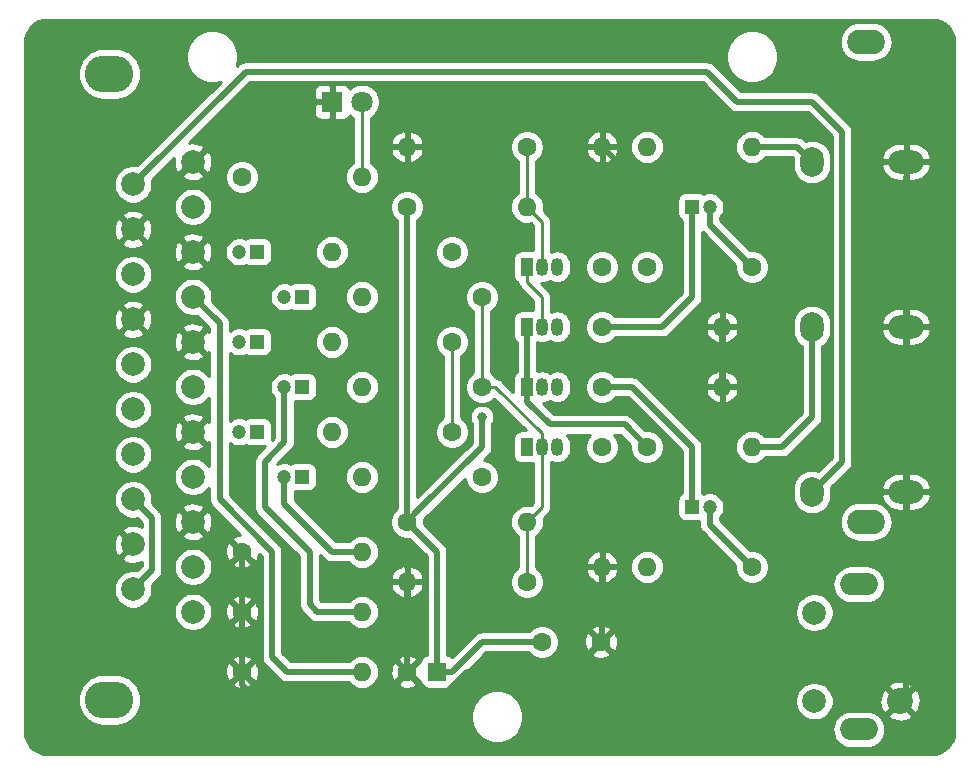
<source format=gtl>
G04 #@! TF.GenerationSoftware,KiCad,Pcbnew,(5.1.2-1)-1*
G04 #@! TF.CreationDate,2023-07-30T19:13:35+02:00*
G04 #@! TF.ProjectId,component,636f6d70-6f6e-4656-9e74-2e6b69636164,rev?*
G04 #@! TF.SameCoordinates,Original*
G04 #@! TF.FileFunction,Copper,L1,Top*
G04 #@! TF.FilePolarity,Positive*
%FSLAX46Y46*%
G04 Gerber Fmt 4.6, Leading zero omitted, Abs format (unit mm)*
G04 Created by KiCad (PCBNEW (5.1.2-1)-1) date 2023-07-30 19:13:35*
%MOMM*%
%LPD*%
G04 APERTURE LIST*
%ADD10O,3.200000X1.900000*%
%ADD11C,2.000000*%
%ADD12C,2.200000*%
%ADD13O,1.600000X1.600000*%
%ADD14C,1.600000*%
%ADD15R,1.050000X1.500000*%
%ADD16O,1.050000X1.500000*%
%ADD17O,3.200000X2.100000*%
%ADD18O,2.998980X1.998980*%
%ADD19O,1.998980X2.498980*%
%ADD20O,4.100000X3.100000*%
%ADD21C,1.998980*%
%ADD22C,1.800000*%
%ADD23R,1.800000X1.800000*%
%ADD24R,1.600000X1.600000*%
%ADD25C,1.200000*%
%ADD26R,1.200000X1.200000*%
%ADD27C,0.800000*%
%ADD28C,0.500000*%
%ADD29C,0.250000*%
%ADD30C,0.254000*%
G04 APERTURE END LIST*
D10*
X114440000Y-101400000D03*
X114440000Y-89100000D03*
D11*
X110690000Y-99000000D03*
X110690000Y-91500000D03*
D12*
X117940000Y-99000000D03*
D13*
X72390000Y-54610000D03*
D14*
X62230000Y-54610000D03*
D13*
X72390000Y-96520000D03*
D14*
X62230000Y-96520000D03*
D13*
X72390000Y-91440000D03*
D14*
X62230000Y-91440000D03*
D13*
X72390000Y-86360000D03*
D14*
X62230000Y-86360000D03*
D13*
X105410000Y-77470000D03*
D14*
X105410000Y-87630000D03*
D13*
X72390000Y-64770000D03*
D14*
X82550000Y-64770000D03*
D13*
X72390000Y-72390000D03*
D14*
X82550000Y-72390000D03*
D13*
X72390000Y-80010000D03*
D14*
X82550000Y-80010000D03*
D13*
X102870000Y-72390000D03*
D14*
X92710000Y-72390000D03*
D13*
X96520000Y-87630000D03*
D14*
X96520000Y-77470000D03*
D13*
X92710000Y-87630000D03*
D14*
X92710000Y-77470000D03*
D13*
X76200000Y-88900000D03*
D14*
X86360000Y-88900000D03*
D13*
X86360000Y-83820000D03*
D14*
X76200000Y-83820000D03*
D13*
X105410000Y-52070000D03*
D14*
X105410000Y-62230000D03*
D13*
X69850000Y-76200000D03*
D14*
X80010000Y-76200000D03*
D13*
X69850000Y-68580000D03*
D14*
X80010000Y-68580000D03*
D13*
X69850000Y-60960000D03*
D14*
X80010000Y-60960000D03*
D13*
X102870000Y-67310000D03*
D14*
X92710000Y-67310000D03*
D13*
X96520000Y-52070000D03*
D14*
X96520000Y-62230000D03*
D13*
X92710000Y-52070000D03*
D14*
X92710000Y-62230000D03*
D13*
X76200000Y-52070000D03*
D14*
X86360000Y-52070000D03*
D13*
X86360000Y-57150000D03*
D14*
X76200000Y-57150000D03*
D15*
X86360000Y-72390000D03*
D16*
X88900000Y-72390000D03*
X87630000Y-72390000D03*
D15*
X86360000Y-77470000D03*
D16*
X88900000Y-77470000D03*
X87630000Y-77470000D03*
D15*
X86360000Y-67310000D03*
D16*
X88900000Y-67310000D03*
X87630000Y-67310000D03*
D15*
X86360000Y-62230000D03*
D16*
X88900000Y-62230000D03*
X87630000Y-62230000D03*
D17*
X115062000Y-83820000D03*
X115062000Y-43180000D03*
D18*
X118450360Y-81280000D03*
D19*
X110490000Y-81280000D03*
D18*
X118450360Y-67310000D03*
D19*
X110490000Y-67310000D03*
D18*
X118450360Y-53340000D03*
D19*
X110490000Y-53340000D03*
D20*
X51000660Y-45890180D03*
X51000660Y-98889820D03*
D21*
X58079640Y-53340000D03*
X52999640Y-55245000D03*
X58079640Y-57150000D03*
X52999640Y-59055000D03*
X58079640Y-60960000D03*
X52999640Y-62865000D03*
X58079640Y-64770000D03*
X52999640Y-66675000D03*
X58079640Y-68580000D03*
X52999640Y-70485000D03*
X58079640Y-72390000D03*
X52999640Y-74295000D03*
X58079640Y-76200000D03*
X52999640Y-78105000D03*
X58079640Y-80010000D03*
X52999640Y-81915000D03*
X58079640Y-83820000D03*
X52999640Y-85725000D03*
X58079640Y-87630000D03*
X52999640Y-89535000D03*
X58079640Y-91440000D03*
D22*
X72390000Y-48260000D03*
D23*
X69850000Y-48260000D03*
D14*
X92630000Y-93980000D03*
X87630000Y-93980000D03*
X76240000Y-96520000D03*
D24*
X78740000Y-96520000D03*
D25*
X101830000Y-82550000D03*
D26*
X100330000Y-82550000D03*
D25*
X65810000Y-64770000D03*
D26*
X67310000Y-64770000D03*
D25*
X65810000Y-72390000D03*
D26*
X67310000Y-72390000D03*
D25*
X65810000Y-80010000D03*
D26*
X67310000Y-80010000D03*
D25*
X101830000Y-57150000D03*
D26*
X100330000Y-57150000D03*
D25*
X62000000Y-76200000D03*
D26*
X63500000Y-76200000D03*
D25*
X62000000Y-68580000D03*
D26*
X63500000Y-68580000D03*
D25*
X62000000Y-60960000D03*
D26*
X63500000Y-60960000D03*
D27*
X96520000Y-66040000D03*
X82550000Y-74930000D03*
D28*
X64770000Y-86360000D02*
X64770000Y-95250000D01*
X66040000Y-96520000D02*
X72390000Y-96520000D01*
X64770000Y-95250000D02*
X66040000Y-96520000D01*
X60325000Y-81915000D02*
X64770000Y-86360000D01*
X60325000Y-67015360D02*
X60325000Y-81915000D01*
X58079640Y-64770000D02*
X60325000Y-67015360D01*
X65810000Y-72390000D02*
X65810000Y-77065000D01*
X65810000Y-77065000D02*
X64135000Y-78740000D01*
X64135000Y-78740000D02*
X64135000Y-82550000D01*
X64135000Y-82550000D02*
X67945000Y-86360000D01*
X67945000Y-86360000D02*
X67945000Y-90805000D01*
X68580000Y-91440000D02*
X72390000Y-91440000D01*
X67945000Y-90805000D02*
X68580000Y-91440000D01*
X65810000Y-80010000D02*
X65810000Y-82320000D01*
X69850000Y-86360000D02*
X72390000Y-86360000D01*
X65810000Y-82320000D02*
X69850000Y-86360000D01*
X101830000Y-58650000D02*
X105410000Y-62230000D01*
X101830000Y-57150000D02*
X101830000Y-58650000D01*
X92710000Y-67310000D02*
X97790000Y-67310000D01*
X100330000Y-64770000D02*
X100330000Y-57150000D01*
X97790000Y-67310000D02*
X100330000Y-64770000D01*
X101830000Y-84050000D02*
X105410000Y-87630000D01*
X101830000Y-82550000D02*
X101830000Y-84050000D01*
X92710000Y-72390000D02*
X95250000Y-72390000D01*
X95250000Y-72390000D02*
X100330000Y-77470000D01*
X100330000Y-77470000D02*
X100330000Y-82550000D01*
X58079640Y-53340000D02*
X55880000Y-55539640D01*
X55880000Y-58760360D02*
X58079640Y-60960000D01*
X55880000Y-55539640D02*
X55880000Y-58760360D01*
X58079640Y-60960000D02*
X55880000Y-63159640D01*
X55880000Y-66380360D02*
X58079640Y-68580000D01*
X55880000Y-63159640D02*
X55880000Y-66380360D01*
X58079640Y-68580000D02*
X55880000Y-70779640D01*
X55880000Y-74000360D02*
X58079640Y-76200000D01*
X55880000Y-70779640D02*
X55880000Y-74000360D01*
X58079640Y-76200000D02*
X55880000Y-78399640D01*
X55880000Y-81620360D02*
X58079640Y-83820000D01*
X55880000Y-78399640D02*
X55880000Y-81620360D01*
X62230000Y-86360000D02*
X62230000Y-96520000D01*
X76200000Y-96480000D02*
X76240000Y-96520000D01*
X76200000Y-88900000D02*
X76200000Y-96480000D01*
X92630000Y-87710000D02*
X92710000Y-87630000D01*
X102870000Y-67310000D02*
X102870000Y-72390000D01*
X96520000Y-66040000D02*
X94615000Y-64135000D01*
X94615000Y-64135000D02*
X94615000Y-53975000D01*
X94615000Y-53975000D02*
X92710000Y-52070000D01*
X62230000Y-97651370D02*
X63003630Y-98425000D01*
X62230000Y-96520000D02*
X62230000Y-97651370D01*
X63003630Y-98425000D02*
X74335000Y-98425000D01*
X74335000Y-98425000D02*
X76240000Y-96520000D01*
X76240000Y-96520000D02*
X78145000Y-98425000D01*
X78145000Y-98425000D02*
X79375000Y-98425000D01*
X79375000Y-98425000D02*
X81280000Y-96520000D01*
X92710000Y-93900000D02*
X92630000Y-93980000D01*
X92710000Y-87630000D02*
X92710000Y-93900000D01*
X81280000Y-96520000D02*
X90170000Y-96520000D01*
X90170000Y-96440000D02*
X92630000Y-93980000D01*
X90170000Y-96520000D02*
X90170000Y-96440000D01*
X118450360Y-81280000D02*
X118450360Y-54610000D01*
D29*
X118450360Y-98489640D02*
X117940000Y-99000000D01*
D28*
X118450360Y-81280000D02*
X118450360Y-98489640D01*
X78740000Y-86360000D02*
X76200000Y-83820000D01*
X78740000Y-96520000D02*
X78740000Y-86360000D01*
X76200000Y-83820000D02*
X76999999Y-83020001D01*
X82550000Y-77470000D02*
X82550000Y-74930000D01*
X76999999Y-83020001D02*
X82550000Y-77470000D01*
X86360000Y-72390000D02*
X86360000Y-67310000D01*
X76200000Y-57150000D02*
X76200000Y-83820000D01*
X86360000Y-73640000D02*
X88285000Y-75565000D01*
X86360000Y-72390000D02*
X86360000Y-73640000D01*
X94615000Y-75565000D02*
X96520000Y-77470000D01*
X88285000Y-75565000D02*
X94615000Y-75565000D01*
X82550000Y-93980000D02*
X87630000Y-93980000D01*
X80010000Y-96520000D02*
X82550000Y-93980000D01*
X78740000Y-96520000D02*
X80010000Y-96520000D01*
D29*
X72390000Y-48260000D02*
X72390000Y-54610000D01*
D28*
X113030000Y-78740000D02*
X110490000Y-81280000D01*
X113030000Y-50800000D02*
X113030000Y-78740000D01*
X52999640Y-55245000D02*
X62524640Y-45720000D01*
X101600000Y-45720000D02*
X104140000Y-48260000D01*
X104140000Y-48260000D02*
X110490000Y-48260000D01*
X110490000Y-48260000D02*
X113030000Y-50800000D01*
X62524640Y-45720000D02*
X101600000Y-45720000D01*
X52999640Y-81915000D02*
X54610000Y-83525360D01*
X54610000Y-87924640D02*
X52999640Y-89535000D01*
X54610000Y-83525360D02*
X54610000Y-87924640D01*
X110490000Y-74930000D02*
X110490000Y-67310000D01*
X107950000Y-77470000D02*
X110490000Y-74930000D01*
X105410000Y-77470000D02*
X107950000Y-77470000D01*
X109220000Y-52070000D02*
X110490000Y-53340000D01*
X105410000Y-52070000D02*
X109220000Y-52070000D01*
D29*
X86360000Y-62230000D02*
X86360000Y-63500000D01*
X87630000Y-64770000D02*
X87630000Y-67310000D01*
X86360000Y-63500000D02*
X87630000Y-64770000D01*
X86360000Y-52070000D02*
X86360000Y-57150000D01*
X87630000Y-58420000D02*
X87630000Y-62230000D01*
X86360000Y-57150000D02*
X87630000Y-58420000D01*
X80010000Y-68580000D02*
X80010000Y-76200000D01*
X87630000Y-82550000D02*
X86360000Y-83820000D01*
X87630000Y-77470000D02*
X87630000Y-82550000D01*
X86360000Y-83820000D02*
X86360000Y-88900000D01*
X82550000Y-64770000D02*
X82550000Y-72390000D01*
X87630000Y-76470000D02*
X87630000Y-77470000D01*
X83681370Y-72390000D02*
X87630000Y-76338630D01*
X87630000Y-76338630D02*
X87630000Y-76470000D01*
X82550000Y-72390000D02*
X83681370Y-72390000D01*
D30*
G36*
X121014545Y-41338909D02*
G01*
X121365208Y-41444780D01*
X121688625Y-41616744D01*
X121972484Y-41848254D01*
X122205965Y-42130486D01*
X122380183Y-42452695D01*
X122488502Y-42802614D01*
X122530000Y-43197443D01*
X122530001Y-101567711D01*
X122491091Y-101964545D01*
X122385220Y-102315206D01*
X122213257Y-102638623D01*
X121981748Y-102922482D01*
X121699514Y-103155965D01*
X121377304Y-103330184D01*
X121027385Y-103438502D01*
X120632557Y-103480000D01*
X45752279Y-103480000D01*
X45355455Y-103441091D01*
X45004794Y-103335220D01*
X44681377Y-103163257D01*
X44397518Y-102931748D01*
X44164035Y-102649514D01*
X43989816Y-102327304D01*
X43881498Y-101977385D01*
X43840000Y-101582557D01*
X43840000Y-98889820D01*
X48305088Y-98889820D01*
X48347275Y-99318155D01*
X48472216Y-99730029D01*
X48675109Y-100109614D01*
X48948156Y-100442324D01*
X49280866Y-100715371D01*
X49660451Y-100918264D01*
X50072325Y-101043205D01*
X50393320Y-101074820D01*
X51608000Y-101074820D01*
X51928995Y-101043205D01*
X52340869Y-100918264D01*
X52720454Y-100715371D01*
X53053164Y-100442324D01*
X53325999Y-100109872D01*
X81585000Y-100109872D01*
X81585000Y-100550128D01*
X81670890Y-100981925D01*
X81839369Y-101388669D01*
X82083962Y-101754729D01*
X82395271Y-102066038D01*
X82761331Y-102310631D01*
X83168075Y-102479110D01*
X83599872Y-102565000D01*
X84040128Y-102565000D01*
X84471925Y-102479110D01*
X84878669Y-102310631D01*
X85244729Y-102066038D01*
X85556038Y-101754729D01*
X85793059Y-101400000D01*
X112197331Y-101400000D01*
X112227934Y-101710714D01*
X112318566Y-102009488D01*
X112465744Y-102284839D01*
X112663813Y-102526187D01*
X112905161Y-102724256D01*
X113180512Y-102871434D01*
X113479286Y-102962066D01*
X113712136Y-102985000D01*
X115167864Y-102985000D01*
X115400714Y-102962066D01*
X115699488Y-102871434D01*
X115974839Y-102724256D01*
X116216187Y-102526187D01*
X116414256Y-102284839D01*
X116561434Y-102009488D01*
X116652066Y-101710714D01*
X116682669Y-101400000D01*
X116652066Y-101089286D01*
X116561434Y-100790512D01*
X116414256Y-100515161D01*
X116216187Y-100273813D01*
X116134425Y-100206712D01*
X116912893Y-100206712D01*
X117020726Y-100481338D01*
X117327384Y-100632216D01*
X117657585Y-100720369D01*
X117998639Y-100742409D01*
X118337439Y-100697489D01*
X118660966Y-100587336D01*
X118859274Y-100481338D01*
X118967107Y-100206712D01*
X117940000Y-99179605D01*
X116912893Y-100206712D01*
X116134425Y-100206712D01*
X115974839Y-100075744D01*
X115699488Y-99928566D01*
X115400714Y-99837934D01*
X115167864Y-99815000D01*
X113712136Y-99815000D01*
X113479286Y-99837934D01*
X113180512Y-99928566D01*
X112905161Y-100075744D01*
X112663813Y-100273813D01*
X112465744Y-100515161D01*
X112318566Y-100790512D01*
X112227934Y-101089286D01*
X112197331Y-101400000D01*
X85793059Y-101400000D01*
X85800631Y-101388669D01*
X85969110Y-100981925D01*
X86055000Y-100550128D01*
X86055000Y-100109872D01*
X85969110Y-99678075D01*
X85800631Y-99271331D01*
X85556038Y-98905271D01*
X85489734Y-98838967D01*
X109055000Y-98838967D01*
X109055000Y-99161033D01*
X109117832Y-99476912D01*
X109241082Y-99774463D01*
X109420013Y-100042252D01*
X109647748Y-100269987D01*
X109915537Y-100448918D01*
X110213088Y-100572168D01*
X110528967Y-100635000D01*
X110851033Y-100635000D01*
X111166912Y-100572168D01*
X111464463Y-100448918D01*
X111732252Y-100269987D01*
X111959987Y-100042252D01*
X112138918Y-99774463D01*
X112262168Y-99476912D01*
X112325000Y-99161033D01*
X112325000Y-99058639D01*
X116197591Y-99058639D01*
X116242511Y-99397439D01*
X116352664Y-99720966D01*
X116458662Y-99919274D01*
X116733288Y-100027107D01*
X117760395Y-99000000D01*
X118119605Y-99000000D01*
X119146712Y-100027107D01*
X119421338Y-99919274D01*
X119572216Y-99612616D01*
X119660369Y-99282415D01*
X119682409Y-98941361D01*
X119637489Y-98602561D01*
X119527336Y-98279034D01*
X119421338Y-98080726D01*
X119146712Y-97972893D01*
X118119605Y-99000000D01*
X117760395Y-99000000D01*
X116733288Y-97972893D01*
X116458662Y-98080726D01*
X116307784Y-98387384D01*
X116219631Y-98717585D01*
X116197591Y-99058639D01*
X112325000Y-99058639D01*
X112325000Y-98838967D01*
X112262168Y-98523088D01*
X112138918Y-98225537D01*
X111959987Y-97957748D01*
X111795527Y-97793288D01*
X116912893Y-97793288D01*
X117940000Y-98820395D01*
X118967107Y-97793288D01*
X118859274Y-97518662D01*
X118552616Y-97367784D01*
X118222415Y-97279631D01*
X117881361Y-97257591D01*
X117542561Y-97302511D01*
X117219034Y-97412664D01*
X117020726Y-97518662D01*
X116912893Y-97793288D01*
X111795527Y-97793288D01*
X111732252Y-97730013D01*
X111464463Y-97551082D01*
X111166912Y-97427832D01*
X110851033Y-97365000D01*
X110528967Y-97365000D01*
X110213088Y-97427832D01*
X109915537Y-97551082D01*
X109647748Y-97730013D01*
X109420013Y-97957748D01*
X109241082Y-98225537D01*
X109117832Y-98523088D01*
X109055000Y-98838967D01*
X85489734Y-98838967D01*
X85244729Y-98593962D01*
X84878669Y-98349369D01*
X84471925Y-98180890D01*
X84040128Y-98095000D01*
X83599872Y-98095000D01*
X83168075Y-98180890D01*
X82761331Y-98349369D01*
X82395271Y-98593962D01*
X82083962Y-98905271D01*
X81839369Y-99271331D01*
X81670890Y-99678075D01*
X81585000Y-100109872D01*
X53325999Y-100109872D01*
X53326211Y-100109614D01*
X53529104Y-99730029D01*
X53654045Y-99318155D01*
X53696232Y-98889820D01*
X53654045Y-98461485D01*
X53529104Y-98049611D01*
X53326211Y-97670026D01*
X53197100Y-97512702D01*
X61416903Y-97512702D01*
X61488486Y-97756671D01*
X61743996Y-97877571D01*
X62018184Y-97946300D01*
X62300512Y-97960217D01*
X62580130Y-97918787D01*
X62846292Y-97823603D01*
X62971514Y-97756671D01*
X63043097Y-97512702D01*
X62230000Y-96699605D01*
X61416903Y-97512702D01*
X53197100Y-97512702D01*
X53053164Y-97337316D01*
X52720454Y-97064269D01*
X52340869Y-96861376D01*
X51928995Y-96736435D01*
X51608000Y-96704820D01*
X50393320Y-96704820D01*
X50072325Y-96736435D01*
X49660451Y-96861376D01*
X49280866Y-97064269D01*
X48948156Y-97337316D01*
X48675109Y-97670026D01*
X48472216Y-98049611D01*
X48347275Y-98461485D01*
X48305088Y-98889820D01*
X43840000Y-98889820D01*
X43840000Y-96590512D01*
X60789783Y-96590512D01*
X60831213Y-96870130D01*
X60926397Y-97136292D01*
X60993329Y-97261514D01*
X61237298Y-97333097D01*
X62050395Y-96520000D01*
X62409605Y-96520000D01*
X63222702Y-97333097D01*
X63466671Y-97261514D01*
X63587571Y-97006004D01*
X63656300Y-96731816D01*
X63670217Y-96449488D01*
X63628787Y-96169870D01*
X63533603Y-95903708D01*
X63466671Y-95778486D01*
X63222702Y-95706903D01*
X62409605Y-96520000D01*
X62050395Y-96520000D01*
X61237298Y-95706903D01*
X60993329Y-95778486D01*
X60872429Y-96033996D01*
X60803700Y-96308184D01*
X60789783Y-96590512D01*
X43840000Y-96590512D01*
X43840000Y-95527298D01*
X61416903Y-95527298D01*
X62230000Y-96340395D01*
X63043097Y-95527298D01*
X62971514Y-95283329D01*
X62716004Y-95162429D01*
X62441816Y-95093700D01*
X62159488Y-95079783D01*
X61879870Y-95121213D01*
X61613708Y-95216397D01*
X61488486Y-95283329D01*
X61416903Y-95527298D01*
X43840000Y-95527298D01*
X43840000Y-91279017D01*
X56445150Y-91279017D01*
X56445150Y-91600983D01*
X56507962Y-91916763D01*
X56631173Y-92214222D01*
X56810048Y-92481927D01*
X57037713Y-92709592D01*
X57305418Y-92888467D01*
X57602877Y-93011678D01*
X57918657Y-93074490D01*
X58240623Y-93074490D01*
X58556403Y-93011678D01*
X58853862Y-92888467D01*
X59121567Y-92709592D01*
X59349232Y-92481927D01*
X59382123Y-92432702D01*
X61416903Y-92432702D01*
X61488486Y-92676671D01*
X61743996Y-92797571D01*
X62018184Y-92866300D01*
X62300512Y-92880217D01*
X62580130Y-92838787D01*
X62846292Y-92743603D01*
X62971514Y-92676671D01*
X63043097Y-92432702D01*
X62230000Y-91619605D01*
X61416903Y-92432702D01*
X59382123Y-92432702D01*
X59528107Y-92214222D01*
X59651318Y-91916763D01*
X59714130Y-91600983D01*
X59714130Y-91510512D01*
X60789783Y-91510512D01*
X60831213Y-91790130D01*
X60926397Y-92056292D01*
X60993329Y-92181514D01*
X61237298Y-92253097D01*
X62050395Y-91440000D01*
X62409605Y-91440000D01*
X63222702Y-92253097D01*
X63466671Y-92181514D01*
X63587571Y-91926004D01*
X63656300Y-91651816D01*
X63670217Y-91369488D01*
X63628787Y-91089870D01*
X63533603Y-90823708D01*
X63466671Y-90698486D01*
X63222702Y-90626903D01*
X62409605Y-91440000D01*
X62050395Y-91440000D01*
X61237298Y-90626903D01*
X60993329Y-90698486D01*
X60872429Y-90953996D01*
X60803700Y-91228184D01*
X60789783Y-91510512D01*
X59714130Y-91510512D01*
X59714130Y-91279017D01*
X59651318Y-90963237D01*
X59528107Y-90665778D01*
X59382124Y-90447298D01*
X61416903Y-90447298D01*
X62230000Y-91260395D01*
X63043097Y-90447298D01*
X62971514Y-90203329D01*
X62716004Y-90082429D01*
X62441816Y-90013700D01*
X62159488Y-89999783D01*
X61879870Y-90041213D01*
X61613708Y-90136397D01*
X61488486Y-90203329D01*
X61416903Y-90447298D01*
X59382124Y-90447298D01*
X59349232Y-90398073D01*
X59121567Y-90170408D01*
X58853862Y-89991533D01*
X58556403Y-89868322D01*
X58240623Y-89805510D01*
X57918657Y-89805510D01*
X57602877Y-89868322D01*
X57305418Y-89991533D01*
X57037713Y-90170408D01*
X56810048Y-90398073D01*
X56631173Y-90665778D01*
X56507962Y-90963237D01*
X56445150Y-91279017D01*
X43840000Y-91279017D01*
X43840000Y-85787615D01*
X51358435Y-85787615D01*
X51402186Y-86106595D01*
X51507326Y-86410911D01*
X51600241Y-86584742D01*
X51864590Y-86680445D01*
X52820035Y-85725000D01*
X51864590Y-84769555D01*
X51600241Y-84865258D01*
X51459402Y-85154787D01*
X51377755Y-85466229D01*
X51358435Y-85787615D01*
X43840000Y-85787615D01*
X43840000Y-81754017D01*
X51365150Y-81754017D01*
X51365150Y-82075983D01*
X51427962Y-82391763D01*
X51551173Y-82689222D01*
X51730048Y-82956927D01*
X51957713Y-83184592D01*
X52225418Y-83363467D01*
X52522877Y-83486678D01*
X52838657Y-83549490D01*
X53160623Y-83549490D01*
X53345731Y-83512670D01*
X53725000Y-83891939D01*
X53725000Y-84260232D01*
X53569853Y-84184762D01*
X53258411Y-84103115D01*
X52937025Y-84083795D01*
X52618045Y-84127546D01*
X52313729Y-84232686D01*
X52139898Y-84325601D01*
X52044195Y-84589950D01*
X52999640Y-85545395D01*
X53013783Y-85531253D01*
X53193388Y-85710858D01*
X53179245Y-85725000D01*
X53193388Y-85739143D01*
X53013783Y-85918748D01*
X52999640Y-85904605D01*
X52044195Y-86860050D01*
X52139898Y-87124399D01*
X52429427Y-87265238D01*
X52740869Y-87346885D01*
X53062255Y-87366205D01*
X53381235Y-87322454D01*
X53685551Y-87217314D01*
X53725001Y-87196228D01*
X53725001Y-87558060D01*
X53345731Y-87937330D01*
X53160623Y-87900510D01*
X52838657Y-87900510D01*
X52522877Y-87963322D01*
X52225418Y-88086533D01*
X51957713Y-88265408D01*
X51730048Y-88493073D01*
X51551173Y-88760778D01*
X51427962Y-89058237D01*
X51365150Y-89374017D01*
X51365150Y-89695983D01*
X51427962Y-90011763D01*
X51551173Y-90309222D01*
X51730048Y-90576927D01*
X51957713Y-90804592D01*
X52225418Y-90983467D01*
X52522877Y-91106678D01*
X52838657Y-91169490D01*
X53160623Y-91169490D01*
X53476403Y-91106678D01*
X53773862Y-90983467D01*
X54041567Y-90804592D01*
X54269232Y-90576927D01*
X54448107Y-90309222D01*
X54571318Y-90011763D01*
X54634130Y-89695983D01*
X54634130Y-89374017D01*
X54597310Y-89188909D01*
X55205049Y-88581170D01*
X55238817Y-88553457D01*
X55288374Y-88493073D01*
X55349410Y-88418700D01*
X55349411Y-88418699D01*
X55431589Y-88264953D01*
X55466843Y-88148737D01*
X55482195Y-88098131D01*
X55493313Y-87985241D01*
X55495000Y-87968117D01*
X55495000Y-87968109D01*
X55499281Y-87924640D01*
X55495000Y-87881171D01*
X55495000Y-87469017D01*
X56445150Y-87469017D01*
X56445150Y-87790983D01*
X56507962Y-88106763D01*
X56631173Y-88404222D01*
X56810048Y-88671927D01*
X57037713Y-88899592D01*
X57305418Y-89078467D01*
X57602877Y-89201678D01*
X57918657Y-89264490D01*
X58240623Y-89264490D01*
X58556403Y-89201678D01*
X58853862Y-89078467D01*
X59121567Y-88899592D01*
X59349232Y-88671927D01*
X59528107Y-88404222D01*
X59651318Y-88106763D01*
X59714130Y-87790983D01*
X59714130Y-87469017D01*
X59690994Y-87352702D01*
X61416903Y-87352702D01*
X61488486Y-87596671D01*
X61743996Y-87717571D01*
X62018184Y-87786300D01*
X62300512Y-87800217D01*
X62580130Y-87758787D01*
X62846292Y-87663603D01*
X62971514Y-87596671D01*
X63043097Y-87352702D01*
X62230000Y-86539605D01*
X61416903Y-87352702D01*
X59690994Y-87352702D01*
X59651318Y-87153237D01*
X59528107Y-86855778D01*
X59349232Y-86588073D01*
X59191671Y-86430512D01*
X60789783Y-86430512D01*
X60831213Y-86710130D01*
X60926397Y-86976292D01*
X60993329Y-87101514D01*
X61237298Y-87173097D01*
X62050395Y-86360000D01*
X61237298Y-85546903D01*
X60993329Y-85618486D01*
X60872429Y-85873996D01*
X60803700Y-86148184D01*
X60789783Y-86430512D01*
X59191671Y-86430512D01*
X59121567Y-86360408D01*
X58853862Y-86181533D01*
X58556403Y-86058322D01*
X58240623Y-85995510D01*
X57918657Y-85995510D01*
X57602877Y-86058322D01*
X57305418Y-86181533D01*
X57037713Y-86360408D01*
X56810048Y-86588073D01*
X56631173Y-86855778D01*
X56507962Y-87153237D01*
X56445150Y-87469017D01*
X55495000Y-87469017D01*
X55495000Y-84955050D01*
X57124195Y-84955050D01*
X57219898Y-85219399D01*
X57509427Y-85360238D01*
X57820869Y-85441885D01*
X58142255Y-85461205D01*
X58461235Y-85417454D01*
X58765551Y-85312314D01*
X58939382Y-85219399D01*
X59035085Y-84955050D01*
X58079640Y-83999605D01*
X57124195Y-84955050D01*
X55495000Y-84955050D01*
X55495000Y-83882615D01*
X56438435Y-83882615D01*
X56482186Y-84201595D01*
X56587326Y-84505911D01*
X56680241Y-84679742D01*
X56944590Y-84775445D01*
X57900035Y-83820000D01*
X58259245Y-83820000D01*
X59214690Y-84775445D01*
X59479039Y-84679742D01*
X59619878Y-84390213D01*
X59701525Y-84078771D01*
X59720845Y-83757385D01*
X59677094Y-83438405D01*
X59571954Y-83134089D01*
X59479039Y-82960258D01*
X59214690Y-82864555D01*
X58259245Y-83820000D01*
X57900035Y-83820000D01*
X56944590Y-82864555D01*
X56680241Y-82960258D01*
X56539402Y-83249787D01*
X56457755Y-83561229D01*
X56438435Y-83882615D01*
X55495000Y-83882615D01*
X55495000Y-83568829D01*
X55499281Y-83525360D01*
X55495000Y-83481891D01*
X55495000Y-83481883D01*
X55482195Y-83351870D01*
X55474330Y-83325941D01*
X55451228Y-83249787D01*
X55431589Y-83185047D01*
X55349411Y-83031301D01*
X55302612Y-82974277D01*
X55266532Y-82930313D01*
X55266530Y-82930311D01*
X55238817Y-82896543D01*
X55205050Y-82868831D01*
X55021169Y-82684950D01*
X57124195Y-82684950D01*
X58079640Y-83640395D01*
X59035085Y-82684950D01*
X58939382Y-82420601D01*
X58649853Y-82279762D01*
X58338411Y-82198115D01*
X58017025Y-82178795D01*
X57698045Y-82222546D01*
X57393729Y-82327686D01*
X57219898Y-82420601D01*
X57124195Y-82684950D01*
X55021169Y-82684950D01*
X54597310Y-82261091D01*
X54634130Y-82075983D01*
X54634130Y-81754017D01*
X54571318Y-81438237D01*
X54448107Y-81140778D01*
X54269232Y-80873073D01*
X54041567Y-80645408D01*
X53773862Y-80466533D01*
X53476403Y-80343322D01*
X53160623Y-80280510D01*
X52838657Y-80280510D01*
X52522877Y-80343322D01*
X52225418Y-80466533D01*
X51957713Y-80645408D01*
X51730048Y-80873073D01*
X51551173Y-81140778D01*
X51427962Y-81438237D01*
X51365150Y-81754017D01*
X43840000Y-81754017D01*
X43840000Y-77944017D01*
X51365150Y-77944017D01*
X51365150Y-78265983D01*
X51427962Y-78581763D01*
X51551173Y-78879222D01*
X51730048Y-79146927D01*
X51957713Y-79374592D01*
X52225418Y-79553467D01*
X52522877Y-79676678D01*
X52838657Y-79739490D01*
X53160623Y-79739490D01*
X53476403Y-79676678D01*
X53773862Y-79553467D01*
X54041567Y-79374592D01*
X54269232Y-79146927D01*
X54448107Y-78879222D01*
X54571318Y-78581763D01*
X54634130Y-78265983D01*
X54634130Y-77944017D01*
X54571318Y-77628237D01*
X54449877Y-77335050D01*
X57124195Y-77335050D01*
X57219898Y-77599399D01*
X57509427Y-77740238D01*
X57820869Y-77821885D01*
X58142255Y-77841205D01*
X58461235Y-77797454D01*
X58765551Y-77692314D01*
X58939382Y-77599399D01*
X59035085Y-77335050D01*
X58079640Y-76379605D01*
X57124195Y-77335050D01*
X54449877Y-77335050D01*
X54448107Y-77330778D01*
X54269232Y-77063073D01*
X54041567Y-76835408D01*
X53773862Y-76656533D01*
X53476403Y-76533322D01*
X53160623Y-76470510D01*
X52838657Y-76470510D01*
X52522877Y-76533322D01*
X52225418Y-76656533D01*
X51957713Y-76835408D01*
X51730048Y-77063073D01*
X51551173Y-77330778D01*
X51427962Y-77628237D01*
X51365150Y-77944017D01*
X43840000Y-77944017D01*
X43840000Y-76262615D01*
X56438435Y-76262615D01*
X56482186Y-76581595D01*
X56587326Y-76885911D01*
X56680241Y-77059742D01*
X56944590Y-77155445D01*
X57900035Y-76200000D01*
X56944590Y-75244555D01*
X56680241Y-75340258D01*
X56539402Y-75629787D01*
X56457755Y-75941229D01*
X56438435Y-76262615D01*
X43840000Y-76262615D01*
X43840000Y-74134017D01*
X51365150Y-74134017D01*
X51365150Y-74455983D01*
X51427962Y-74771763D01*
X51551173Y-75069222D01*
X51730048Y-75336927D01*
X51957713Y-75564592D01*
X52225418Y-75743467D01*
X52522877Y-75866678D01*
X52838657Y-75929490D01*
X53160623Y-75929490D01*
X53476403Y-75866678D01*
X53773862Y-75743467D01*
X54041567Y-75564592D01*
X54269232Y-75336927D01*
X54448107Y-75069222D01*
X54449876Y-75064950D01*
X57124195Y-75064950D01*
X58079640Y-76020395D01*
X59035085Y-75064950D01*
X58939382Y-74800601D01*
X58649853Y-74659762D01*
X58338411Y-74578115D01*
X58017025Y-74558795D01*
X57698045Y-74602546D01*
X57393729Y-74707686D01*
X57219898Y-74800601D01*
X57124195Y-75064950D01*
X54449876Y-75064950D01*
X54571318Y-74771763D01*
X54634130Y-74455983D01*
X54634130Y-74134017D01*
X54571318Y-73818237D01*
X54448107Y-73520778D01*
X54269232Y-73253073D01*
X54041567Y-73025408D01*
X53773862Y-72846533D01*
X53476403Y-72723322D01*
X53160623Y-72660510D01*
X52838657Y-72660510D01*
X52522877Y-72723322D01*
X52225418Y-72846533D01*
X51957713Y-73025408D01*
X51730048Y-73253073D01*
X51551173Y-73520778D01*
X51427962Y-73818237D01*
X51365150Y-74134017D01*
X43840000Y-74134017D01*
X43840000Y-70324017D01*
X51365150Y-70324017D01*
X51365150Y-70645983D01*
X51427962Y-70961763D01*
X51551173Y-71259222D01*
X51730048Y-71526927D01*
X51957713Y-71754592D01*
X52225418Y-71933467D01*
X52522877Y-72056678D01*
X52838657Y-72119490D01*
X53160623Y-72119490D01*
X53476403Y-72056678D01*
X53773862Y-71933467D01*
X54041567Y-71754592D01*
X54269232Y-71526927D01*
X54448107Y-71259222D01*
X54571318Y-70961763D01*
X54634130Y-70645983D01*
X54634130Y-70324017D01*
X54571318Y-70008237D01*
X54449877Y-69715050D01*
X57124195Y-69715050D01*
X57219898Y-69979399D01*
X57509427Y-70120238D01*
X57820869Y-70201885D01*
X58142255Y-70221205D01*
X58461235Y-70177454D01*
X58765551Y-70072314D01*
X58939382Y-69979399D01*
X59035085Y-69715050D01*
X58079640Y-68759605D01*
X57124195Y-69715050D01*
X54449877Y-69715050D01*
X54448107Y-69710778D01*
X54269232Y-69443073D01*
X54041567Y-69215408D01*
X53773862Y-69036533D01*
X53476403Y-68913322D01*
X53160623Y-68850510D01*
X52838657Y-68850510D01*
X52522877Y-68913322D01*
X52225418Y-69036533D01*
X51957713Y-69215408D01*
X51730048Y-69443073D01*
X51551173Y-69710778D01*
X51427962Y-70008237D01*
X51365150Y-70324017D01*
X43840000Y-70324017D01*
X43840000Y-68642615D01*
X56438435Y-68642615D01*
X56482186Y-68961595D01*
X56587326Y-69265911D01*
X56680241Y-69439742D01*
X56944590Y-69535445D01*
X57900035Y-68580000D01*
X56944590Y-67624555D01*
X56680241Y-67720258D01*
X56539402Y-68009787D01*
X56457755Y-68321229D01*
X56438435Y-68642615D01*
X43840000Y-68642615D01*
X43840000Y-67810050D01*
X52044195Y-67810050D01*
X52139898Y-68074399D01*
X52429427Y-68215238D01*
X52740869Y-68296885D01*
X53062255Y-68316205D01*
X53381235Y-68272454D01*
X53685551Y-68167314D01*
X53859382Y-68074399D01*
X53955085Y-67810050D01*
X52999640Y-66854605D01*
X52044195Y-67810050D01*
X43840000Y-67810050D01*
X43840000Y-66737615D01*
X51358435Y-66737615D01*
X51402186Y-67056595D01*
X51507326Y-67360911D01*
X51600241Y-67534742D01*
X51864590Y-67630445D01*
X52820035Y-66675000D01*
X53179245Y-66675000D01*
X54134690Y-67630445D01*
X54399039Y-67534742D01*
X54442717Y-67444950D01*
X57124195Y-67444950D01*
X58079640Y-68400395D01*
X59035085Y-67444950D01*
X58939382Y-67180601D01*
X58649853Y-67039762D01*
X58338411Y-66958115D01*
X58017025Y-66938795D01*
X57698045Y-66982546D01*
X57393729Y-67087686D01*
X57219898Y-67180601D01*
X57124195Y-67444950D01*
X54442717Y-67444950D01*
X54539878Y-67245213D01*
X54621525Y-66933771D01*
X54640845Y-66612385D01*
X54597094Y-66293405D01*
X54491954Y-65989089D01*
X54399039Y-65815258D01*
X54134690Y-65719555D01*
X53179245Y-66675000D01*
X52820035Y-66675000D01*
X51864590Y-65719555D01*
X51600241Y-65815258D01*
X51459402Y-66104787D01*
X51377755Y-66416229D01*
X51358435Y-66737615D01*
X43840000Y-66737615D01*
X43840000Y-65539950D01*
X52044195Y-65539950D01*
X52999640Y-66495395D01*
X53955085Y-65539950D01*
X53859382Y-65275601D01*
X53569853Y-65134762D01*
X53258411Y-65053115D01*
X52937025Y-65033795D01*
X52618045Y-65077546D01*
X52313729Y-65182686D01*
X52139898Y-65275601D01*
X52044195Y-65539950D01*
X43840000Y-65539950D01*
X43840000Y-64609017D01*
X56445150Y-64609017D01*
X56445150Y-64930983D01*
X56507962Y-65246763D01*
X56631173Y-65544222D01*
X56810048Y-65811927D01*
X57037713Y-66039592D01*
X57305418Y-66218467D01*
X57602877Y-66341678D01*
X57918657Y-66404490D01*
X58240623Y-66404490D01*
X58425732Y-66367670D01*
X59440000Y-67381939D01*
X59440000Y-67706125D01*
X59214690Y-67624555D01*
X58259245Y-68580000D01*
X59214690Y-69535445D01*
X59440000Y-69453875D01*
X59440000Y-71483917D01*
X59349232Y-71348073D01*
X59121567Y-71120408D01*
X58853862Y-70941533D01*
X58556403Y-70818322D01*
X58240623Y-70755510D01*
X57918657Y-70755510D01*
X57602877Y-70818322D01*
X57305418Y-70941533D01*
X57037713Y-71120408D01*
X56810048Y-71348073D01*
X56631173Y-71615778D01*
X56507962Y-71913237D01*
X56445150Y-72229017D01*
X56445150Y-72550983D01*
X56507962Y-72866763D01*
X56631173Y-73164222D01*
X56810048Y-73431927D01*
X57037713Y-73659592D01*
X57305418Y-73838467D01*
X57602877Y-73961678D01*
X57918657Y-74024490D01*
X58240623Y-74024490D01*
X58556403Y-73961678D01*
X58853862Y-73838467D01*
X59121567Y-73659592D01*
X59349232Y-73431927D01*
X59440000Y-73296083D01*
X59440001Y-75326125D01*
X59214690Y-75244555D01*
X58259245Y-76200000D01*
X59214690Y-77155445D01*
X59440001Y-77073875D01*
X59440001Y-79103918D01*
X59349232Y-78968073D01*
X59121567Y-78740408D01*
X58853862Y-78561533D01*
X58556403Y-78438322D01*
X58240623Y-78375510D01*
X57918657Y-78375510D01*
X57602877Y-78438322D01*
X57305418Y-78561533D01*
X57037713Y-78740408D01*
X56810048Y-78968073D01*
X56631173Y-79235778D01*
X56507962Y-79533237D01*
X56445150Y-79849017D01*
X56445150Y-80170983D01*
X56507962Y-80486763D01*
X56631173Y-80784222D01*
X56810048Y-81051927D01*
X57037713Y-81279592D01*
X57305418Y-81458467D01*
X57602877Y-81581678D01*
X57918657Y-81644490D01*
X58240623Y-81644490D01*
X58556403Y-81581678D01*
X58853862Y-81458467D01*
X59121567Y-81279592D01*
X59349232Y-81051927D01*
X59440001Y-80916082D01*
X59440001Y-81871521D01*
X59435719Y-81915000D01*
X59452805Y-82088490D01*
X59503412Y-82255313D01*
X59585590Y-82409059D01*
X59668468Y-82510046D01*
X59668471Y-82510049D01*
X59696184Y-82543817D01*
X59729951Y-82571530D01*
X62088694Y-84930272D01*
X61879870Y-84961213D01*
X61613708Y-85056397D01*
X61488486Y-85123329D01*
X61416903Y-85367298D01*
X62230000Y-86180395D01*
X62244143Y-86166253D01*
X62423748Y-86345858D01*
X62409605Y-86360000D01*
X63222702Y-87173097D01*
X63466671Y-87101514D01*
X63587571Y-86846004D01*
X63656300Y-86571816D01*
X63659773Y-86501352D01*
X63885000Y-86726579D01*
X63885001Y-95206521D01*
X63880719Y-95250000D01*
X63897805Y-95423490D01*
X63948412Y-95590313D01*
X64030590Y-95744059D01*
X64113468Y-95845046D01*
X64113471Y-95845049D01*
X64141184Y-95878817D01*
X64174951Y-95906529D01*
X65383470Y-97115049D01*
X65411183Y-97148817D01*
X65444951Y-97176530D01*
X65444953Y-97176532D01*
X65516452Y-97235210D01*
X65545941Y-97259411D01*
X65699687Y-97341589D01*
X65866510Y-97392195D01*
X65996523Y-97405000D01*
X65996533Y-97405000D01*
X66039999Y-97409281D01*
X66083465Y-97405000D01*
X71259922Y-97405000D01*
X71370392Y-97539608D01*
X71588899Y-97718932D01*
X71838192Y-97852182D01*
X72108691Y-97934236D01*
X72319508Y-97955000D01*
X72460492Y-97955000D01*
X72671309Y-97934236D01*
X72941808Y-97852182D01*
X73191101Y-97718932D01*
X73409608Y-97539608D01*
X73431689Y-97512702D01*
X75426903Y-97512702D01*
X75498486Y-97756671D01*
X75753996Y-97877571D01*
X76028184Y-97946300D01*
X76310512Y-97960217D01*
X76590130Y-97918787D01*
X76856292Y-97823603D01*
X76981514Y-97756671D01*
X77053097Y-97512702D01*
X76240000Y-96699605D01*
X75426903Y-97512702D01*
X73431689Y-97512702D01*
X73588932Y-97321101D01*
X73722182Y-97071808D01*
X73804236Y-96801309D01*
X73824998Y-96590512D01*
X74799783Y-96590512D01*
X74841213Y-96870130D01*
X74936397Y-97136292D01*
X75003329Y-97261514D01*
X75247298Y-97333097D01*
X76060395Y-96520000D01*
X75247298Y-95706903D01*
X75003329Y-95778486D01*
X74882429Y-96033996D01*
X74813700Y-96308184D01*
X74799783Y-96590512D01*
X73824998Y-96590512D01*
X73831943Y-96520000D01*
X73804236Y-96238691D01*
X73722182Y-95968192D01*
X73588932Y-95718899D01*
X73431690Y-95527298D01*
X75426903Y-95527298D01*
X76240000Y-96340395D01*
X77053097Y-95527298D01*
X76981514Y-95283329D01*
X76726004Y-95162429D01*
X76451816Y-95093700D01*
X76169488Y-95079783D01*
X75889870Y-95121213D01*
X75623708Y-95216397D01*
X75498486Y-95283329D01*
X75426903Y-95527298D01*
X73431690Y-95527298D01*
X73409608Y-95500392D01*
X73191101Y-95321068D01*
X72941808Y-95187818D01*
X72671309Y-95105764D01*
X72460492Y-95085000D01*
X72319508Y-95085000D01*
X72108691Y-95105764D01*
X71838192Y-95187818D01*
X71588899Y-95321068D01*
X71370392Y-95500392D01*
X71259922Y-95635000D01*
X66406579Y-95635000D01*
X65655000Y-94883422D01*
X65655000Y-86403465D01*
X65659281Y-86359999D01*
X65655000Y-86316533D01*
X65655000Y-86316523D01*
X65642195Y-86186510D01*
X65591589Y-86019687D01*
X65509411Y-85865941D01*
X65398817Y-85731183D01*
X65365050Y-85703472D01*
X61210000Y-81548422D01*
X61210000Y-77156554D01*
X61212733Y-77159287D01*
X61415008Y-77294443D01*
X61639764Y-77387540D01*
X61878363Y-77435000D01*
X62121637Y-77435000D01*
X62360236Y-77387540D01*
X62529522Y-77317419D01*
X62545506Y-77330537D01*
X62655820Y-77389502D01*
X62775518Y-77425812D01*
X62900000Y-77438072D01*
X64100000Y-77438072D01*
X64194674Y-77428748D01*
X63539956Y-78083466D01*
X63506183Y-78111183D01*
X63395589Y-78245942D01*
X63313411Y-78399688D01*
X63262805Y-78566511D01*
X63250000Y-78696524D01*
X63250000Y-78696531D01*
X63245719Y-78740000D01*
X63250000Y-78783469D01*
X63250001Y-82506521D01*
X63245719Y-82550000D01*
X63262805Y-82723490D01*
X63313412Y-82890313D01*
X63395590Y-83044059D01*
X63478468Y-83145046D01*
X63478471Y-83145049D01*
X63506184Y-83178817D01*
X63539951Y-83206530D01*
X67060000Y-86726579D01*
X67060001Y-90761521D01*
X67055719Y-90805000D01*
X67072805Y-90978490D01*
X67123412Y-91145313D01*
X67205590Y-91299059D01*
X67288468Y-91400046D01*
X67288471Y-91400049D01*
X67316184Y-91433817D01*
X67349951Y-91461529D01*
X67923470Y-92035049D01*
X67951183Y-92068817D01*
X67984951Y-92096530D01*
X67984953Y-92096532D01*
X68085941Y-92179411D01*
X68239686Y-92261589D01*
X68406510Y-92312195D01*
X68536523Y-92325000D01*
X68536531Y-92325000D01*
X68580000Y-92329281D01*
X68623469Y-92325000D01*
X71259922Y-92325000D01*
X71370392Y-92459608D01*
X71588899Y-92638932D01*
X71838192Y-92772182D01*
X72108691Y-92854236D01*
X72319508Y-92875000D01*
X72460492Y-92875000D01*
X72671309Y-92854236D01*
X72941808Y-92772182D01*
X73191101Y-92638932D01*
X73409608Y-92459608D01*
X73588932Y-92241101D01*
X73722182Y-91991808D01*
X73804236Y-91721309D01*
X73831943Y-91440000D01*
X73804236Y-91158691D01*
X73722182Y-90888192D01*
X73588932Y-90638899D01*
X73409608Y-90420392D01*
X73191101Y-90241068D01*
X72941808Y-90107818D01*
X72671309Y-90025764D01*
X72460492Y-90005000D01*
X72319508Y-90005000D01*
X72108691Y-90025764D01*
X71838192Y-90107818D01*
X71588899Y-90241068D01*
X71370392Y-90420392D01*
X71259922Y-90555000D01*
X68946579Y-90555000D01*
X68830000Y-90438422D01*
X68830000Y-89249039D01*
X74808096Y-89249039D01*
X74848754Y-89383087D01*
X74968963Y-89637420D01*
X75136481Y-89863414D01*
X75344869Y-90052385D01*
X75586119Y-90197070D01*
X75850960Y-90291909D01*
X76073000Y-90170624D01*
X76073000Y-89027000D01*
X76327000Y-89027000D01*
X76327000Y-90170624D01*
X76549040Y-90291909D01*
X76813881Y-90197070D01*
X77055131Y-90052385D01*
X77263519Y-89863414D01*
X77431037Y-89637420D01*
X77551246Y-89383087D01*
X77591904Y-89249039D01*
X77469915Y-89027000D01*
X76327000Y-89027000D01*
X76073000Y-89027000D01*
X74930085Y-89027000D01*
X74808096Y-89249039D01*
X68830000Y-89249039D01*
X68830000Y-88550961D01*
X74808096Y-88550961D01*
X74930085Y-88773000D01*
X76073000Y-88773000D01*
X76073000Y-87629376D01*
X76327000Y-87629376D01*
X76327000Y-88773000D01*
X77469915Y-88773000D01*
X77591904Y-88550961D01*
X77551246Y-88416913D01*
X77431037Y-88162580D01*
X77263519Y-87936586D01*
X77055131Y-87747615D01*
X76813881Y-87602930D01*
X76549040Y-87508091D01*
X76327000Y-87629376D01*
X76073000Y-87629376D01*
X75850960Y-87508091D01*
X75586119Y-87602930D01*
X75344869Y-87747615D01*
X75136481Y-87936586D01*
X74968963Y-88162580D01*
X74848754Y-88416913D01*
X74808096Y-88550961D01*
X68830000Y-88550961D01*
X68830000Y-86591579D01*
X69193470Y-86955049D01*
X69221183Y-86988817D01*
X69254951Y-87016530D01*
X69254953Y-87016532D01*
X69277399Y-87034953D01*
X69355941Y-87099411D01*
X69509687Y-87181589D01*
X69676510Y-87232195D01*
X69806523Y-87245000D01*
X69806531Y-87245000D01*
X69850000Y-87249281D01*
X69893469Y-87245000D01*
X71259922Y-87245000D01*
X71370392Y-87379608D01*
X71588899Y-87558932D01*
X71838192Y-87692182D01*
X72108691Y-87774236D01*
X72319508Y-87795000D01*
X72460492Y-87795000D01*
X72671309Y-87774236D01*
X72941808Y-87692182D01*
X73191101Y-87558932D01*
X73409608Y-87379608D01*
X73588932Y-87161101D01*
X73722182Y-86911808D01*
X73804236Y-86641309D01*
X73831943Y-86360000D01*
X73804236Y-86078691D01*
X73722182Y-85808192D01*
X73588932Y-85558899D01*
X73409608Y-85340392D01*
X73191101Y-85161068D01*
X72941808Y-85027818D01*
X72671309Y-84945764D01*
X72460492Y-84925000D01*
X72319508Y-84925000D01*
X72108691Y-84945764D01*
X71838192Y-85027818D01*
X71588899Y-85161068D01*
X71370392Y-85340392D01*
X71259922Y-85475000D01*
X70216579Y-85475000D01*
X66695000Y-81953422D01*
X66695000Y-81246595D01*
X66710000Y-81248072D01*
X67910000Y-81248072D01*
X68034482Y-81235812D01*
X68154180Y-81199502D01*
X68264494Y-81140537D01*
X68361185Y-81061185D01*
X68440537Y-80964494D01*
X68499502Y-80854180D01*
X68535812Y-80734482D01*
X68548072Y-80610000D01*
X68548072Y-80010000D01*
X70948057Y-80010000D01*
X70975764Y-80291309D01*
X71057818Y-80561808D01*
X71191068Y-80811101D01*
X71370392Y-81029608D01*
X71588899Y-81208932D01*
X71838192Y-81342182D01*
X72108691Y-81424236D01*
X72319508Y-81445000D01*
X72460492Y-81445000D01*
X72671309Y-81424236D01*
X72941808Y-81342182D01*
X73191101Y-81208932D01*
X73409608Y-81029608D01*
X73588932Y-80811101D01*
X73722182Y-80561808D01*
X73804236Y-80291309D01*
X73831943Y-80010000D01*
X73804236Y-79728691D01*
X73722182Y-79458192D01*
X73588932Y-79208899D01*
X73409608Y-78990392D01*
X73191101Y-78811068D01*
X72941808Y-78677818D01*
X72671309Y-78595764D01*
X72460492Y-78575000D01*
X72319508Y-78575000D01*
X72108691Y-78595764D01*
X71838192Y-78677818D01*
X71588899Y-78811068D01*
X71370392Y-78990392D01*
X71191068Y-79208899D01*
X71057818Y-79458192D01*
X70975764Y-79728691D01*
X70948057Y-80010000D01*
X68548072Y-80010000D01*
X68548072Y-79410000D01*
X68535812Y-79285518D01*
X68499502Y-79165820D01*
X68440537Y-79055506D01*
X68361185Y-78958815D01*
X68264494Y-78879463D01*
X68154180Y-78820498D01*
X68034482Y-78784188D01*
X67910000Y-78771928D01*
X66710000Y-78771928D01*
X66585518Y-78784188D01*
X66465820Y-78820498D01*
X66355506Y-78879463D01*
X66339522Y-78892581D01*
X66170236Y-78822460D01*
X65931637Y-78775000D01*
X65688363Y-78775000D01*
X65449764Y-78822460D01*
X65225008Y-78915557D01*
X65182856Y-78943722D01*
X66405049Y-77721530D01*
X66438817Y-77693817D01*
X66480121Y-77643489D01*
X66549411Y-77559059D01*
X66577059Y-77507333D01*
X66631589Y-77405313D01*
X66682195Y-77238490D01*
X66695000Y-77108477D01*
X66695000Y-77108469D01*
X66699281Y-77065000D01*
X66695000Y-77021531D01*
X66695000Y-76200000D01*
X68408057Y-76200000D01*
X68435764Y-76481309D01*
X68517818Y-76751808D01*
X68651068Y-77001101D01*
X68830392Y-77219608D01*
X69048899Y-77398932D01*
X69298192Y-77532182D01*
X69568691Y-77614236D01*
X69779508Y-77635000D01*
X69920492Y-77635000D01*
X70131309Y-77614236D01*
X70401808Y-77532182D01*
X70651101Y-77398932D01*
X70869608Y-77219608D01*
X71048932Y-77001101D01*
X71182182Y-76751808D01*
X71264236Y-76481309D01*
X71291943Y-76200000D01*
X71264236Y-75918691D01*
X71182182Y-75648192D01*
X71048932Y-75398899D01*
X70869608Y-75180392D01*
X70651101Y-75001068D01*
X70401808Y-74867818D01*
X70131309Y-74785764D01*
X69920492Y-74765000D01*
X69779508Y-74765000D01*
X69568691Y-74785764D01*
X69298192Y-74867818D01*
X69048899Y-75001068D01*
X68830392Y-75180392D01*
X68651068Y-75398899D01*
X68517818Y-75648192D01*
X68435764Y-75918691D01*
X68408057Y-76200000D01*
X66695000Y-76200000D01*
X66695000Y-73626595D01*
X66710000Y-73628072D01*
X67910000Y-73628072D01*
X68034482Y-73615812D01*
X68154180Y-73579502D01*
X68264494Y-73520537D01*
X68361185Y-73441185D01*
X68440537Y-73344494D01*
X68499502Y-73234180D01*
X68535812Y-73114482D01*
X68548072Y-72990000D01*
X68548072Y-72390000D01*
X70948057Y-72390000D01*
X70975764Y-72671309D01*
X71057818Y-72941808D01*
X71191068Y-73191101D01*
X71370392Y-73409608D01*
X71588899Y-73588932D01*
X71838192Y-73722182D01*
X72108691Y-73804236D01*
X72319508Y-73825000D01*
X72460492Y-73825000D01*
X72671309Y-73804236D01*
X72941808Y-73722182D01*
X73191101Y-73588932D01*
X73409608Y-73409608D01*
X73588932Y-73191101D01*
X73722182Y-72941808D01*
X73804236Y-72671309D01*
X73831943Y-72390000D01*
X73804236Y-72108691D01*
X73722182Y-71838192D01*
X73588932Y-71588899D01*
X73409608Y-71370392D01*
X73191101Y-71191068D01*
X72941808Y-71057818D01*
X72671309Y-70975764D01*
X72460492Y-70955000D01*
X72319508Y-70955000D01*
X72108691Y-70975764D01*
X71838192Y-71057818D01*
X71588899Y-71191068D01*
X71370392Y-71370392D01*
X71191068Y-71588899D01*
X71057818Y-71838192D01*
X70975764Y-72108691D01*
X70948057Y-72390000D01*
X68548072Y-72390000D01*
X68548072Y-71790000D01*
X68535812Y-71665518D01*
X68499502Y-71545820D01*
X68440537Y-71435506D01*
X68361185Y-71338815D01*
X68264494Y-71259463D01*
X68154180Y-71200498D01*
X68034482Y-71164188D01*
X67910000Y-71151928D01*
X66710000Y-71151928D01*
X66585518Y-71164188D01*
X66465820Y-71200498D01*
X66355506Y-71259463D01*
X66339522Y-71272581D01*
X66170236Y-71202460D01*
X65931637Y-71155000D01*
X65688363Y-71155000D01*
X65449764Y-71202460D01*
X65225008Y-71295557D01*
X65022733Y-71430713D01*
X64850713Y-71602733D01*
X64715557Y-71805008D01*
X64622460Y-72029764D01*
X64575000Y-72268363D01*
X64575000Y-72511637D01*
X64622460Y-72750236D01*
X64715557Y-72974992D01*
X64850713Y-73177267D01*
X64925000Y-73251554D01*
X64925001Y-76698420D01*
X64728748Y-76894673D01*
X64738072Y-76800000D01*
X64738072Y-75600000D01*
X64725812Y-75475518D01*
X64689502Y-75355820D01*
X64630537Y-75245506D01*
X64551185Y-75148815D01*
X64454494Y-75069463D01*
X64344180Y-75010498D01*
X64224482Y-74974188D01*
X64100000Y-74961928D01*
X62900000Y-74961928D01*
X62775518Y-74974188D01*
X62655820Y-75010498D01*
X62545506Y-75069463D01*
X62529522Y-75082581D01*
X62360236Y-75012460D01*
X62121637Y-74965000D01*
X61878363Y-74965000D01*
X61639764Y-75012460D01*
X61415008Y-75105557D01*
X61212733Y-75240713D01*
X61210000Y-75243446D01*
X61210000Y-69536554D01*
X61212733Y-69539287D01*
X61415008Y-69674443D01*
X61639764Y-69767540D01*
X61878363Y-69815000D01*
X62121637Y-69815000D01*
X62360236Y-69767540D01*
X62529522Y-69697419D01*
X62545506Y-69710537D01*
X62655820Y-69769502D01*
X62775518Y-69805812D01*
X62900000Y-69818072D01*
X64100000Y-69818072D01*
X64224482Y-69805812D01*
X64344180Y-69769502D01*
X64454494Y-69710537D01*
X64551185Y-69631185D01*
X64630537Y-69534494D01*
X64689502Y-69424180D01*
X64725812Y-69304482D01*
X64738072Y-69180000D01*
X64738072Y-68580000D01*
X68408057Y-68580000D01*
X68435764Y-68861309D01*
X68517818Y-69131808D01*
X68651068Y-69381101D01*
X68830392Y-69599608D01*
X69048899Y-69778932D01*
X69298192Y-69912182D01*
X69568691Y-69994236D01*
X69779508Y-70015000D01*
X69920492Y-70015000D01*
X70131309Y-69994236D01*
X70401808Y-69912182D01*
X70651101Y-69778932D01*
X70869608Y-69599608D01*
X71048932Y-69381101D01*
X71182182Y-69131808D01*
X71264236Y-68861309D01*
X71291943Y-68580000D01*
X71264236Y-68298691D01*
X71182182Y-68028192D01*
X71048932Y-67778899D01*
X70869608Y-67560392D01*
X70651101Y-67381068D01*
X70401808Y-67247818D01*
X70131309Y-67165764D01*
X69920492Y-67145000D01*
X69779508Y-67145000D01*
X69568691Y-67165764D01*
X69298192Y-67247818D01*
X69048899Y-67381068D01*
X68830392Y-67560392D01*
X68651068Y-67778899D01*
X68517818Y-68028192D01*
X68435764Y-68298691D01*
X68408057Y-68580000D01*
X64738072Y-68580000D01*
X64738072Y-67980000D01*
X64725812Y-67855518D01*
X64689502Y-67735820D01*
X64630537Y-67625506D01*
X64551185Y-67528815D01*
X64454494Y-67449463D01*
X64344180Y-67390498D01*
X64224482Y-67354188D01*
X64100000Y-67341928D01*
X62900000Y-67341928D01*
X62775518Y-67354188D01*
X62655820Y-67390498D01*
X62545506Y-67449463D01*
X62529522Y-67462581D01*
X62360236Y-67392460D01*
X62121637Y-67345000D01*
X61878363Y-67345000D01*
X61639764Y-67392460D01*
X61415008Y-67485557D01*
X61212733Y-67620713D01*
X61210000Y-67623446D01*
X61210000Y-67058829D01*
X61214281Y-67015360D01*
X61210000Y-66971891D01*
X61210000Y-66971883D01*
X61197195Y-66841870D01*
X61166167Y-66739585D01*
X61146589Y-66675046D01*
X61064411Y-66521301D01*
X60981532Y-66420313D01*
X60981530Y-66420311D01*
X60953817Y-66386543D01*
X60920050Y-66358831D01*
X59677310Y-65116092D01*
X59714130Y-64930983D01*
X59714130Y-64648363D01*
X64575000Y-64648363D01*
X64575000Y-64891637D01*
X64622460Y-65130236D01*
X64715557Y-65354992D01*
X64850713Y-65557267D01*
X65022733Y-65729287D01*
X65225008Y-65864443D01*
X65449764Y-65957540D01*
X65688363Y-66005000D01*
X65931637Y-66005000D01*
X66170236Y-65957540D01*
X66339522Y-65887419D01*
X66355506Y-65900537D01*
X66465820Y-65959502D01*
X66585518Y-65995812D01*
X66710000Y-66008072D01*
X67910000Y-66008072D01*
X68034482Y-65995812D01*
X68154180Y-65959502D01*
X68264494Y-65900537D01*
X68361185Y-65821185D01*
X68440537Y-65724494D01*
X68499502Y-65614180D01*
X68535812Y-65494482D01*
X68548072Y-65370000D01*
X68548072Y-64770000D01*
X70948057Y-64770000D01*
X70975764Y-65051309D01*
X71057818Y-65321808D01*
X71191068Y-65571101D01*
X71370392Y-65789608D01*
X71588899Y-65968932D01*
X71838192Y-66102182D01*
X72108691Y-66184236D01*
X72319508Y-66205000D01*
X72460492Y-66205000D01*
X72671309Y-66184236D01*
X72941808Y-66102182D01*
X73191101Y-65968932D01*
X73409608Y-65789608D01*
X73588932Y-65571101D01*
X73722182Y-65321808D01*
X73804236Y-65051309D01*
X73831943Y-64770000D01*
X73804236Y-64488691D01*
X73722182Y-64218192D01*
X73588932Y-63968899D01*
X73409608Y-63750392D01*
X73191101Y-63571068D01*
X72941808Y-63437818D01*
X72671309Y-63355764D01*
X72460492Y-63335000D01*
X72319508Y-63335000D01*
X72108691Y-63355764D01*
X71838192Y-63437818D01*
X71588899Y-63571068D01*
X71370392Y-63750392D01*
X71191068Y-63968899D01*
X71057818Y-64218192D01*
X70975764Y-64488691D01*
X70948057Y-64770000D01*
X68548072Y-64770000D01*
X68548072Y-64170000D01*
X68535812Y-64045518D01*
X68499502Y-63925820D01*
X68440537Y-63815506D01*
X68361185Y-63718815D01*
X68264494Y-63639463D01*
X68154180Y-63580498D01*
X68034482Y-63544188D01*
X67910000Y-63531928D01*
X66710000Y-63531928D01*
X66585518Y-63544188D01*
X66465820Y-63580498D01*
X66355506Y-63639463D01*
X66339522Y-63652581D01*
X66170236Y-63582460D01*
X65931637Y-63535000D01*
X65688363Y-63535000D01*
X65449764Y-63582460D01*
X65225008Y-63675557D01*
X65022733Y-63810713D01*
X64850713Y-63982733D01*
X64715557Y-64185008D01*
X64622460Y-64409764D01*
X64575000Y-64648363D01*
X59714130Y-64648363D01*
X59714130Y-64609017D01*
X59651318Y-64293237D01*
X59528107Y-63995778D01*
X59349232Y-63728073D01*
X59121567Y-63500408D01*
X58853862Y-63321533D01*
X58556403Y-63198322D01*
X58240623Y-63135510D01*
X57918657Y-63135510D01*
X57602877Y-63198322D01*
X57305418Y-63321533D01*
X57037713Y-63500408D01*
X56810048Y-63728073D01*
X56631173Y-63995778D01*
X56507962Y-64293237D01*
X56445150Y-64609017D01*
X43840000Y-64609017D01*
X43840000Y-62704017D01*
X51365150Y-62704017D01*
X51365150Y-63025983D01*
X51427962Y-63341763D01*
X51551173Y-63639222D01*
X51730048Y-63906927D01*
X51957713Y-64134592D01*
X52225418Y-64313467D01*
X52522877Y-64436678D01*
X52838657Y-64499490D01*
X53160623Y-64499490D01*
X53476403Y-64436678D01*
X53773862Y-64313467D01*
X54041567Y-64134592D01*
X54269232Y-63906927D01*
X54448107Y-63639222D01*
X54571318Y-63341763D01*
X54634130Y-63025983D01*
X54634130Y-62704017D01*
X54571318Y-62388237D01*
X54449877Y-62095050D01*
X57124195Y-62095050D01*
X57219898Y-62359399D01*
X57509427Y-62500238D01*
X57820869Y-62581885D01*
X58142255Y-62601205D01*
X58461235Y-62557454D01*
X58765551Y-62452314D01*
X58939382Y-62359399D01*
X59035085Y-62095050D01*
X58079640Y-61139605D01*
X57124195Y-62095050D01*
X54449877Y-62095050D01*
X54448107Y-62090778D01*
X54269232Y-61823073D01*
X54041567Y-61595408D01*
X53773862Y-61416533D01*
X53476403Y-61293322D01*
X53160623Y-61230510D01*
X52838657Y-61230510D01*
X52522877Y-61293322D01*
X52225418Y-61416533D01*
X51957713Y-61595408D01*
X51730048Y-61823073D01*
X51551173Y-62090778D01*
X51427962Y-62388237D01*
X51365150Y-62704017D01*
X43840000Y-62704017D01*
X43840000Y-61022615D01*
X56438435Y-61022615D01*
X56482186Y-61341595D01*
X56587326Y-61645911D01*
X56680241Y-61819742D01*
X56944590Y-61915445D01*
X57900035Y-60960000D01*
X58259245Y-60960000D01*
X59214690Y-61915445D01*
X59479039Y-61819742D01*
X59619878Y-61530213D01*
X59701525Y-61218771D01*
X59720845Y-60897385D01*
X59712750Y-60838363D01*
X60765000Y-60838363D01*
X60765000Y-61081637D01*
X60812460Y-61320236D01*
X60905557Y-61544992D01*
X61040713Y-61747267D01*
X61212733Y-61919287D01*
X61415008Y-62054443D01*
X61639764Y-62147540D01*
X61878363Y-62195000D01*
X62121637Y-62195000D01*
X62360236Y-62147540D01*
X62529522Y-62077419D01*
X62545506Y-62090537D01*
X62655820Y-62149502D01*
X62775518Y-62185812D01*
X62900000Y-62198072D01*
X64100000Y-62198072D01*
X64224482Y-62185812D01*
X64344180Y-62149502D01*
X64454494Y-62090537D01*
X64551185Y-62011185D01*
X64630537Y-61914494D01*
X64689502Y-61804180D01*
X64725812Y-61684482D01*
X64738072Y-61560000D01*
X64738072Y-60960000D01*
X68408057Y-60960000D01*
X68435764Y-61241309D01*
X68517818Y-61511808D01*
X68651068Y-61761101D01*
X68830392Y-61979608D01*
X69048899Y-62158932D01*
X69298192Y-62292182D01*
X69568691Y-62374236D01*
X69779508Y-62395000D01*
X69920492Y-62395000D01*
X70131309Y-62374236D01*
X70401808Y-62292182D01*
X70651101Y-62158932D01*
X70869608Y-61979608D01*
X71048932Y-61761101D01*
X71182182Y-61511808D01*
X71264236Y-61241309D01*
X71291943Y-60960000D01*
X71264236Y-60678691D01*
X71182182Y-60408192D01*
X71048932Y-60158899D01*
X70869608Y-59940392D01*
X70651101Y-59761068D01*
X70401808Y-59627818D01*
X70131309Y-59545764D01*
X69920492Y-59525000D01*
X69779508Y-59525000D01*
X69568691Y-59545764D01*
X69298192Y-59627818D01*
X69048899Y-59761068D01*
X68830392Y-59940392D01*
X68651068Y-60158899D01*
X68517818Y-60408192D01*
X68435764Y-60678691D01*
X68408057Y-60960000D01*
X64738072Y-60960000D01*
X64738072Y-60360000D01*
X64725812Y-60235518D01*
X64689502Y-60115820D01*
X64630537Y-60005506D01*
X64551185Y-59908815D01*
X64454494Y-59829463D01*
X64344180Y-59770498D01*
X64224482Y-59734188D01*
X64100000Y-59721928D01*
X62900000Y-59721928D01*
X62775518Y-59734188D01*
X62655820Y-59770498D01*
X62545506Y-59829463D01*
X62529522Y-59842581D01*
X62360236Y-59772460D01*
X62121637Y-59725000D01*
X61878363Y-59725000D01*
X61639764Y-59772460D01*
X61415008Y-59865557D01*
X61212733Y-60000713D01*
X61040713Y-60172733D01*
X60905557Y-60375008D01*
X60812460Y-60599764D01*
X60765000Y-60838363D01*
X59712750Y-60838363D01*
X59677094Y-60578405D01*
X59571954Y-60274089D01*
X59479039Y-60100258D01*
X59214690Y-60004555D01*
X58259245Y-60960000D01*
X57900035Y-60960000D01*
X56944590Y-60004555D01*
X56680241Y-60100258D01*
X56539402Y-60389787D01*
X56457755Y-60701229D01*
X56438435Y-61022615D01*
X43840000Y-61022615D01*
X43840000Y-60190050D01*
X52044195Y-60190050D01*
X52139898Y-60454399D01*
X52429427Y-60595238D01*
X52740869Y-60676885D01*
X53062255Y-60696205D01*
X53381235Y-60652454D01*
X53685551Y-60547314D01*
X53859382Y-60454399D01*
X53955085Y-60190050D01*
X52999640Y-59234605D01*
X52044195Y-60190050D01*
X43840000Y-60190050D01*
X43840000Y-59117615D01*
X51358435Y-59117615D01*
X51402186Y-59436595D01*
X51507326Y-59740911D01*
X51600241Y-59914742D01*
X51864590Y-60010445D01*
X52820035Y-59055000D01*
X53179245Y-59055000D01*
X54134690Y-60010445D01*
X54399039Y-59914742D01*
X54442717Y-59824950D01*
X57124195Y-59824950D01*
X58079640Y-60780395D01*
X59035085Y-59824950D01*
X58939382Y-59560601D01*
X58649853Y-59419762D01*
X58338411Y-59338115D01*
X58017025Y-59318795D01*
X57698045Y-59362546D01*
X57393729Y-59467686D01*
X57219898Y-59560601D01*
X57124195Y-59824950D01*
X54442717Y-59824950D01*
X54539878Y-59625213D01*
X54621525Y-59313771D01*
X54640845Y-58992385D01*
X54597094Y-58673405D01*
X54491954Y-58369089D01*
X54399039Y-58195258D01*
X54134690Y-58099555D01*
X53179245Y-59055000D01*
X52820035Y-59055000D01*
X51864590Y-58099555D01*
X51600241Y-58195258D01*
X51459402Y-58484787D01*
X51377755Y-58796229D01*
X51358435Y-59117615D01*
X43840000Y-59117615D01*
X43840000Y-57919950D01*
X52044195Y-57919950D01*
X52999640Y-58875395D01*
X53955085Y-57919950D01*
X53859382Y-57655601D01*
X53569853Y-57514762D01*
X53258411Y-57433115D01*
X52937025Y-57413795D01*
X52618045Y-57457546D01*
X52313729Y-57562686D01*
X52139898Y-57655601D01*
X52044195Y-57919950D01*
X43840000Y-57919950D01*
X43840000Y-56989017D01*
X56445150Y-56989017D01*
X56445150Y-57310983D01*
X56507962Y-57626763D01*
X56631173Y-57924222D01*
X56810048Y-58191927D01*
X57037713Y-58419592D01*
X57305418Y-58598467D01*
X57602877Y-58721678D01*
X57918657Y-58784490D01*
X58240623Y-58784490D01*
X58556403Y-58721678D01*
X58853862Y-58598467D01*
X59121567Y-58419592D01*
X59349232Y-58191927D01*
X59528107Y-57924222D01*
X59651318Y-57626763D01*
X59714130Y-57310983D01*
X59714130Y-57008665D01*
X74765000Y-57008665D01*
X74765000Y-57291335D01*
X74820147Y-57568574D01*
X74928320Y-57829727D01*
X75085363Y-58064759D01*
X75285241Y-58264637D01*
X75315000Y-58284521D01*
X75315001Y-82685478D01*
X75285241Y-82705363D01*
X75085363Y-82905241D01*
X74928320Y-83140273D01*
X74820147Y-83401426D01*
X74765000Y-83678665D01*
X74765000Y-83961335D01*
X74820147Y-84238574D01*
X74928320Y-84499727D01*
X75085363Y-84734759D01*
X75285241Y-84934637D01*
X75520273Y-85091680D01*
X75781426Y-85199853D01*
X76058665Y-85255000D01*
X76341335Y-85255000D01*
X76376439Y-85248017D01*
X77855001Y-86726580D01*
X77855000Y-95090299D01*
X77815518Y-95094188D01*
X77695820Y-95130498D01*
X77585506Y-95189463D01*
X77488815Y-95268815D01*
X77409463Y-95365506D01*
X77350498Y-95475820D01*
X77314188Y-95595518D01*
X77301928Y-95720000D01*
X77301928Y-95727215D01*
X77232702Y-95706903D01*
X76419605Y-96520000D01*
X77232702Y-97333097D01*
X77301928Y-97312785D01*
X77301928Y-97320000D01*
X77314188Y-97444482D01*
X77350498Y-97564180D01*
X77409463Y-97674494D01*
X77488815Y-97771185D01*
X77585506Y-97850537D01*
X77695820Y-97909502D01*
X77815518Y-97945812D01*
X77940000Y-97958072D01*
X79540000Y-97958072D01*
X79664482Y-97945812D01*
X79784180Y-97909502D01*
X79894494Y-97850537D01*
X79991185Y-97771185D01*
X80070537Y-97674494D01*
X80129502Y-97564180D01*
X80165812Y-97444482D01*
X80170839Y-97393441D01*
X80183490Y-97392195D01*
X80350313Y-97341589D01*
X80504059Y-97259411D01*
X80638817Y-97148817D01*
X80666534Y-97115044D01*
X82916579Y-94865000D01*
X86495479Y-94865000D01*
X86515363Y-94894759D01*
X86715241Y-95094637D01*
X86950273Y-95251680D01*
X87211426Y-95359853D01*
X87488665Y-95415000D01*
X87771335Y-95415000D01*
X88048574Y-95359853D01*
X88309727Y-95251680D01*
X88544759Y-95094637D01*
X88666694Y-94972702D01*
X91816903Y-94972702D01*
X91888486Y-95216671D01*
X92143996Y-95337571D01*
X92418184Y-95406300D01*
X92700512Y-95420217D01*
X92980130Y-95378787D01*
X93246292Y-95283603D01*
X93371514Y-95216671D01*
X93443097Y-94972702D01*
X92630000Y-94159605D01*
X91816903Y-94972702D01*
X88666694Y-94972702D01*
X88744637Y-94894759D01*
X88901680Y-94659727D01*
X89009853Y-94398574D01*
X89065000Y-94121335D01*
X89065000Y-94050512D01*
X91189783Y-94050512D01*
X91231213Y-94330130D01*
X91326397Y-94596292D01*
X91393329Y-94721514D01*
X91637298Y-94793097D01*
X92450395Y-93980000D01*
X92809605Y-93980000D01*
X93622702Y-94793097D01*
X93866671Y-94721514D01*
X93987571Y-94466004D01*
X94056300Y-94191816D01*
X94070217Y-93909488D01*
X94028787Y-93629870D01*
X93933603Y-93363708D01*
X93866671Y-93238486D01*
X93622702Y-93166903D01*
X92809605Y-93980000D01*
X92450395Y-93980000D01*
X91637298Y-93166903D01*
X91393329Y-93238486D01*
X91272429Y-93493996D01*
X91203700Y-93768184D01*
X91189783Y-94050512D01*
X89065000Y-94050512D01*
X89065000Y-93838665D01*
X89009853Y-93561426D01*
X88901680Y-93300273D01*
X88744637Y-93065241D01*
X88666694Y-92987298D01*
X91816903Y-92987298D01*
X92630000Y-93800395D01*
X93443097Y-92987298D01*
X93371514Y-92743329D01*
X93116004Y-92622429D01*
X92841816Y-92553700D01*
X92559488Y-92539783D01*
X92279870Y-92581213D01*
X92013708Y-92676397D01*
X91888486Y-92743329D01*
X91816903Y-92987298D01*
X88666694Y-92987298D01*
X88544759Y-92865363D01*
X88309727Y-92708320D01*
X88048574Y-92600147D01*
X87771335Y-92545000D01*
X87488665Y-92545000D01*
X87211426Y-92600147D01*
X86950273Y-92708320D01*
X86715241Y-92865363D01*
X86515363Y-93065241D01*
X86495479Y-93095000D01*
X82593465Y-93095000D01*
X82549999Y-93090719D01*
X82506533Y-93095000D01*
X82506523Y-93095000D01*
X82376510Y-93107805D01*
X82209687Y-93158411D01*
X82055941Y-93240589D01*
X82055939Y-93240590D01*
X82055940Y-93240590D01*
X81954953Y-93323468D01*
X81954951Y-93323470D01*
X81921183Y-93351183D01*
X81893470Y-93384951D01*
X79999489Y-95278933D01*
X79991185Y-95268815D01*
X79894494Y-95189463D01*
X79784180Y-95130498D01*
X79664482Y-95094188D01*
X79625000Y-95090299D01*
X79625000Y-91338967D01*
X109055000Y-91338967D01*
X109055000Y-91661033D01*
X109117832Y-91976912D01*
X109241082Y-92274463D01*
X109420013Y-92542252D01*
X109647748Y-92769987D01*
X109915537Y-92948918D01*
X110213088Y-93072168D01*
X110528967Y-93135000D01*
X110851033Y-93135000D01*
X111166912Y-93072168D01*
X111464463Y-92948918D01*
X111732252Y-92769987D01*
X111959987Y-92542252D01*
X112138918Y-92274463D01*
X112262168Y-91976912D01*
X112325000Y-91661033D01*
X112325000Y-91338967D01*
X112262168Y-91023088D01*
X112138918Y-90725537D01*
X111959987Y-90457748D01*
X111732252Y-90230013D01*
X111464463Y-90051082D01*
X111166912Y-89927832D01*
X110851033Y-89865000D01*
X110528967Y-89865000D01*
X110213088Y-89927832D01*
X109915537Y-90051082D01*
X109647748Y-90230013D01*
X109420013Y-90457748D01*
X109241082Y-90725537D01*
X109117832Y-91023088D01*
X109055000Y-91338967D01*
X79625000Y-91338967D01*
X79625000Y-86403465D01*
X79629281Y-86359999D01*
X79625000Y-86316533D01*
X79625000Y-86316523D01*
X79612195Y-86186510D01*
X79561589Y-86019687D01*
X79479411Y-85865941D01*
X79368817Y-85731183D01*
X79335049Y-85703470D01*
X77628017Y-83996439D01*
X77635000Y-83961335D01*
X77635000Y-83678665D01*
X77628017Y-83643562D01*
X77656531Y-83615048D01*
X77656536Y-83615042D01*
X81115870Y-80155709D01*
X81170147Y-80428574D01*
X81278320Y-80689727D01*
X81435363Y-80924759D01*
X81635241Y-81124637D01*
X81870273Y-81281680D01*
X82131426Y-81389853D01*
X82408665Y-81445000D01*
X82691335Y-81445000D01*
X82968574Y-81389853D01*
X83229727Y-81281680D01*
X83464759Y-81124637D01*
X83664637Y-80924759D01*
X83821680Y-80689727D01*
X83929853Y-80428574D01*
X83985000Y-80151335D01*
X83985000Y-79868665D01*
X83929853Y-79591426D01*
X83821680Y-79330273D01*
X83664637Y-79095241D01*
X83464759Y-78895363D01*
X83229727Y-78738320D01*
X82968574Y-78630147D01*
X82695709Y-78575870D01*
X83145051Y-78126528D01*
X83178817Y-78098817D01*
X83289411Y-77964059D01*
X83311678Y-77922400D01*
X83371589Y-77810314D01*
X83422195Y-77643490D01*
X83425362Y-77611335D01*
X83435000Y-77513477D01*
X83435000Y-77513469D01*
X83439281Y-77470000D01*
X83435000Y-77426531D01*
X83435000Y-75468454D01*
X83467205Y-75420256D01*
X83545226Y-75231898D01*
X83585000Y-75031939D01*
X83585000Y-74828061D01*
X83545226Y-74628102D01*
X83467205Y-74439744D01*
X83353937Y-74270226D01*
X83209774Y-74126063D01*
X83040256Y-74012795D01*
X82851898Y-73934774D01*
X82651939Y-73895000D01*
X82448061Y-73895000D01*
X82248102Y-73934774D01*
X82059744Y-74012795D01*
X81890226Y-74126063D01*
X81746063Y-74270226D01*
X81632795Y-74439744D01*
X81554774Y-74628102D01*
X81515000Y-74828061D01*
X81515000Y-75031939D01*
X81554774Y-75231898D01*
X81632795Y-75420256D01*
X81665001Y-75468455D01*
X81665000Y-77103421D01*
X77085000Y-81683422D01*
X77085000Y-68438665D01*
X78575000Y-68438665D01*
X78575000Y-68721335D01*
X78630147Y-68998574D01*
X78738320Y-69259727D01*
X78895363Y-69494759D01*
X79095241Y-69694637D01*
X79250000Y-69798044D01*
X79250001Y-74981956D01*
X79095241Y-75085363D01*
X78895363Y-75285241D01*
X78738320Y-75520273D01*
X78630147Y-75781426D01*
X78575000Y-76058665D01*
X78575000Y-76341335D01*
X78630147Y-76618574D01*
X78738320Y-76879727D01*
X78895363Y-77114759D01*
X79095241Y-77314637D01*
X79330273Y-77471680D01*
X79591426Y-77579853D01*
X79868665Y-77635000D01*
X80151335Y-77635000D01*
X80428574Y-77579853D01*
X80689727Y-77471680D01*
X80924759Y-77314637D01*
X81124637Y-77114759D01*
X81281680Y-76879727D01*
X81389853Y-76618574D01*
X81445000Y-76341335D01*
X81445000Y-76058665D01*
X81389853Y-75781426D01*
X81281680Y-75520273D01*
X81124637Y-75285241D01*
X80924759Y-75085363D01*
X80770000Y-74981957D01*
X80770000Y-69798043D01*
X80924759Y-69694637D01*
X81124637Y-69494759D01*
X81281680Y-69259727D01*
X81389853Y-68998574D01*
X81445000Y-68721335D01*
X81445000Y-68438665D01*
X81389853Y-68161426D01*
X81281680Y-67900273D01*
X81124637Y-67665241D01*
X80924759Y-67465363D01*
X80689727Y-67308320D01*
X80428574Y-67200147D01*
X80151335Y-67145000D01*
X79868665Y-67145000D01*
X79591426Y-67200147D01*
X79330273Y-67308320D01*
X79095241Y-67465363D01*
X78895363Y-67665241D01*
X78738320Y-67900273D01*
X78630147Y-68161426D01*
X78575000Y-68438665D01*
X77085000Y-68438665D01*
X77085000Y-64628665D01*
X81115000Y-64628665D01*
X81115000Y-64911335D01*
X81170147Y-65188574D01*
X81278320Y-65449727D01*
X81435363Y-65684759D01*
X81635241Y-65884637D01*
X81790000Y-65988044D01*
X81790001Y-71171956D01*
X81635241Y-71275363D01*
X81435363Y-71475241D01*
X81278320Y-71710273D01*
X81170147Y-71971426D01*
X81115000Y-72248665D01*
X81115000Y-72531335D01*
X81170147Y-72808574D01*
X81278320Y-73069727D01*
X81435363Y-73304759D01*
X81635241Y-73504637D01*
X81870273Y-73661680D01*
X82131426Y-73769853D01*
X82408665Y-73825000D01*
X82691335Y-73825000D01*
X82968574Y-73769853D01*
X83229727Y-73661680D01*
X83464759Y-73504637D01*
X83592982Y-73376414D01*
X86298496Y-76081928D01*
X85835000Y-76081928D01*
X85710518Y-76094188D01*
X85590820Y-76130498D01*
X85480506Y-76189463D01*
X85383815Y-76268815D01*
X85304463Y-76365506D01*
X85245498Y-76475820D01*
X85209188Y-76595518D01*
X85196928Y-76720000D01*
X85196928Y-78220000D01*
X85209188Y-78344482D01*
X85245498Y-78464180D01*
X85304463Y-78574494D01*
X85383815Y-78671185D01*
X85480506Y-78750537D01*
X85590820Y-78809502D01*
X85710518Y-78845812D01*
X85835000Y-78858072D01*
X86870000Y-78858072D01*
X86870001Y-82235197D01*
X86685906Y-82419292D01*
X86641309Y-82405764D01*
X86430492Y-82385000D01*
X86289508Y-82385000D01*
X86078691Y-82405764D01*
X85808192Y-82487818D01*
X85558899Y-82621068D01*
X85340392Y-82800392D01*
X85161068Y-83018899D01*
X85027818Y-83268192D01*
X84945764Y-83538691D01*
X84918057Y-83820000D01*
X84945764Y-84101309D01*
X85027818Y-84371808D01*
X85161068Y-84621101D01*
X85340392Y-84839608D01*
X85558899Y-85018932D01*
X85600000Y-85040901D01*
X85600001Y-87681956D01*
X85445241Y-87785363D01*
X85245363Y-87985241D01*
X85088320Y-88220273D01*
X84980147Y-88481426D01*
X84925000Y-88758665D01*
X84925000Y-89041335D01*
X84980147Y-89318574D01*
X85088320Y-89579727D01*
X85245363Y-89814759D01*
X85445241Y-90014637D01*
X85680273Y-90171680D01*
X85941426Y-90279853D01*
X86218665Y-90335000D01*
X86501335Y-90335000D01*
X86778574Y-90279853D01*
X87039727Y-90171680D01*
X87274759Y-90014637D01*
X87474637Y-89814759D01*
X87631680Y-89579727D01*
X87739853Y-89318574D01*
X87783330Y-89100000D01*
X112197331Y-89100000D01*
X112227934Y-89410714D01*
X112318566Y-89709488D01*
X112465744Y-89984839D01*
X112663813Y-90226187D01*
X112905161Y-90424256D01*
X113180512Y-90571434D01*
X113479286Y-90662066D01*
X113712136Y-90685000D01*
X115167864Y-90685000D01*
X115400714Y-90662066D01*
X115699488Y-90571434D01*
X115974839Y-90424256D01*
X116216187Y-90226187D01*
X116414256Y-89984839D01*
X116561434Y-89709488D01*
X116652066Y-89410714D01*
X116682669Y-89100000D01*
X116652066Y-88789286D01*
X116561434Y-88490512D01*
X116414256Y-88215161D01*
X116216187Y-87973813D01*
X115974839Y-87775744D01*
X115699488Y-87628566D01*
X115400714Y-87537934D01*
X115167864Y-87515000D01*
X113712136Y-87515000D01*
X113479286Y-87537934D01*
X113180512Y-87628566D01*
X112905161Y-87775744D01*
X112663813Y-87973813D01*
X112465744Y-88215161D01*
X112318566Y-88490512D01*
X112227934Y-88789286D01*
X112197331Y-89100000D01*
X87783330Y-89100000D01*
X87795000Y-89041335D01*
X87795000Y-88758665D01*
X87739853Y-88481426D01*
X87631680Y-88220273D01*
X87474637Y-87985241D01*
X87468436Y-87979040D01*
X91318091Y-87979040D01*
X91412930Y-88243881D01*
X91557615Y-88485131D01*
X91746586Y-88693519D01*
X91972580Y-88861037D01*
X92226913Y-88981246D01*
X92360961Y-89021904D01*
X92583000Y-88899915D01*
X92583000Y-87757000D01*
X92837000Y-87757000D01*
X92837000Y-88899915D01*
X93059039Y-89021904D01*
X93193087Y-88981246D01*
X93447420Y-88861037D01*
X93673414Y-88693519D01*
X93862385Y-88485131D01*
X94007070Y-88243881D01*
X94101909Y-87979040D01*
X93980624Y-87757000D01*
X92837000Y-87757000D01*
X92583000Y-87757000D01*
X91439376Y-87757000D01*
X91318091Y-87979040D01*
X87468436Y-87979040D01*
X87274759Y-87785363D01*
X87120000Y-87681957D01*
X87120000Y-87630000D01*
X95078057Y-87630000D01*
X95105764Y-87911309D01*
X95187818Y-88181808D01*
X95321068Y-88431101D01*
X95500392Y-88649608D01*
X95718899Y-88828932D01*
X95968192Y-88962182D01*
X96238691Y-89044236D01*
X96449508Y-89065000D01*
X96590492Y-89065000D01*
X96801309Y-89044236D01*
X97071808Y-88962182D01*
X97321101Y-88828932D01*
X97539608Y-88649608D01*
X97718932Y-88431101D01*
X97852182Y-88181808D01*
X97934236Y-87911309D01*
X97961943Y-87630000D01*
X97934236Y-87348691D01*
X97852182Y-87078192D01*
X97718932Y-86828899D01*
X97539608Y-86610392D01*
X97321101Y-86431068D01*
X97071808Y-86297818D01*
X96801309Y-86215764D01*
X96590492Y-86195000D01*
X96449508Y-86195000D01*
X96238691Y-86215764D01*
X95968192Y-86297818D01*
X95718899Y-86431068D01*
X95500392Y-86610392D01*
X95321068Y-86828899D01*
X95187818Y-87078192D01*
X95105764Y-87348691D01*
X95078057Y-87630000D01*
X87120000Y-87630000D01*
X87120000Y-87280960D01*
X91318091Y-87280960D01*
X91439376Y-87503000D01*
X92583000Y-87503000D01*
X92583000Y-86360085D01*
X92837000Y-86360085D01*
X92837000Y-87503000D01*
X93980624Y-87503000D01*
X94101909Y-87280960D01*
X94007070Y-87016119D01*
X93862385Y-86774869D01*
X93673414Y-86566481D01*
X93447420Y-86398963D01*
X93193087Y-86278754D01*
X93059039Y-86238096D01*
X92837000Y-86360085D01*
X92583000Y-86360085D01*
X92360961Y-86238096D01*
X92226913Y-86278754D01*
X91972580Y-86398963D01*
X91746586Y-86566481D01*
X91557615Y-86774869D01*
X91412930Y-87016119D01*
X91318091Y-87280960D01*
X87120000Y-87280960D01*
X87120000Y-85040901D01*
X87161101Y-85018932D01*
X87379608Y-84839608D01*
X87558932Y-84621101D01*
X87692182Y-84371808D01*
X87774236Y-84101309D01*
X87801943Y-83820000D01*
X87774236Y-83538691D01*
X87760708Y-83494094D01*
X88141003Y-83113799D01*
X88170001Y-83090001D01*
X88264974Y-82974276D01*
X88335546Y-82842247D01*
X88379003Y-82698986D01*
X88390000Y-82587333D01*
X88390000Y-82587324D01*
X88393676Y-82550001D01*
X88390000Y-82512678D01*
X88390000Y-78737708D01*
X88453941Y-78771885D01*
X88672601Y-78838215D01*
X88900000Y-78860612D01*
X89127400Y-78838215D01*
X89346060Y-78771885D01*
X89547579Y-78664171D01*
X89724212Y-78519212D01*
X89869171Y-78342579D01*
X89976885Y-78141059D01*
X90043215Y-77922399D01*
X90060000Y-77751978D01*
X90060000Y-77188021D01*
X90043215Y-77017600D01*
X89976885Y-76798940D01*
X89869171Y-76597421D01*
X89748186Y-76450000D01*
X91700604Y-76450000D01*
X91595363Y-76555241D01*
X91438320Y-76790273D01*
X91330147Y-77051426D01*
X91275000Y-77328665D01*
X91275000Y-77611335D01*
X91330147Y-77888574D01*
X91438320Y-78149727D01*
X91595363Y-78384759D01*
X91795241Y-78584637D01*
X92030273Y-78741680D01*
X92291426Y-78849853D01*
X92568665Y-78905000D01*
X92851335Y-78905000D01*
X93128574Y-78849853D01*
X93389727Y-78741680D01*
X93624759Y-78584637D01*
X93824637Y-78384759D01*
X93981680Y-78149727D01*
X94089853Y-77888574D01*
X94145000Y-77611335D01*
X94145000Y-77328665D01*
X94089853Y-77051426D01*
X93981680Y-76790273D01*
X93824637Y-76555241D01*
X93719396Y-76450000D01*
X94248422Y-76450000D01*
X95091983Y-77293561D01*
X95085000Y-77328665D01*
X95085000Y-77611335D01*
X95140147Y-77888574D01*
X95248320Y-78149727D01*
X95405363Y-78384759D01*
X95605241Y-78584637D01*
X95840273Y-78741680D01*
X96101426Y-78849853D01*
X96378665Y-78905000D01*
X96661335Y-78905000D01*
X96938574Y-78849853D01*
X97199727Y-78741680D01*
X97434759Y-78584637D01*
X97634637Y-78384759D01*
X97791680Y-78149727D01*
X97899853Y-77888574D01*
X97955000Y-77611335D01*
X97955000Y-77328665D01*
X97899853Y-77051426D01*
X97791680Y-76790273D01*
X97634637Y-76555241D01*
X97434759Y-76355363D01*
X97199727Y-76198320D01*
X96938574Y-76090147D01*
X96661335Y-76035000D01*
X96378665Y-76035000D01*
X96343561Y-76041983D01*
X95271534Y-74969956D01*
X95243817Y-74936183D01*
X95109059Y-74825589D01*
X94955313Y-74743411D01*
X94788490Y-74692805D01*
X94658477Y-74680000D01*
X94658469Y-74680000D01*
X94615000Y-74675719D01*
X94571531Y-74680000D01*
X88651579Y-74680000D01*
X87741235Y-73769656D01*
X87857400Y-73758215D01*
X88076060Y-73691885D01*
X88265001Y-73590894D01*
X88453941Y-73691885D01*
X88672601Y-73758215D01*
X88900000Y-73780612D01*
X89127400Y-73758215D01*
X89346060Y-73691885D01*
X89547579Y-73584171D01*
X89724212Y-73439212D01*
X89869171Y-73262579D01*
X89976885Y-73061059D01*
X90043215Y-72842399D01*
X90060000Y-72671978D01*
X90060000Y-72248665D01*
X91275000Y-72248665D01*
X91275000Y-72531335D01*
X91330147Y-72808574D01*
X91438320Y-73069727D01*
X91595363Y-73304759D01*
X91795241Y-73504637D01*
X92030273Y-73661680D01*
X92291426Y-73769853D01*
X92568665Y-73825000D01*
X92851335Y-73825000D01*
X93128574Y-73769853D01*
X93389727Y-73661680D01*
X93624759Y-73504637D01*
X93824637Y-73304759D01*
X93844521Y-73275000D01*
X94883422Y-73275000D01*
X99445000Y-77836579D01*
X99445001Y-81382317D01*
X99375506Y-81419463D01*
X99278815Y-81498815D01*
X99199463Y-81595506D01*
X99140498Y-81705820D01*
X99104188Y-81825518D01*
X99091928Y-81950000D01*
X99091928Y-83150000D01*
X99104188Y-83274482D01*
X99140498Y-83394180D01*
X99199463Y-83504494D01*
X99278815Y-83601185D01*
X99375506Y-83680537D01*
X99485820Y-83739502D01*
X99605518Y-83775812D01*
X99730000Y-83788072D01*
X100930000Y-83788072D01*
X100945001Y-83786595D01*
X100945001Y-84006521D01*
X100940719Y-84050000D01*
X100957805Y-84223490D01*
X101008412Y-84390313D01*
X101090590Y-84544059D01*
X101173468Y-84645046D01*
X101173471Y-84645049D01*
X101201184Y-84678817D01*
X101234951Y-84706529D01*
X103981983Y-87453561D01*
X103975000Y-87488665D01*
X103975000Y-87771335D01*
X104030147Y-88048574D01*
X104138320Y-88309727D01*
X104295363Y-88544759D01*
X104495241Y-88744637D01*
X104730273Y-88901680D01*
X104991426Y-89009853D01*
X105268665Y-89065000D01*
X105551335Y-89065000D01*
X105828574Y-89009853D01*
X106089727Y-88901680D01*
X106324759Y-88744637D01*
X106524637Y-88544759D01*
X106681680Y-88309727D01*
X106789853Y-88048574D01*
X106845000Y-87771335D01*
X106845000Y-87488665D01*
X106789853Y-87211426D01*
X106681680Y-86950273D01*
X106524637Y-86715241D01*
X106324759Y-86515363D01*
X106089727Y-86358320D01*
X105828574Y-86250147D01*
X105551335Y-86195000D01*
X105268665Y-86195000D01*
X105233561Y-86201983D01*
X102851578Y-83820000D01*
X112818848Y-83820000D01*
X112851381Y-84150318D01*
X112947732Y-84467941D01*
X113104196Y-84760665D01*
X113314761Y-85017239D01*
X113571335Y-85227804D01*
X113864059Y-85384268D01*
X114181682Y-85480619D01*
X114429230Y-85505000D01*
X115694770Y-85505000D01*
X115942318Y-85480619D01*
X116259941Y-85384268D01*
X116552665Y-85227804D01*
X116809239Y-85017239D01*
X117019804Y-84760665D01*
X117176268Y-84467941D01*
X117272619Y-84150318D01*
X117305152Y-83820000D01*
X117272619Y-83489682D01*
X117176268Y-83172059D01*
X117019804Y-82879335D01*
X116809239Y-82622761D01*
X116552665Y-82412196D01*
X116259941Y-82255732D01*
X115942318Y-82159381D01*
X115694770Y-82135000D01*
X114429230Y-82135000D01*
X114181682Y-82159381D01*
X113864059Y-82255732D01*
X113571335Y-82412196D01*
X113314761Y-82622761D01*
X113104196Y-82879335D01*
X112947732Y-83172059D01*
X112851381Y-83489682D01*
X112818848Y-83820000D01*
X102851578Y-83820000D01*
X102715000Y-83683422D01*
X102715000Y-83411554D01*
X102789287Y-83337267D01*
X102924443Y-83134992D01*
X103017540Y-82910236D01*
X103065000Y-82671637D01*
X103065000Y-82428363D01*
X103017540Y-82189764D01*
X102924443Y-81965008D01*
X102789287Y-81762733D01*
X102617267Y-81590713D01*
X102414992Y-81455557D01*
X102190236Y-81362460D01*
X101951637Y-81315000D01*
X101708363Y-81315000D01*
X101469764Y-81362460D01*
X101300478Y-81432581D01*
X101284494Y-81419463D01*
X101215000Y-81382317D01*
X101215000Y-77513469D01*
X101219281Y-77470000D01*
X103968057Y-77470000D01*
X103995764Y-77751309D01*
X104077818Y-78021808D01*
X104211068Y-78271101D01*
X104390392Y-78489608D01*
X104608899Y-78668932D01*
X104858192Y-78802182D01*
X105128691Y-78884236D01*
X105339508Y-78905000D01*
X105480492Y-78905000D01*
X105691309Y-78884236D01*
X105961808Y-78802182D01*
X106211101Y-78668932D01*
X106429608Y-78489608D01*
X106540078Y-78355000D01*
X107906531Y-78355000D01*
X107950000Y-78359281D01*
X107993469Y-78355000D01*
X107993477Y-78355000D01*
X108123490Y-78342195D01*
X108290313Y-78291589D01*
X108444059Y-78209411D01*
X108578817Y-78098817D01*
X108606534Y-78065044D01*
X111085050Y-75586529D01*
X111118817Y-75558817D01*
X111229411Y-75424059D01*
X111311589Y-75270313D01*
X111362195Y-75103490D01*
X111375000Y-74973477D01*
X111375000Y-74973467D01*
X111379281Y-74930001D01*
X111375000Y-74886535D01*
X111375000Y-68940285D01*
X111402467Y-68925604D01*
X111651351Y-68721351D01*
X111855604Y-68472467D01*
X112007378Y-68188519D01*
X112100840Y-67880415D01*
X112124490Y-67640291D01*
X112124490Y-66979708D01*
X112100840Y-66739584D01*
X112007378Y-66431481D01*
X111855604Y-66147533D01*
X111651351Y-65898649D01*
X111402466Y-65694396D01*
X111118518Y-65542622D01*
X110810415Y-65449160D01*
X110490000Y-65417602D01*
X110169584Y-65449160D01*
X109861481Y-65542622D01*
X109577533Y-65694396D01*
X109328649Y-65898649D01*
X109124396Y-66147534D01*
X108972622Y-66431482D01*
X108879160Y-66739585D01*
X108855510Y-66979709D01*
X108855510Y-67640292D01*
X108879160Y-67880416D01*
X108972622Y-68188519D01*
X109124396Y-68472467D01*
X109328649Y-68721351D01*
X109577534Y-68925604D01*
X109605001Y-68940285D01*
X109605000Y-74563421D01*
X107583422Y-76585000D01*
X106540078Y-76585000D01*
X106429608Y-76450392D01*
X106211101Y-76271068D01*
X105961808Y-76137818D01*
X105691309Y-76055764D01*
X105480492Y-76035000D01*
X105339508Y-76035000D01*
X105128691Y-76055764D01*
X104858192Y-76137818D01*
X104608899Y-76271068D01*
X104390392Y-76450392D01*
X104211068Y-76668899D01*
X104077818Y-76918192D01*
X103995764Y-77188691D01*
X103968057Y-77470000D01*
X101219281Y-77470000D01*
X101215000Y-77426531D01*
X101215000Y-77426523D01*
X101202195Y-77296510D01*
X101151589Y-77129687D01*
X101069411Y-76975941D01*
X101031707Y-76929999D01*
X100986532Y-76874953D01*
X100986530Y-76874951D01*
X100958817Y-76841183D01*
X100925051Y-76813472D01*
X96850618Y-72739039D01*
X101478096Y-72739039D01*
X101518754Y-72873087D01*
X101638963Y-73127420D01*
X101806481Y-73353414D01*
X102014869Y-73542385D01*
X102256119Y-73687070D01*
X102520960Y-73781909D01*
X102743000Y-73660624D01*
X102743000Y-72517000D01*
X102997000Y-72517000D01*
X102997000Y-73660624D01*
X103219040Y-73781909D01*
X103483881Y-73687070D01*
X103725131Y-73542385D01*
X103933519Y-73353414D01*
X104101037Y-73127420D01*
X104221246Y-72873087D01*
X104261904Y-72739039D01*
X104139915Y-72517000D01*
X102997000Y-72517000D01*
X102743000Y-72517000D01*
X101600085Y-72517000D01*
X101478096Y-72739039D01*
X96850618Y-72739039D01*
X96152540Y-72040961D01*
X101478096Y-72040961D01*
X101600085Y-72263000D01*
X102743000Y-72263000D01*
X102743000Y-71119376D01*
X102997000Y-71119376D01*
X102997000Y-72263000D01*
X104139915Y-72263000D01*
X104261904Y-72040961D01*
X104221246Y-71906913D01*
X104101037Y-71652580D01*
X103933519Y-71426586D01*
X103725131Y-71237615D01*
X103483881Y-71092930D01*
X103219040Y-70998091D01*
X102997000Y-71119376D01*
X102743000Y-71119376D01*
X102520960Y-70998091D01*
X102256119Y-71092930D01*
X102014869Y-71237615D01*
X101806481Y-71426586D01*
X101638963Y-71652580D01*
X101518754Y-71906913D01*
X101478096Y-72040961D01*
X96152540Y-72040961D01*
X95906534Y-71794956D01*
X95878817Y-71761183D01*
X95744059Y-71650589D01*
X95590313Y-71568411D01*
X95423490Y-71517805D01*
X95293477Y-71505000D01*
X95293469Y-71505000D01*
X95250000Y-71500719D01*
X95206531Y-71505000D01*
X93844521Y-71505000D01*
X93824637Y-71475241D01*
X93624759Y-71275363D01*
X93389727Y-71118320D01*
X93128574Y-71010147D01*
X92851335Y-70955000D01*
X92568665Y-70955000D01*
X92291426Y-71010147D01*
X92030273Y-71118320D01*
X91795241Y-71275363D01*
X91595363Y-71475241D01*
X91438320Y-71710273D01*
X91330147Y-71971426D01*
X91275000Y-72248665D01*
X90060000Y-72248665D01*
X90060000Y-72108021D01*
X90043215Y-71937600D01*
X89976885Y-71718940D01*
X89869171Y-71517421D01*
X89724212Y-71340788D01*
X89547578Y-71195829D01*
X89346059Y-71088115D01*
X89127399Y-71021785D01*
X88900000Y-70999388D01*
X88672600Y-71021785D01*
X88453940Y-71088115D01*
X88265000Y-71189106D01*
X88076059Y-71088115D01*
X87857399Y-71021785D01*
X87630000Y-70999388D01*
X87402600Y-71021785D01*
X87245000Y-71069593D01*
X87245000Y-68630407D01*
X87402601Y-68678215D01*
X87630000Y-68700612D01*
X87857400Y-68678215D01*
X88076060Y-68611885D01*
X88265001Y-68510894D01*
X88453941Y-68611885D01*
X88672601Y-68678215D01*
X88900000Y-68700612D01*
X89127400Y-68678215D01*
X89346060Y-68611885D01*
X89547579Y-68504171D01*
X89724212Y-68359212D01*
X89869171Y-68182579D01*
X89976885Y-67981059D01*
X90043215Y-67762399D01*
X90060000Y-67591978D01*
X90060000Y-67168665D01*
X91275000Y-67168665D01*
X91275000Y-67451335D01*
X91330147Y-67728574D01*
X91438320Y-67989727D01*
X91595363Y-68224759D01*
X91795241Y-68424637D01*
X92030273Y-68581680D01*
X92291426Y-68689853D01*
X92568665Y-68745000D01*
X92851335Y-68745000D01*
X93128574Y-68689853D01*
X93389727Y-68581680D01*
X93624759Y-68424637D01*
X93824637Y-68224759D01*
X93844521Y-68195000D01*
X97746531Y-68195000D01*
X97790000Y-68199281D01*
X97833469Y-68195000D01*
X97833477Y-68195000D01*
X97963490Y-68182195D01*
X98130313Y-68131589D01*
X98284059Y-68049411D01*
X98418817Y-67938817D01*
X98446534Y-67905044D01*
X98692539Y-67659039D01*
X101478096Y-67659039D01*
X101518754Y-67793087D01*
X101638963Y-68047420D01*
X101806481Y-68273414D01*
X102014869Y-68462385D01*
X102256119Y-68607070D01*
X102520960Y-68701909D01*
X102743000Y-68580624D01*
X102743000Y-67437000D01*
X102997000Y-67437000D01*
X102997000Y-68580624D01*
X103219040Y-68701909D01*
X103483881Y-68607070D01*
X103725131Y-68462385D01*
X103933519Y-68273414D01*
X104101037Y-68047420D01*
X104221246Y-67793087D01*
X104261904Y-67659039D01*
X104139915Y-67437000D01*
X102997000Y-67437000D01*
X102743000Y-67437000D01*
X101600085Y-67437000D01*
X101478096Y-67659039D01*
X98692539Y-67659039D01*
X99390617Y-66960961D01*
X101478096Y-66960961D01*
X101600085Y-67183000D01*
X102743000Y-67183000D01*
X102743000Y-66039376D01*
X102997000Y-66039376D01*
X102997000Y-67183000D01*
X104139915Y-67183000D01*
X104261904Y-66960961D01*
X104221246Y-66826913D01*
X104101037Y-66572580D01*
X103933519Y-66346586D01*
X103725131Y-66157615D01*
X103483881Y-66012930D01*
X103219040Y-65918091D01*
X102997000Y-66039376D01*
X102743000Y-66039376D01*
X102520960Y-65918091D01*
X102256119Y-66012930D01*
X102014869Y-66157615D01*
X101806481Y-66346586D01*
X101638963Y-66572580D01*
X101518754Y-66826913D01*
X101478096Y-66960961D01*
X99390617Y-66960961D01*
X100925050Y-65426529D01*
X100958817Y-65398817D01*
X100986533Y-65365046D01*
X101069410Y-65264060D01*
X101069411Y-65264059D01*
X101151589Y-65110313D01*
X101202195Y-64943490D01*
X101215000Y-64813477D01*
X101215000Y-64813467D01*
X101219281Y-64770001D01*
X101215000Y-64726535D01*
X101215000Y-59290156D01*
X101234951Y-59306529D01*
X103981983Y-62053561D01*
X103975000Y-62088665D01*
X103975000Y-62371335D01*
X104030147Y-62648574D01*
X104138320Y-62909727D01*
X104295363Y-63144759D01*
X104495241Y-63344637D01*
X104730273Y-63501680D01*
X104991426Y-63609853D01*
X105268665Y-63665000D01*
X105551335Y-63665000D01*
X105828574Y-63609853D01*
X106089727Y-63501680D01*
X106324759Y-63344637D01*
X106524637Y-63144759D01*
X106681680Y-62909727D01*
X106789853Y-62648574D01*
X106845000Y-62371335D01*
X106845000Y-62088665D01*
X106789853Y-61811426D01*
X106681680Y-61550273D01*
X106524637Y-61315241D01*
X106324759Y-61115363D01*
X106089727Y-60958320D01*
X105828574Y-60850147D01*
X105551335Y-60795000D01*
X105268665Y-60795000D01*
X105233561Y-60801983D01*
X102715000Y-58283422D01*
X102715000Y-58011554D01*
X102789287Y-57937267D01*
X102924443Y-57734992D01*
X103017540Y-57510236D01*
X103065000Y-57271637D01*
X103065000Y-57028363D01*
X103017540Y-56789764D01*
X102924443Y-56565008D01*
X102789287Y-56362733D01*
X102617267Y-56190713D01*
X102414992Y-56055557D01*
X102190236Y-55962460D01*
X101951637Y-55915000D01*
X101708363Y-55915000D01*
X101469764Y-55962460D01*
X101300478Y-56032581D01*
X101284494Y-56019463D01*
X101174180Y-55960498D01*
X101054482Y-55924188D01*
X100930000Y-55911928D01*
X99730000Y-55911928D01*
X99605518Y-55924188D01*
X99485820Y-55960498D01*
X99375506Y-56019463D01*
X99278815Y-56098815D01*
X99199463Y-56195506D01*
X99140498Y-56305820D01*
X99104188Y-56425518D01*
X99091928Y-56550000D01*
X99091928Y-57750000D01*
X99104188Y-57874482D01*
X99140498Y-57994180D01*
X99199463Y-58104494D01*
X99278815Y-58201185D01*
X99375506Y-58280537D01*
X99445001Y-58317683D01*
X99445000Y-64403421D01*
X97423422Y-66425000D01*
X93844521Y-66425000D01*
X93824637Y-66395241D01*
X93624759Y-66195363D01*
X93389727Y-66038320D01*
X93128574Y-65930147D01*
X92851335Y-65875000D01*
X92568665Y-65875000D01*
X92291426Y-65930147D01*
X92030273Y-66038320D01*
X91795241Y-66195363D01*
X91595363Y-66395241D01*
X91438320Y-66630273D01*
X91330147Y-66891426D01*
X91275000Y-67168665D01*
X90060000Y-67168665D01*
X90060000Y-67028021D01*
X90043215Y-66857600D01*
X89976885Y-66638940D01*
X89869171Y-66437421D01*
X89724212Y-66260788D01*
X89547578Y-66115829D01*
X89346059Y-66008115D01*
X89127399Y-65941785D01*
X88900000Y-65919388D01*
X88672600Y-65941785D01*
X88453940Y-66008115D01*
X88390000Y-66042292D01*
X88390000Y-64807322D01*
X88393676Y-64769999D01*
X88390000Y-64732676D01*
X88390000Y-64732667D01*
X88379003Y-64621014D01*
X88335546Y-64477753D01*
X88264974Y-64345724D01*
X88170001Y-64229999D01*
X88141004Y-64206202D01*
X87547265Y-63612463D01*
X87630000Y-63620612D01*
X87857400Y-63598215D01*
X88076060Y-63531885D01*
X88265001Y-63430894D01*
X88453941Y-63531885D01*
X88672601Y-63598215D01*
X88900000Y-63620612D01*
X89127400Y-63598215D01*
X89346060Y-63531885D01*
X89547579Y-63424171D01*
X89724212Y-63279212D01*
X89869171Y-63102579D01*
X89976885Y-62901059D01*
X90043215Y-62682399D01*
X90060000Y-62511978D01*
X90060000Y-62088665D01*
X91275000Y-62088665D01*
X91275000Y-62371335D01*
X91330147Y-62648574D01*
X91438320Y-62909727D01*
X91595363Y-63144759D01*
X91795241Y-63344637D01*
X92030273Y-63501680D01*
X92291426Y-63609853D01*
X92568665Y-63665000D01*
X92851335Y-63665000D01*
X93128574Y-63609853D01*
X93389727Y-63501680D01*
X93624759Y-63344637D01*
X93824637Y-63144759D01*
X93981680Y-62909727D01*
X94089853Y-62648574D01*
X94145000Y-62371335D01*
X94145000Y-62088665D01*
X95085000Y-62088665D01*
X95085000Y-62371335D01*
X95140147Y-62648574D01*
X95248320Y-62909727D01*
X95405363Y-63144759D01*
X95605241Y-63344637D01*
X95840273Y-63501680D01*
X96101426Y-63609853D01*
X96378665Y-63665000D01*
X96661335Y-63665000D01*
X96938574Y-63609853D01*
X97199727Y-63501680D01*
X97434759Y-63344637D01*
X97634637Y-63144759D01*
X97791680Y-62909727D01*
X97899853Y-62648574D01*
X97955000Y-62371335D01*
X97955000Y-62088665D01*
X97899853Y-61811426D01*
X97791680Y-61550273D01*
X97634637Y-61315241D01*
X97434759Y-61115363D01*
X97199727Y-60958320D01*
X96938574Y-60850147D01*
X96661335Y-60795000D01*
X96378665Y-60795000D01*
X96101426Y-60850147D01*
X95840273Y-60958320D01*
X95605241Y-61115363D01*
X95405363Y-61315241D01*
X95248320Y-61550273D01*
X95140147Y-61811426D01*
X95085000Y-62088665D01*
X94145000Y-62088665D01*
X94089853Y-61811426D01*
X93981680Y-61550273D01*
X93824637Y-61315241D01*
X93624759Y-61115363D01*
X93389727Y-60958320D01*
X93128574Y-60850147D01*
X92851335Y-60795000D01*
X92568665Y-60795000D01*
X92291426Y-60850147D01*
X92030273Y-60958320D01*
X91795241Y-61115363D01*
X91595363Y-61315241D01*
X91438320Y-61550273D01*
X91330147Y-61811426D01*
X91275000Y-62088665D01*
X90060000Y-62088665D01*
X90060000Y-61948021D01*
X90043215Y-61777600D01*
X89976885Y-61558940D01*
X89869171Y-61357421D01*
X89724212Y-61180788D01*
X89547578Y-61035829D01*
X89346059Y-60928115D01*
X89127399Y-60861785D01*
X88900000Y-60839388D01*
X88672600Y-60861785D01*
X88453940Y-60928115D01*
X88390000Y-60962292D01*
X88390000Y-58457322D01*
X88393676Y-58419999D01*
X88390000Y-58382676D01*
X88390000Y-58382667D01*
X88379003Y-58271014D01*
X88335546Y-58127753D01*
X88264974Y-57995724D01*
X88170001Y-57879999D01*
X88141004Y-57856202D01*
X87760708Y-57475906D01*
X87774236Y-57431309D01*
X87801943Y-57150000D01*
X87774236Y-56868691D01*
X87692182Y-56598192D01*
X87558932Y-56348899D01*
X87379608Y-56130392D01*
X87161101Y-55951068D01*
X87120000Y-55929099D01*
X87120000Y-53288043D01*
X87274759Y-53184637D01*
X87474637Y-52984759D01*
X87631680Y-52749727D01*
X87739853Y-52488574D01*
X87753684Y-52419040D01*
X91318091Y-52419040D01*
X91412930Y-52683881D01*
X91557615Y-52925131D01*
X91746586Y-53133519D01*
X91972580Y-53301037D01*
X92226913Y-53421246D01*
X92360961Y-53461904D01*
X92583000Y-53339915D01*
X92583000Y-52197000D01*
X92837000Y-52197000D01*
X92837000Y-53339915D01*
X93059039Y-53461904D01*
X93193087Y-53421246D01*
X93447420Y-53301037D01*
X93673414Y-53133519D01*
X93862385Y-52925131D01*
X94007070Y-52683881D01*
X94101909Y-52419040D01*
X93980624Y-52197000D01*
X92837000Y-52197000D01*
X92583000Y-52197000D01*
X91439376Y-52197000D01*
X91318091Y-52419040D01*
X87753684Y-52419040D01*
X87795000Y-52211335D01*
X87795000Y-52070000D01*
X95078057Y-52070000D01*
X95105764Y-52351309D01*
X95187818Y-52621808D01*
X95321068Y-52871101D01*
X95500392Y-53089608D01*
X95718899Y-53268932D01*
X95968192Y-53402182D01*
X96238691Y-53484236D01*
X96449508Y-53505000D01*
X96590492Y-53505000D01*
X96801309Y-53484236D01*
X97071808Y-53402182D01*
X97321101Y-53268932D01*
X97539608Y-53089608D01*
X97718932Y-52871101D01*
X97852182Y-52621808D01*
X97934236Y-52351309D01*
X97961943Y-52070000D01*
X103968057Y-52070000D01*
X103995764Y-52351309D01*
X104077818Y-52621808D01*
X104211068Y-52871101D01*
X104390392Y-53089608D01*
X104608899Y-53268932D01*
X104858192Y-53402182D01*
X105128691Y-53484236D01*
X105339508Y-53505000D01*
X105480492Y-53505000D01*
X105691309Y-53484236D01*
X105961808Y-53402182D01*
X106211101Y-53268932D01*
X106429608Y-53089608D01*
X106540078Y-52955000D01*
X108853422Y-52955000D01*
X108860228Y-52961806D01*
X108855510Y-53009709D01*
X108855510Y-53670292D01*
X108879160Y-53910416D01*
X108972622Y-54218519D01*
X109124396Y-54502467D01*
X109328649Y-54751351D01*
X109577534Y-54955604D01*
X109861482Y-55107378D01*
X110169585Y-55200840D01*
X110490000Y-55232398D01*
X110810416Y-55200840D01*
X111118519Y-55107378D01*
X111402467Y-54955604D01*
X111651351Y-54751351D01*
X111855604Y-54502467D01*
X112007378Y-54218519D01*
X112100840Y-53910415D01*
X112124490Y-53670291D01*
X112124490Y-53009708D01*
X112100840Y-52769584D01*
X112007378Y-52461481D01*
X111855604Y-52177533D01*
X111651351Y-51928649D01*
X111402466Y-51724396D01*
X111118518Y-51572622D01*
X110810415Y-51479160D01*
X110490000Y-51447602D01*
X110169584Y-51479160D01*
X109947965Y-51546387D01*
X109876534Y-51474956D01*
X109848817Y-51441183D01*
X109714059Y-51330589D01*
X109560313Y-51248411D01*
X109393490Y-51197805D01*
X109263477Y-51185000D01*
X109263469Y-51185000D01*
X109220000Y-51180719D01*
X109176531Y-51185000D01*
X106540078Y-51185000D01*
X106429608Y-51050392D01*
X106211101Y-50871068D01*
X105961808Y-50737818D01*
X105691309Y-50655764D01*
X105480492Y-50635000D01*
X105339508Y-50635000D01*
X105128691Y-50655764D01*
X104858192Y-50737818D01*
X104608899Y-50871068D01*
X104390392Y-51050392D01*
X104211068Y-51268899D01*
X104077818Y-51518192D01*
X103995764Y-51788691D01*
X103968057Y-52070000D01*
X97961943Y-52070000D01*
X97934236Y-51788691D01*
X97852182Y-51518192D01*
X97718932Y-51268899D01*
X97539608Y-51050392D01*
X97321101Y-50871068D01*
X97071808Y-50737818D01*
X96801309Y-50655764D01*
X96590492Y-50635000D01*
X96449508Y-50635000D01*
X96238691Y-50655764D01*
X95968192Y-50737818D01*
X95718899Y-50871068D01*
X95500392Y-51050392D01*
X95321068Y-51268899D01*
X95187818Y-51518192D01*
X95105764Y-51788691D01*
X95078057Y-52070000D01*
X87795000Y-52070000D01*
X87795000Y-51928665D01*
X87753685Y-51720960D01*
X91318091Y-51720960D01*
X91439376Y-51943000D01*
X92583000Y-51943000D01*
X92583000Y-50800085D01*
X92837000Y-50800085D01*
X92837000Y-51943000D01*
X93980624Y-51943000D01*
X94101909Y-51720960D01*
X94007070Y-51456119D01*
X93862385Y-51214869D01*
X93673414Y-51006481D01*
X93447420Y-50838963D01*
X93193087Y-50718754D01*
X93059039Y-50678096D01*
X92837000Y-50800085D01*
X92583000Y-50800085D01*
X92360961Y-50678096D01*
X92226913Y-50718754D01*
X91972580Y-50838963D01*
X91746586Y-51006481D01*
X91557615Y-51214869D01*
X91412930Y-51456119D01*
X91318091Y-51720960D01*
X87753685Y-51720960D01*
X87739853Y-51651426D01*
X87631680Y-51390273D01*
X87474637Y-51155241D01*
X87274759Y-50955363D01*
X87039727Y-50798320D01*
X86778574Y-50690147D01*
X86501335Y-50635000D01*
X86218665Y-50635000D01*
X85941426Y-50690147D01*
X85680273Y-50798320D01*
X85445241Y-50955363D01*
X85245363Y-51155241D01*
X85088320Y-51390273D01*
X84980147Y-51651426D01*
X84925000Y-51928665D01*
X84925000Y-52211335D01*
X84980147Y-52488574D01*
X85088320Y-52749727D01*
X85245363Y-52984759D01*
X85445241Y-53184637D01*
X85600000Y-53288044D01*
X85600001Y-55929099D01*
X85558899Y-55951068D01*
X85340392Y-56130392D01*
X85161068Y-56348899D01*
X85027818Y-56598192D01*
X84945764Y-56868691D01*
X84918057Y-57150000D01*
X84945764Y-57431309D01*
X85027818Y-57701808D01*
X85161068Y-57951101D01*
X85340392Y-58169608D01*
X85558899Y-58348932D01*
X85808192Y-58482182D01*
X86078691Y-58564236D01*
X86289508Y-58585000D01*
X86430492Y-58585000D01*
X86641309Y-58564236D01*
X86685906Y-58550708D01*
X86870000Y-58734802D01*
X86870001Y-60841928D01*
X85835000Y-60841928D01*
X85710518Y-60854188D01*
X85590820Y-60890498D01*
X85480506Y-60949463D01*
X85383815Y-61028815D01*
X85304463Y-61125506D01*
X85245498Y-61235820D01*
X85209188Y-61355518D01*
X85196928Y-61480000D01*
X85196928Y-62980000D01*
X85209188Y-63104482D01*
X85245498Y-63224180D01*
X85304463Y-63334494D01*
X85383815Y-63431185D01*
X85480506Y-63510537D01*
X85590820Y-63569502D01*
X85603550Y-63573364D01*
X85610998Y-63648986D01*
X85615856Y-63665000D01*
X85654454Y-63792246D01*
X85725026Y-63924276D01*
X85761648Y-63968899D01*
X85820000Y-64040001D01*
X85848998Y-64063799D01*
X86870000Y-65084802D01*
X86870000Y-65921928D01*
X85835000Y-65921928D01*
X85710518Y-65934188D01*
X85590820Y-65970498D01*
X85480506Y-66029463D01*
X85383815Y-66108815D01*
X85304463Y-66205506D01*
X85245498Y-66315820D01*
X85209188Y-66435518D01*
X85196928Y-66560000D01*
X85196928Y-68060000D01*
X85209188Y-68184482D01*
X85245498Y-68304180D01*
X85304463Y-68414494D01*
X85383815Y-68511185D01*
X85475001Y-68586019D01*
X85475000Y-71113981D01*
X85383815Y-71188815D01*
X85304463Y-71285506D01*
X85245498Y-71395820D01*
X85209188Y-71515518D01*
X85196928Y-71640000D01*
X85196928Y-72830757D01*
X84245174Y-71879003D01*
X84221371Y-71849999D01*
X84105646Y-71755026D01*
X83973617Y-71684454D01*
X83830356Y-71640997D01*
X83771519Y-71635202D01*
X83664637Y-71475241D01*
X83464759Y-71275363D01*
X83310000Y-71171957D01*
X83310000Y-65988043D01*
X83464759Y-65884637D01*
X83664637Y-65684759D01*
X83821680Y-65449727D01*
X83929853Y-65188574D01*
X83985000Y-64911335D01*
X83985000Y-64628665D01*
X83929853Y-64351426D01*
X83821680Y-64090273D01*
X83664637Y-63855241D01*
X83464759Y-63655363D01*
X83229727Y-63498320D01*
X82968574Y-63390147D01*
X82691335Y-63335000D01*
X82408665Y-63335000D01*
X82131426Y-63390147D01*
X81870273Y-63498320D01*
X81635241Y-63655363D01*
X81435363Y-63855241D01*
X81278320Y-64090273D01*
X81170147Y-64351426D01*
X81115000Y-64628665D01*
X77085000Y-64628665D01*
X77085000Y-60818665D01*
X78575000Y-60818665D01*
X78575000Y-61101335D01*
X78630147Y-61378574D01*
X78738320Y-61639727D01*
X78895363Y-61874759D01*
X79095241Y-62074637D01*
X79330273Y-62231680D01*
X79591426Y-62339853D01*
X79868665Y-62395000D01*
X80151335Y-62395000D01*
X80428574Y-62339853D01*
X80689727Y-62231680D01*
X80924759Y-62074637D01*
X81124637Y-61874759D01*
X81281680Y-61639727D01*
X81389853Y-61378574D01*
X81445000Y-61101335D01*
X81445000Y-60818665D01*
X81389853Y-60541426D01*
X81281680Y-60280273D01*
X81124637Y-60045241D01*
X80924759Y-59845363D01*
X80689727Y-59688320D01*
X80428574Y-59580147D01*
X80151335Y-59525000D01*
X79868665Y-59525000D01*
X79591426Y-59580147D01*
X79330273Y-59688320D01*
X79095241Y-59845363D01*
X78895363Y-60045241D01*
X78738320Y-60280273D01*
X78630147Y-60541426D01*
X78575000Y-60818665D01*
X77085000Y-60818665D01*
X77085000Y-58284521D01*
X77114759Y-58264637D01*
X77314637Y-58064759D01*
X77471680Y-57829727D01*
X77579853Y-57568574D01*
X77635000Y-57291335D01*
X77635000Y-57008665D01*
X77579853Y-56731426D01*
X77471680Y-56470273D01*
X77314637Y-56235241D01*
X77114759Y-56035363D01*
X76879727Y-55878320D01*
X76618574Y-55770147D01*
X76341335Y-55715000D01*
X76058665Y-55715000D01*
X75781426Y-55770147D01*
X75520273Y-55878320D01*
X75285241Y-56035363D01*
X75085363Y-56235241D01*
X74928320Y-56470273D01*
X74820147Y-56731426D01*
X74765000Y-57008665D01*
X59714130Y-57008665D01*
X59714130Y-56989017D01*
X59651318Y-56673237D01*
X59528107Y-56375778D01*
X59349232Y-56108073D01*
X59121567Y-55880408D01*
X58853862Y-55701533D01*
X58556403Y-55578322D01*
X58240623Y-55515510D01*
X57918657Y-55515510D01*
X57602877Y-55578322D01*
X57305418Y-55701533D01*
X57037713Y-55880408D01*
X56810048Y-56108073D01*
X56631173Y-56375778D01*
X56507962Y-56673237D01*
X56445150Y-56989017D01*
X43840000Y-56989017D01*
X43840000Y-55084017D01*
X51365150Y-55084017D01*
X51365150Y-55405983D01*
X51427962Y-55721763D01*
X51551173Y-56019222D01*
X51730048Y-56286927D01*
X51957713Y-56514592D01*
X52225418Y-56693467D01*
X52522877Y-56816678D01*
X52838657Y-56879490D01*
X53160623Y-56879490D01*
X53476403Y-56816678D01*
X53773862Y-56693467D01*
X54041567Y-56514592D01*
X54269232Y-56286927D01*
X54448107Y-56019222D01*
X54571318Y-55721763D01*
X54634130Y-55405983D01*
X54634130Y-55084017D01*
X54597310Y-54898908D01*
X55021168Y-54475050D01*
X57124195Y-54475050D01*
X57219898Y-54739399D01*
X57509427Y-54880238D01*
X57820869Y-54961885D01*
X58142255Y-54981205D01*
X58461235Y-54937454D01*
X58765551Y-54832314D01*
X58939382Y-54739399D01*
X59035085Y-54475050D01*
X59028700Y-54468665D01*
X60795000Y-54468665D01*
X60795000Y-54751335D01*
X60850147Y-55028574D01*
X60958320Y-55289727D01*
X61115363Y-55524759D01*
X61315241Y-55724637D01*
X61550273Y-55881680D01*
X61811426Y-55989853D01*
X62088665Y-56045000D01*
X62371335Y-56045000D01*
X62648574Y-55989853D01*
X62909727Y-55881680D01*
X63144759Y-55724637D01*
X63344637Y-55524759D01*
X63501680Y-55289727D01*
X63609853Y-55028574D01*
X63665000Y-54751335D01*
X63665000Y-54468665D01*
X63609853Y-54191426D01*
X63501680Y-53930273D01*
X63344637Y-53695241D01*
X63144759Y-53495363D01*
X62909727Y-53338320D01*
X62648574Y-53230147D01*
X62371335Y-53175000D01*
X62088665Y-53175000D01*
X61811426Y-53230147D01*
X61550273Y-53338320D01*
X61315241Y-53495363D01*
X61115363Y-53695241D01*
X60958320Y-53930273D01*
X60850147Y-54191426D01*
X60795000Y-54468665D01*
X59028700Y-54468665D01*
X58079640Y-53519605D01*
X57124195Y-54475050D01*
X55021168Y-54475050D01*
X56472950Y-53023268D01*
X56457755Y-53081229D01*
X56438435Y-53402615D01*
X56482186Y-53721595D01*
X56587326Y-54025911D01*
X56680241Y-54199742D01*
X56944590Y-54295445D01*
X57900035Y-53340000D01*
X58259245Y-53340000D01*
X59214690Y-54295445D01*
X59479039Y-54199742D01*
X59619878Y-53910213D01*
X59701525Y-53598771D01*
X59720845Y-53277385D01*
X59677094Y-52958405D01*
X59571954Y-52654089D01*
X59479039Y-52480258D01*
X59214690Y-52384555D01*
X58259245Y-53340000D01*
X57900035Y-53340000D01*
X57885893Y-53325858D01*
X58065498Y-53146253D01*
X58079640Y-53160395D01*
X59035085Y-52204950D01*
X58939382Y-51940601D01*
X58649853Y-51799762D01*
X58338411Y-51718115D01*
X58017025Y-51698795D01*
X57762515Y-51733703D01*
X60336218Y-49160000D01*
X68311928Y-49160000D01*
X68324188Y-49284482D01*
X68360498Y-49404180D01*
X68419463Y-49514494D01*
X68498815Y-49611185D01*
X68595506Y-49690537D01*
X68705820Y-49749502D01*
X68825518Y-49785812D01*
X68950000Y-49798072D01*
X69564250Y-49795000D01*
X69723000Y-49636250D01*
X69723000Y-48387000D01*
X68473750Y-48387000D01*
X68315000Y-48545750D01*
X68311928Y-49160000D01*
X60336218Y-49160000D01*
X62136218Y-47360000D01*
X68311928Y-47360000D01*
X68315000Y-47974250D01*
X68473750Y-48133000D01*
X69723000Y-48133000D01*
X69723000Y-46883750D01*
X69977000Y-46883750D01*
X69977000Y-48133000D01*
X69997000Y-48133000D01*
X69997000Y-48387000D01*
X69977000Y-48387000D01*
X69977000Y-49636250D01*
X70135750Y-49795000D01*
X70750000Y-49798072D01*
X70874482Y-49785812D01*
X70994180Y-49749502D01*
X71104494Y-49690537D01*
X71201185Y-49611185D01*
X71280537Y-49514494D01*
X71339502Y-49404180D01*
X71345056Y-49385873D01*
X71411495Y-49452312D01*
X71630000Y-49598313D01*
X71630001Y-53389099D01*
X71588899Y-53411068D01*
X71370392Y-53590392D01*
X71191068Y-53808899D01*
X71057818Y-54058192D01*
X70975764Y-54328691D01*
X70948057Y-54610000D01*
X70975764Y-54891309D01*
X71057818Y-55161808D01*
X71191068Y-55411101D01*
X71370392Y-55629608D01*
X71588899Y-55808932D01*
X71838192Y-55942182D01*
X72108691Y-56024236D01*
X72319508Y-56045000D01*
X72460492Y-56045000D01*
X72671309Y-56024236D01*
X72941808Y-55942182D01*
X73191101Y-55808932D01*
X73409608Y-55629608D01*
X73588932Y-55411101D01*
X73722182Y-55161808D01*
X73804236Y-54891309D01*
X73831943Y-54610000D01*
X73804236Y-54328691D01*
X73722182Y-54058192D01*
X73588932Y-53808899D01*
X73409608Y-53590392D01*
X73191101Y-53411068D01*
X73150000Y-53389099D01*
X73150000Y-52419039D01*
X74808096Y-52419039D01*
X74848754Y-52553087D01*
X74968963Y-52807420D01*
X75136481Y-53033414D01*
X75344869Y-53222385D01*
X75586119Y-53367070D01*
X75850960Y-53461909D01*
X76073000Y-53340624D01*
X76073000Y-52197000D01*
X76327000Y-52197000D01*
X76327000Y-53340624D01*
X76549040Y-53461909D01*
X76813881Y-53367070D01*
X77055131Y-53222385D01*
X77263519Y-53033414D01*
X77431037Y-52807420D01*
X77551246Y-52553087D01*
X77591904Y-52419039D01*
X77469915Y-52197000D01*
X76327000Y-52197000D01*
X76073000Y-52197000D01*
X74930085Y-52197000D01*
X74808096Y-52419039D01*
X73150000Y-52419039D01*
X73150000Y-51720961D01*
X74808096Y-51720961D01*
X74930085Y-51943000D01*
X76073000Y-51943000D01*
X76073000Y-50799376D01*
X76327000Y-50799376D01*
X76327000Y-51943000D01*
X77469915Y-51943000D01*
X77591904Y-51720961D01*
X77551246Y-51586913D01*
X77431037Y-51332580D01*
X77263519Y-51106586D01*
X77055131Y-50917615D01*
X76813881Y-50772930D01*
X76549040Y-50678091D01*
X76327000Y-50799376D01*
X76073000Y-50799376D01*
X75850960Y-50678091D01*
X75586119Y-50772930D01*
X75344869Y-50917615D01*
X75136481Y-51106586D01*
X74968963Y-51332580D01*
X74848754Y-51586913D01*
X74808096Y-51720961D01*
X73150000Y-51720961D01*
X73150000Y-49598313D01*
X73368505Y-49452312D01*
X73582312Y-49238505D01*
X73750299Y-48987095D01*
X73866011Y-48707743D01*
X73925000Y-48411184D01*
X73925000Y-48108816D01*
X73866011Y-47812257D01*
X73750299Y-47532905D01*
X73582312Y-47281495D01*
X73368505Y-47067688D01*
X73117095Y-46899701D01*
X72837743Y-46783989D01*
X72541184Y-46725000D01*
X72238816Y-46725000D01*
X71942257Y-46783989D01*
X71662905Y-46899701D01*
X71411495Y-47067688D01*
X71345056Y-47134127D01*
X71339502Y-47115820D01*
X71280537Y-47005506D01*
X71201185Y-46908815D01*
X71104494Y-46829463D01*
X70994180Y-46770498D01*
X70874482Y-46734188D01*
X70750000Y-46721928D01*
X70135750Y-46725000D01*
X69977000Y-46883750D01*
X69723000Y-46883750D01*
X69564250Y-46725000D01*
X68950000Y-46721928D01*
X68825518Y-46734188D01*
X68705820Y-46770498D01*
X68595506Y-46829463D01*
X68498815Y-46908815D01*
X68419463Y-47005506D01*
X68360498Y-47115820D01*
X68324188Y-47235518D01*
X68311928Y-47360000D01*
X62136218Y-47360000D01*
X62891219Y-46605000D01*
X101233422Y-46605000D01*
X103483470Y-48855049D01*
X103511183Y-48888817D01*
X103544951Y-48916530D01*
X103544953Y-48916532D01*
X103616452Y-48975210D01*
X103645941Y-48999411D01*
X103799687Y-49081589D01*
X103966510Y-49132195D01*
X104096523Y-49145000D01*
X104096533Y-49145000D01*
X104139999Y-49149281D01*
X104183465Y-49145000D01*
X110123422Y-49145000D01*
X112145000Y-51166579D01*
X112145001Y-78373420D01*
X111032034Y-79486387D01*
X110810415Y-79419160D01*
X110490000Y-79387602D01*
X110169584Y-79419160D01*
X109861481Y-79512622D01*
X109577533Y-79664396D01*
X109328649Y-79868649D01*
X109124396Y-80117534D01*
X108972622Y-80401482D01*
X108879160Y-80709585D01*
X108855510Y-80949709D01*
X108855510Y-81610292D01*
X108879160Y-81850416D01*
X108972622Y-82158519D01*
X109124396Y-82442467D01*
X109328649Y-82691351D01*
X109577534Y-82895604D01*
X109861482Y-83047378D01*
X110169585Y-83140840D01*
X110490000Y-83172398D01*
X110810416Y-83140840D01*
X111118519Y-83047378D01*
X111402467Y-82895604D01*
X111651351Y-82691351D01*
X111855604Y-82442467D01*
X112007378Y-82158519D01*
X112100840Y-81850415D01*
X112119559Y-81660354D01*
X116360741Y-81660354D01*
X116391687Y-81788159D01*
X116520773Y-82082477D01*
X116704798Y-82345956D01*
X116936689Y-82568471D01*
X117207535Y-82741471D01*
X117506927Y-82858307D01*
X117823360Y-82914490D01*
X118323360Y-82914490D01*
X118323360Y-81407000D01*
X118577360Y-81407000D01*
X118577360Y-82914490D01*
X119077360Y-82914490D01*
X119393793Y-82858307D01*
X119693185Y-82741471D01*
X119964031Y-82568471D01*
X120195922Y-82345956D01*
X120379947Y-82082477D01*
X120509033Y-81788159D01*
X120539979Y-81660354D01*
X120420625Y-81407000D01*
X118577360Y-81407000D01*
X118323360Y-81407000D01*
X116480095Y-81407000D01*
X116360741Y-81660354D01*
X112119559Y-81660354D01*
X112124490Y-81610291D01*
X112124490Y-80949708D01*
X112119772Y-80901806D01*
X112121932Y-80899646D01*
X116360741Y-80899646D01*
X116480095Y-81153000D01*
X118323360Y-81153000D01*
X118323360Y-79645510D01*
X118577360Y-79645510D01*
X118577360Y-81153000D01*
X120420625Y-81153000D01*
X120539979Y-80899646D01*
X120509033Y-80771841D01*
X120379947Y-80477523D01*
X120195922Y-80214044D01*
X119964031Y-79991529D01*
X119693185Y-79818529D01*
X119393793Y-79701693D01*
X119077360Y-79645510D01*
X118577360Y-79645510D01*
X118323360Y-79645510D01*
X117823360Y-79645510D01*
X117506927Y-79701693D01*
X117207535Y-79818529D01*
X116936689Y-79991529D01*
X116704798Y-80214044D01*
X116520773Y-80477523D01*
X116391687Y-80771841D01*
X116360741Y-80899646D01*
X112121932Y-80899646D01*
X113625049Y-79396530D01*
X113658817Y-79368817D01*
X113769411Y-79234059D01*
X113851589Y-79080313D01*
X113902195Y-78913490D01*
X113915000Y-78783477D01*
X113915000Y-78783467D01*
X113919281Y-78740001D01*
X113915000Y-78696535D01*
X113915000Y-67690354D01*
X116360741Y-67690354D01*
X116391687Y-67818159D01*
X116520773Y-68112477D01*
X116704798Y-68375956D01*
X116936689Y-68598471D01*
X117207535Y-68771471D01*
X117506927Y-68888307D01*
X117823360Y-68944490D01*
X118323360Y-68944490D01*
X118323360Y-67437000D01*
X118577360Y-67437000D01*
X118577360Y-68944490D01*
X119077360Y-68944490D01*
X119393793Y-68888307D01*
X119693185Y-68771471D01*
X119964031Y-68598471D01*
X120195922Y-68375956D01*
X120379947Y-68112477D01*
X120509033Y-67818159D01*
X120539979Y-67690354D01*
X120420625Y-67437000D01*
X118577360Y-67437000D01*
X118323360Y-67437000D01*
X116480095Y-67437000D01*
X116360741Y-67690354D01*
X113915000Y-67690354D01*
X113915000Y-66929646D01*
X116360741Y-66929646D01*
X116480095Y-67183000D01*
X118323360Y-67183000D01*
X118323360Y-65675510D01*
X118577360Y-65675510D01*
X118577360Y-67183000D01*
X120420625Y-67183000D01*
X120539979Y-66929646D01*
X120509033Y-66801841D01*
X120379947Y-66507523D01*
X120195922Y-66244044D01*
X119964031Y-66021529D01*
X119693185Y-65848529D01*
X119393793Y-65731693D01*
X119077360Y-65675510D01*
X118577360Y-65675510D01*
X118323360Y-65675510D01*
X117823360Y-65675510D01*
X117506927Y-65731693D01*
X117207535Y-65848529D01*
X116936689Y-66021529D01*
X116704798Y-66244044D01*
X116520773Y-66507523D01*
X116391687Y-66801841D01*
X116360741Y-66929646D01*
X113915000Y-66929646D01*
X113915000Y-53720354D01*
X116360741Y-53720354D01*
X116391687Y-53848159D01*
X116520773Y-54142477D01*
X116704798Y-54405956D01*
X116936689Y-54628471D01*
X117207535Y-54801471D01*
X117506927Y-54918307D01*
X117823360Y-54974490D01*
X118323360Y-54974490D01*
X118323360Y-53467000D01*
X118577360Y-53467000D01*
X118577360Y-54974490D01*
X119077360Y-54974490D01*
X119393793Y-54918307D01*
X119693185Y-54801471D01*
X119964031Y-54628471D01*
X120195922Y-54405956D01*
X120379947Y-54142477D01*
X120509033Y-53848159D01*
X120539979Y-53720354D01*
X120420625Y-53467000D01*
X118577360Y-53467000D01*
X118323360Y-53467000D01*
X116480095Y-53467000D01*
X116360741Y-53720354D01*
X113915000Y-53720354D01*
X113915000Y-52959646D01*
X116360741Y-52959646D01*
X116480095Y-53213000D01*
X118323360Y-53213000D01*
X118323360Y-51705510D01*
X118577360Y-51705510D01*
X118577360Y-53213000D01*
X120420625Y-53213000D01*
X120539979Y-52959646D01*
X120509033Y-52831841D01*
X120379947Y-52537523D01*
X120195922Y-52274044D01*
X119964031Y-52051529D01*
X119693185Y-51878529D01*
X119393793Y-51761693D01*
X119077360Y-51705510D01*
X118577360Y-51705510D01*
X118323360Y-51705510D01*
X117823360Y-51705510D01*
X117506927Y-51761693D01*
X117207535Y-51878529D01*
X116936689Y-52051529D01*
X116704798Y-52274044D01*
X116520773Y-52537523D01*
X116391687Y-52831841D01*
X116360741Y-52959646D01*
X113915000Y-52959646D01*
X113915000Y-50843465D01*
X113919281Y-50799999D01*
X113915000Y-50756533D01*
X113915000Y-50756523D01*
X113902195Y-50626510D01*
X113851589Y-50459687D01*
X113769411Y-50305941D01*
X113658817Y-50171183D01*
X113625050Y-50143471D01*
X111146534Y-47664956D01*
X111118817Y-47631183D01*
X110984059Y-47520589D01*
X110830313Y-47438411D01*
X110663490Y-47387805D01*
X110533477Y-47375000D01*
X110533469Y-47375000D01*
X110490000Y-47370719D01*
X110446531Y-47375000D01*
X104506579Y-47375000D01*
X102256534Y-45124956D01*
X102228817Y-45091183D01*
X102094059Y-44980589D01*
X101940313Y-44898411D01*
X101773490Y-44847805D01*
X101643477Y-44835000D01*
X101643469Y-44835000D01*
X101600000Y-44830719D01*
X101556531Y-44835000D01*
X62568105Y-44835000D01*
X62524639Y-44830719D01*
X62481173Y-44835000D01*
X62481163Y-44835000D01*
X62351150Y-44847805D01*
X62184327Y-44898411D01*
X62030581Y-44980589D01*
X62030579Y-44980590D01*
X62030580Y-44980590D01*
X61929593Y-45063468D01*
X61929591Y-45063470D01*
X61895823Y-45091183D01*
X61868110Y-45124951D01*
X61802322Y-45190739D01*
X61839110Y-45101925D01*
X61925000Y-44670128D01*
X61925000Y-44229872D01*
X103175000Y-44229872D01*
X103175000Y-44670128D01*
X103260890Y-45101925D01*
X103429369Y-45508669D01*
X103673962Y-45874729D01*
X103985271Y-46186038D01*
X104351331Y-46430631D01*
X104758075Y-46599110D01*
X105189872Y-46685000D01*
X105630128Y-46685000D01*
X106061925Y-46599110D01*
X106468669Y-46430631D01*
X106834729Y-46186038D01*
X107146038Y-45874729D01*
X107390631Y-45508669D01*
X107559110Y-45101925D01*
X107645000Y-44670128D01*
X107645000Y-44229872D01*
X107559110Y-43798075D01*
X107390631Y-43391331D01*
X107249425Y-43180000D01*
X112818848Y-43180000D01*
X112851381Y-43510318D01*
X112947732Y-43827941D01*
X113104196Y-44120665D01*
X113314761Y-44377239D01*
X113571335Y-44587804D01*
X113864059Y-44744268D01*
X114181682Y-44840619D01*
X114429230Y-44865000D01*
X115694770Y-44865000D01*
X115942318Y-44840619D01*
X116259941Y-44744268D01*
X116552665Y-44587804D01*
X116809239Y-44377239D01*
X117019804Y-44120665D01*
X117176268Y-43827941D01*
X117272619Y-43510318D01*
X117305152Y-43180000D01*
X117272619Y-42849682D01*
X117176268Y-42532059D01*
X117019804Y-42239335D01*
X116809239Y-41982761D01*
X116552665Y-41772196D01*
X116259941Y-41615732D01*
X115942318Y-41519381D01*
X115694770Y-41495000D01*
X114429230Y-41495000D01*
X114181682Y-41519381D01*
X113864059Y-41615732D01*
X113571335Y-41772196D01*
X113314761Y-41982761D01*
X113104196Y-42239335D01*
X112947732Y-42532059D01*
X112851381Y-42849682D01*
X112818848Y-43180000D01*
X107249425Y-43180000D01*
X107146038Y-43025271D01*
X106834729Y-42713962D01*
X106468669Y-42469369D01*
X106061925Y-42300890D01*
X105630128Y-42215000D01*
X105189872Y-42215000D01*
X104758075Y-42300890D01*
X104351331Y-42469369D01*
X103985271Y-42713962D01*
X103673962Y-43025271D01*
X103429369Y-43391331D01*
X103260890Y-43798075D01*
X103175000Y-44229872D01*
X61925000Y-44229872D01*
X61839110Y-43798075D01*
X61670631Y-43391331D01*
X61426038Y-43025271D01*
X61114729Y-42713962D01*
X60748669Y-42469369D01*
X60341925Y-42300890D01*
X59910128Y-42215000D01*
X59469872Y-42215000D01*
X59038075Y-42300890D01*
X58631331Y-42469369D01*
X58265271Y-42713962D01*
X57953962Y-43025271D01*
X57709369Y-43391331D01*
X57540890Y-43798075D01*
X57455000Y-44229872D01*
X57455000Y-44670128D01*
X57540890Y-45101925D01*
X57709369Y-45508669D01*
X57953962Y-45874729D01*
X58265271Y-46186038D01*
X58631331Y-46430631D01*
X59038075Y-46599110D01*
X59469872Y-46685000D01*
X59910128Y-46685000D01*
X60341925Y-46599110D01*
X60430739Y-46562322D01*
X53345732Y-53647330D01*
X53160623Y-53610510D01*
X52838657Y-53610510D01*
X52522877Y-53673322D01*
X52225418Y-53796533D01*
X51957713Y-53975408D01*
X51730048Y-54203073D01*
X51551173Y-54470778D01*
X51427962Y-54768237D01*
X51365150Y-55084017D01*
X43840000Y-55084017D01*
X43840000Y-45890180D01*
X48305088Y-45890180D01*
X48347275Y-46318515D01*
X48472216Y-46730389D01*
X48675109Y-47109974D01*
X48948156Y-47442684D01*
X49280866Y-47715731D01*
X49660451Y-47918624D01*
X50072325Y-48043565D01*
X50393320Y-48075180D01*
X51608000Y-48075180D01*
X51928995Y-48043565D01*
X52340869Y-47918624D01*
X52720454Y-47715731D01*
X53053164Y-47442684D01*
X53326211Y-47109974D01*
X53529104Y-46730389D01*
X53654045Y-46318515D01*
X53696232Y-45890180D01*
X53654045Y-45461845D01*
X53529104Y-45049971D01*
X53326211Y-44670386D01*
X53053164Y-44337676D01*
X52720454Y-44064629D01*
X52340869Y-43861736D01*
X51928995Y-43736795D01*
X51608000Y-43705180D01*
X50393320Y-43705180D01*
X50072325Y-43736795D01*
X49660451Y-43861736D01*
X49280866Y-44064629D01*
X48948156Y-44337676D01*
X48675109Y-44670386D01*
X48472216Y-45049971D01*
X48347275Y-45461845D01*
X48305088Y-45890180D01*
X43840000Y-45890180D01*
X43840000Y-43212279D01*
X43878909Y-42815455D01*
X43984780Y-42464792D01*
X44156744Y-42141375D01*
X44388254Y-41857516D01*
X44670486Y-41624035D01*
X44992695Y-41449817D01*
X45342614Y-41341498D01*
X45737443Y-41300000D01*
X120617721Y-41300000D01*
X121014545Y-41338909D01*
X121014545Y-41338909D01*
G37*
X121014545Y-41338909D02*
X121365208Y-41444780D01*
X121688625Y-41616744D01*
X121972484Y-41848254D01*
X122205965Y-42130486D01*
X122380183Y-42452695D01*
X122488502Y-42802614D01*
X122530000Y-43197443D01*
X122530001Y-101567711D01*
X122491091Y-101964545D01*
X122385220Y-102315206D01*
X122213257Y-102638623D01*
X121981748Y-102922482D01*
X121699514Y-103155965D01*
X121377304Y-103330184D01*
X121027385Y-103438502D01*
X120632557Y-103480000D01*
X45752279Y-103480000D01*
X45355455Y-103441091D01*
X45004794Y-103335220D01*
X44681377Y-103163257D01*
X44397518Y-102931748D01*
X44164035Y-102649514D01*
X43989816Y-102327304D01*
X43881498Y-101977385D01*
X43840000Y-101582557D01*
X43840000Y-98889820D01*
X48305088Y-98889820D01*
X48347275Y-99318155D01*
X48472216Y-99730029D01*
X48675109Y-100109614D01*
X48948156Y-100442324D01*
X49280866Y-100715371D01*
X49660451Y-100918264D01*
X50072325Y-101043205D01*
X50393320Y-101074820D01*
X51608000Y-101074820D01*
X51928995Y-101043205D01*
X52340869Y-100918264D01*
X52720454Y-100715371D01*
X53053164Y-100442324D01*
X53325999Y-100109872D01*
X81585000Y-100109872D01*
X81585000Y-100550128D01*
X81670890Y-100981925D01*
X81839369Y-101388669D01*
X82083962Y-101754729D01*
X82395271Y-102066038D01*
X82761331Y-102310631D01*
X83168075Y-102479110D01*
X83599872Y-102565000D01*
X84040128Y-102565000D01*
X84471925Y-102479110D01*
X84878669Y-102310631D01*
X85244729Y-102066038D01*
X85556038Y-101754729D01*
X85793059Y-101400000D01*
X112197331Y-101400000D01*
X112227934Y-101710714D01*
X112318566Y-102009488D01*
X112465744Y-102284839D01*
X112663813Y-102526187D01*
X112905161Y-102724256D01*
X113180512Y-102871434D01*
X113479286Y-102962066D01*
X113712136Y-102985000D01*
X115167864Y-102985000D01*
X115400714Y-102962066D01*
X115699488Y-102871434D01*
X115974839Y-102724256D01*
X116216187Y-102526187D01*
X116414256Y-102284839D01*
X116561434Y-102009488D01*
X116652066Y-101710714D01*
X116682669Y-101400000D01*
X116652066Y-101089286D01*
X116561434Y-100790512D01*
X116414256Y-100515161D01*
X116216187Y-100273813D01*
X116134425Y-100206712D01*
X116912893Y-100206712D01*
X117020726Y-100481338D01*
X117327384Y-100632216D01*
X117657585Y-100720369D01*
X117998639Y-100742409D01*
X118337439Y-100697489D01*
X118660966Y-100587336D01*
X118859274Y-100481338D01*
X118967107Y-100206712D01*
X117940000Y-99179605D01*
X116912893Y-100206712D01*
X116134425Y-100206712D01*
X115974839Y-100075744D01*
X115699488Y-99928566D01*
X115400714Y-99837934D01*
X115167864Y-99815000D01*
X113712136Y-99815000D01*
X113479286Y-99837934D01*
X113180512Y-99928566D01*
X112905161Y-100075744D01*
X112663813Y-100273813D01*
X112465744Y-100515161D01*
X112318566Y-100790512D01*
X112227934Y-101089286D01*
X112197331Y-101400000D01*
X85793059Y-101400000D01*
X85800631Y-101388669D01*
X85969110Y-100981925D01*
X86055000Y-100550128D01*
X86055000Y-100109872D01*
X85969110Y-99678075D01*
X85800631Y-99271331D01*
X85556038Y-98905271D01*
X85489734Y-98838967D01*
X109055000Y-98838967D01*
X109055000Y-99161033D01*
X109117832Y-99476912D01*
X109241082Y-99774463D01*
X109420013Y-100042252D01*
X109647748Y-100269987D01*
X109915537Y-100448918D01*
X110213088Y-100572168D01*
X110528967Y-100635000D01*
X110851033Y-100635000D01*
X111166912Y-100572168D01*
X111464463Y-100448918D01*
X111732252Y-100269987D01*
X111959987Y-100042252D01*
X112138918Y-99774463D01*
X112262168Y-99476912D01*
X112325000Y-99161033D01*
X112325000Y-99058639D01*
X116197591Y-99058639D01*
X116242511Y-99397439D01*
X116352664Y-99720966D01*
X116458662Y-99919274D01*
X116733288Y-100027107D01*
X117760395Y-99000000D01*
X118119605Y-99000000D01*
X119146712Y-100027107D01*
X119421338Y-99919274D01*
X119572216Y-99612616D01*
X119660369Y-99282415D01*
X119682409Y-98941361D01*
X119637489Y-98602561D01*
X119527336Y-98279034D01*
X119421338Y-98080726D01*
X119146712Y-97972893D01*
X118119605Y-99000000D01*
X117760395Y-99000000D01*
X116733288Y-97972893D01*
X116458662Y-98080726D01*
X116307784Y-98387384D01*
X116219631Y-98717585D01*
X116197591Y-99058639D01*
X112325000Y-99058639D01*
X112325000Y-98838967D01*
X112262168Y-98523088D01*
X112138918Y-98225537D01*
X111959987Y-97957748D01*
X111795527Y-97793288D01*
X116912893Y-97793288D01*
X117940000Y-98820395D01*
X118967107Y-97793288D01*
X118859274Y-97518662D01*
X118552616Y-97367784D01*
X118222415Y-97279631D01*
X117881361Y-97257591D01*
X117542561Y-97302511D01*
X117219034Y-97412664D01*
X117020726Y-97518662D01*
X116912893Y-97793288D01*
X111795527Y-97793288D01*
X111732252Y-97730013D01*
X111464463Y-97551082D01*
X111166912Y-97427832D01*
X110851033Y-97365000D01*
X110528967Y-97365000D01*
X110213088Y-97427832D01*
X109915537Y-97551082D01*
X109647748Y-97730013D01*
X109420013Y-97957748D01*
X109241082Y-98225537D01*
X109117832Y-98523088D01*
X109055000Y-98838967D01*
X85489734Y-98838967D01*
X85244729Y-98593962D01*
X84878669Y-98349369D01*
X84471925Y-98180890D01*
X84040128Y-98095000D01*
X83599872Y-98095000D01*
X83168075Y-98180890D01*
X82761331Y-98349369D01*
X82395271Y-98593962D01*
X82083962Y-98905271D01*
X81839369Y-99271331D01*
X81670890Y-99678075D01*
X81585000Y-100109872D01*
X53325999Y-100109872D01*
X53326211Y-100109614D01*
X53529104Y-99730029D01*
X53654045Y-99318155D01*
X53696232Y-98889820D01*
X53654045Y-98461485D01*
X53529104Y-98049611D01*
X53326211Y-97670026D01*
X53197100Y-97512702D01*
X61416903Y-97512702D01*
X61488486Y-97756671D01*
X61743996Y-97877571D01*
X62018184Y-97946300D01*
X62300512Y-97960217D01*
X62580130Y-97918787D01*
X62846292Y-97823603D01*
X62971514Y-97756671D01*
X63043097Y-97512702D01*
X62230000Y-96699605D01*
X61416903Y-97512702D01*
X53197100Y-97512702D01*
X53053164Y-97337316D01*
X52720454Y-97064269D01*
X52340869Y-96861376D01*
X51928995Y-96736435D01*
X51608000Y-96704820D01*
X50393320Y-96704820D01*
X50072325Y-96736435D01*
X49660451Y-96861376D01*
X49280866Y-97064269D01*
X48948156Y-97337316D01*
X48675109Y-97670026D01*
X48472216Y-98049611D01*
X48347275Y-98461485D01*
X48305088Y-98889820D01*
X43840000Y-98889820D01*
X43840000Y-96590512D01*
X60789783Y-96590512D01*
X60831213Y-96870130D01*
X60926397Y-97136292D01*
X60993329Y-97261514D01*
X61237298Y-97333097D01*
X62050395Y-96520000D01*
X62409605Y-96520000D01*
X63222702Y-97333097D01*
X63466671Y-97261514D01*
X63587571Y-97006004D01*
X63656300Y-96731816D01*
X63670217Y-96449488D01*
X63628787Y-96169870D01*
X63533603Y-95903708D01*
X63466671Y-95778486D01*
X63222702Y-95706903D01*
X62409605Y-96520000D01*
X62050395Y-96520000D01*
X61237298Y-95706903D01*
X60993329Y-95778486D01*
X60872429Y-96033996D01*
X60803700Y-96308184D01*
X60789783Y-96590512D01*
X43840000Y-96590512D01*
X43840000Y-95527298D01*
X61416903Y-95527298D01*
X62230000Y-96340395D01*
X63043097Y-95527298D01*
X62971514Y-95283329D01*
X62716004Y-95162429D01*
X62441816Y-95093700D01*
X62159488Y-95079783D01*
X61879870Y-95121213D01*
X61613708Y-95216397D01*
X61488486Y-95283329D01*
X61416903Y-95527298D01*
X43840000Y-95527298D01*
X43840000Y-91279017D01*
X56445150Y-91279017D01*
X56445150Y-91600983D01*
X56507962Y-91916763D01*
X56631173Y-92214222D01*
X56810048Y-92481927D01*
X57037713Y-92709592D01*
X57305418Y-92888467D01*
X57602877Y-93011678D01*
X57918657Y-93074490D01*
X58240623Y-93074490D01*
X58556403Y-93011678D01*
X58853862Y-92888467D01*
X59121567Y-92709592D01*
X59349232Y-92481927D01*
X59382123Y-92432702D01*
X61416903Y-92432702D01*
X61488486Y-92676671D01*
X61743996Y-92797571D01*
X62018184Y-92866300D01*
X62300512Y-92880217D01*
X62580130Y-92838787D01*
X62846292Y-92743603D01*
X62971514Y-92676671D01*
X63043097Y-92432702D01*
X62230000Y-91619605D01*
X61416903Y-92432702D01*
X59382123Y-92432702D01*
X59528107Y-92214222D01*
X59651318Y-91916763D01*
X59714130Y-91600983D01*
X59714130Y-91510512D01*
X60789783Y-91510512D01*
X60831213Y-91790130D01*
X60926397Y-92056292D01*
X60993329Y-92181514D01*
X61237298Y-92253097D01*
X62050395Y-91440000D01*
X62409605Y-91440000D01*
X63222702Y-92253097D01*
X63466671Y-92181514D01*
X63587571Y-91926004D01*
X63656300Y-91651816D01*
X63670217Y-91369488D01*
X63628787Y-91089870D01*
X63533603Y-90823708D01*
X63466671Y-90698486D01*
X63222702Y-90626903D01*
X62409605Y-91440000D01*
X62050395Y-91440000D01*
X61237298Y-90626903D01*
X60993329Y-90698486D01*
X60872429Y-90953996D01*
X60803700Y-91228184D01*
X60789783Y-91510512D01*
X59714130Y-91510512D01*
X59714130Y-91279017D01*
X59651318Y-90963237D01*
X59528107Y-90665778D01*
X59382124Y-90447298D01*
X61416903Y-90447298D01*
X62230000Y-91260395D01*
X63043097Y-90447298D01*
X62971514Y-90203329D01*
X62716004Y-90082429D01*
X62441816Y-90013700D01*
X62159488Y-89999783D01*
X61879870Y-90041213D01*
X61613708Y-90136397D01*
X61488486Y-90203329D01*
X61416903Y-90447298D01*
X59382124Y-90447298D01*
X59349232Y-90398073D01*
X59121567Y-90170408D01*
X58853862Y-89991533D01*
X58556403Y-89868322D01*
X58240623Y-89805510D01*
X57918657Y-89805510D01*
X57602877Y-89868322D01*
X57305418Y-89991533D01*
X57037713Y-90170408D01*
X56810048Y-90398073D01*
X56631173Y-90665778D01*
X56507962Y-90963237D01*
X56445150Y-91279017D01*
X43840000Y-91279017D01*
X43840000Y-85787615D01*
X51358435Y-85787615D01*
X51402186Y-86106595D01*
X51507326Y-86410911D01*
X51600241Y-86584742D01*
X51864590Y-86680445D01*
X52820035Y-85725000D01*
X51864590Y-84769555D01*
X51600241Y-84865258D01*
X51459402Y-85154787D01*
X51377755Y-85466229D01*
X51358435Y-85787615D01*
X43840000Y-85787615D01*
X43840000Y-81754017D01*
X51365150Y-81754017D01*
X51365150Y-82075983D01*
X51427962Y-82391763D01*
X51551173Y-82689222D01*
X51730048Y-82956927D01*
X51957713Y-83184592D01*
X52225418Y-83363467D01*
X52522877Y-83486678D01*
X52838657Y-83549490D01*
X53160623Y-83549490D01*
X53345731Y-83512670D01*
X53725000Y-83891939D01*
X53725000Y-84260232D01*
X53569853Y-84184762D01*
X53258411Y-84103115D01*
X52937025Y-84083795D01*
X52618045Y-84127546D01*
X52313729Y-84232686D01*
X52139898Y-84325601D01*
X52044195Y-84589950D01*
X52999640Y-85545395D01*
X53013783Y-85531253D01*
X53193388Y-85710858D01*
X53179245Y-85725000D01*
X53193388Y-85739143D01*
X53013783Y-85918748D01*
X52999640Y-85904605D01*
X52044195Y-86860050D01*
X52139898Y-87124399D01*
X52429427Y-87265238D01*
X52740869Y-87346885D01*
X53062255Y-87366205D01*
X53381235Y-87322454D01*
X53685551Y-87217314D01*
X53725001Y-87196228D01*
X53725001Y-87558060D01*
X53345731Y-87937330D01*
X53160623Y-87900510D01*
X52838657Y-87900510D01*
X52522877Y-87963322D01*
X52225418Y-88086533D01*
X51957713Y-88265408D01*
X51730048Y-88493073D01*
X51551173Y-88760778D01*
X51427962Y-89058237D01*
X51365150Y-89374017D01*
X51365150Y-89695983D01*
X51427962Y-90011763D01*
X51551173Y-90309222D01*
X51730048Y-90576927D01*
X51957713Y-90804592D01*
X52225418Y-90983467D01*
X52522877Y-91106678D01*
X52838657Y-91169490D01*
X53160623Y-91169490D01*
X53476403Y-91106678D01*
X53773862Y-90983467D01*
X54041567Y-90804592D01*
X54269232Y-90576927D01*
X54448107Y-90309222D01*
X54571318Y-90011763D01*
X54634130Y-89695983D01*
X54634130Y-89374017D01*
X54597310Y-89188909D01*
X55205049Y-88581170D01*
X55238817Y-88553457D01*
X55288374Y-88493073D01*
X55349410Y-88418700D01*
X55349411Y-88418699D01*
X55431589Y-88264953D01*
X55466843Y-88148737D01*
X55482195Y-88098131D01*
X55493313Y-87985241D01*
X55495000Y-87968117D01*
X55495000Y-87968109D01*
X55499281Y-87924640D01*
X55495000Y-87881171D01*
X55495000Y-87469017D01*
X56445150Y-87469017D01*
X56445150Y-87790983D01*
X56507962Y-88106763D01*
X56631173Y-88404222D01*
X56810048Y-88671927D01*
X57037713Y-88899592D01*
X57305418Y-89078467D01*
X57602877Y-89201678D01*
X57918657Y-89264490D01*
X58240623Y-89264490D01*
X58556403Y-89201678D01*
X58853862Y-89078467D01*
X59121567Y-88899592D01*
X59349232Y-88671927D01*
X59528107Y-88404222D01*
X59651318Y-88106763D01*
X59714130Y-87790983D01*
X59714130Y-87469017D01*
X59690994Y-87352702D01*
X61416903Y-87352702D01*
X61488486Y-87596671D01*
X61743996Y-87717571D01*
X62018184Y-87786300D01*
X62300512Y-87800217D01*
X62580130Y-87758787D01*
X62846292Y-87663603D01*
X62971514Y-87596671D01*
X63043097Y-87352702D01*
X62230000Y-86539605D01*
X61416903Y-87352702D01*
X59690994Y-87352702D01*
X59651318Y-87153237D01*
X59528107Y-86855778D01*
X59349232Y-86588073D01*
X59191671Y-86430512D01*
X60789783Y-86430512D01*
X60831213Y-86710130D01*
X60926397Y-86976292D01*
X60993329Y-87101514D01*
X61237298Y-87173097D01*
X62050395Y-86360000D01*
X61237298Y-85546903D01*
X60993329Y-85618486D01*
X60872429Y-85873996D01*
X60803700Y-86148184D01*
X60789783Y-86430512D01*
X59191671Y-86430512D01*
X59121567Y-86360408D01*
X58853862Y-86181533D01*
X58556403Y-86058322D01*
X58240623Y-85995510D01*
X57918657Y-85995510D01*
X57602877Y-86058322D01*
X57305418Y-86181533D01*
X57037713Y-86360408D01*
X56810048Y-86588073D01*
X56631173Y-86855778D01*
X56507962Y-87153237D01*
X56445150Y-87469017D01*
X55495000Y-87469017D01*
X55495000Y-84955050D01*
X57124195Y-84955050D01*
X57219898Y-85219399D01*
X57509427Y-85360238D01*
X57820869Y-85441885D01*
X58142255Y-85461205D01*
X58461235Y-85417454D01*
X58765551Y-85312314D01*
X58939382Y-85219399D01*
X59035085Y-84955050D01*
X58079640Y-83999605D01*
X57124195Y-84955050D01*
X55495000Y-84955050D01*
X55495000Y-83882615D01*
X56438435Y-83882615D01*
X56482186Y-84201595D01*
X56587326Y-84505911D01*
X56680241Y-84679742D01*
X56944590Y-84775445D01*
X57900035Y-83820000D01*
X58259245Y-83820000D01*
X59214690Y-84775445D01*
X59479039Y-84679742D01*
X59619878Y-84390213D01*
X59701525Y-84078771D01*
X59720845Y-83757385D01*
X59677094Y-83438405D01*
X59571954Y-83134089D01*
X59479039Y-82960258D01*
X59214690Y-82864555D01*
X58259245Y-83820000D01*
X57900035Y-83820000D01*
X56944590Y-82864555D01*
X56680241Y-82960258D01*
X56539402Y-83249787D01*
X56457755Y-83561229D01*
X56438435Y-83882615D01*
X55495000Y-83882615D01*
X55495000Y-83568829D01*
X55499281Y-83525360D01*
X55495000Y-83481891D01*
X55495000Y-83481883D01*
X55482195Y-83351870D01*
X55474330Y-83325941D01*
X55451228Y-83249787D01*
X55431589Y-83185047D01*
X55349411Y-83031301D01*
X55302612Y-82974277D01*
X55266532Y-82930313D01*
X55266530Y-82930311D01*
X55238817Y-82896543D01*
X55205050Y-82868831D01*
X55021169Y-82684950D01*
X57124195Y-82684950D01*
X58079640Y-83640395D01*
X59035085Y-82684950D01*
X58939382Y-82420601D01*
X58649853Y-82279762D01*
X58338411Y-82198115D01*
X58017025Y-82178795D01*
X57698045Y-82222546D01*
X57393729Y-82327686D01*
X57219898Y-82420601D01*
X57124195Y-82684950D01*
X55021169Y-82684950D01*
X54597310Y-82261091D01*
X54634130Y-82075983D01*
X54634130Y-81754017D01*
X54571318Y-81438237D01*
X54448107Y-81140778D01*
X54269232Y-80873073D01*
X54041567Y-80645408D01*
X53773862Y-80466533D01*
X53476403Y-80343322D01*
X53160623Y-80280510D01*
X52838657Y-80280510D01*
X52522877Y-80343322D01*
X52225418Y-80466533D01*
X51957713Y-80645408D01*
X51730048Y-80873073D01*
X51551173Y-81140778D01*
X51427962Y-81438237D01*
X51365150Y-81754017D01*
X43840000Y-81754017D01*
X43840000Y-77944017D01*
X51365150Y-77944017D01*
X51365150Y-78265983D01*
X51427962Y-78581763D01*
X51551173Y-78879222D01*
X51730048Y-79146927D01*
X51957713Y-79374592D01*
X52225418Y-79553467D01*
X52522877Y-79676678D01*
X52838657Y-79739490D01*
X53160623Y-79739490D01*
X53476403Y-79676678D01*
X53773862Y-79553467D01*
X54041567Y-79374592D01*
X54269232Y-79146927D01*
X54448107Y-78879222D01*
X54571318Y-78581763D01*
X54634130Y-78265983D01*
X54634130Y-77944017D01*
X54571318Y-77628237D01*
X54449877Y-77335050D01*
X57124195Y-77335050D01*
X57219898Y-77599399D01*
X57509427Y-77740238D01*
X57820869Y-77821885D01*
X58142255Y-77841205D01*
X58461235Y-77797454D01*
X58765551Y-77692314D01*
X58939382Y-77599399D01*
X59035085Y-77335050D01*
X58079640Y-76379605D01*
X57124195Y-77335050D01*
X54449877Y-77335050D01*
X54448107Y-77330778D01*
X54269232Y-77063073D01*
X54041567Y-76835408D01*
X53773862Y-76656533D01*
X53476403Y-76533322D01*
X53160623Y-76470510D01*
X52838657Y-76470510D01*
X52522877Y-76533322D01*
X52225418Y-76656533D01*
X51957713Y-76835408D01*
X51730048Y-77063073D01*
X51551173Y-77330778D01*
X51427962Y-77628237D01*
X51365150Y-77944017D01*
X43840000Y-77944017D01*
X43840000Y-76262615D01*
X56438435Y-76262615D01*
X56482186Y-76581595D01*
X56587326Y-76885911D01*
X56680241Y-77059742D01*
X56944590Y-77155445D01*
X57900035Y-76200000D01*
X56944590Y-75244555D01*
X56680241Y-75340258D01*
X56539402Y-75629787D01*
X56457755Y-75941229D01*
X56438435Y-76262615D01*
X43840000Y-76262615D01*
X43840000Y-74134017D01*
X51365150Y-74134017D01*
X51365150Y-74455983D01*
X51427962Y-74771763D01*
X51551173Y-75069222D01*
X51730048Y-75336927D01*
X51957713Y-75564592D01*
X52225418Y-75743467D01*
X52522877Y-75866678D01*
X52838657Y-75929490D01*
X53160623Y-75929490D01*
X53476403Y-75866678D01*
X53773862Y-75743467D01*
X54041567Y-75564592D01*
X54269232Y-75336927D01*
X54448107Y-75069222D01*
X54449876Y-75064950D01*
X57124195Y-75064950D01*
X58079640Y-76020395D01*
X59035085Y-75064950D01*
X58939382Y-74800601D01*
X58649853Y-74659762D01*
X58338411Y-74578115D01*
X58017025Y-74558795D01*
X57698045Y-74602546D01*
X57393729Y-74707686D01*
X57219898Y-74800601D01*
X57124195Y-75064950D01*
X54449876Y-75064950D01*
X54571318Y-74771763D01*
X54634130Y-74455983D01*
X54634130Y-74134017D01*
X54571318Y-73818237D01*
X54448107Y-73520778D01*
X54269232Y-73253073D01*
X54041567Y-73025408D01*
X53773862Y-72846533D01*
X53476403Y-72723322D01*
X53160623Y-72660510D01*
X52838657Y-72660510D01*
X52522877Y-72723322D01*
X52225418Y-72846533D01*
X51957713Y-73025408D01*
X51730048Y-73253073D01*
X51551173Y-73520778D01*
X51427962Y-73818237D01*
X51365150Y-74134017D01*
X43840000Y-74134017D01*
X43840000Y-70324017D01*
X51365150Y-70324017D01*
X51365150Y-70645983D01*
X51427962Y-70961763D01*
X51551173Y-71259222D01*
X51730048Y-71526927D01*
X51957713Y-71754592D01*
X52225418Y-71933467D01*
X52522877Y-72056678D01*
X52838657Y-72119490D01*
X53160623Y-72119490D01*
X53476403Y-72056678D01*
X53773862Y-71933467D01*
X54041567Y-71754592D01*
X54269232Y-71526927D01*
X54448107Y-71259222D01*
X54571318Y-70961763D01*
X54634130Y-70645983D01*
X54634130Y-70324017D01*
X54571318Y-70008237D01*
X54449877Y-69715050D01*
X57124195Y-69715050D01*
X57219898Y-69979399D01*
X57509427Y-70120238D01*
X57820869Y-70201885D01*
X58142255Y-70221205D01*
X58461235Y-70177454D01*
X58765551Y-70072314D01*
X58939382Y-69979399D01*
X59035085Y-69715050D01*
X58079640Y-68759605D01*
X57124195Y-69715050D01*
X54449877Y-69715050D01*
X54448107Y-69710778D01*
X54269232Y-69443073D01*
X54041567Y-69215408D01*
X53773862Y-69036533D01*
X53476403Y-68913322D01*
X53160623Y-68850510D01*
X52838657Y-68850510D01*
X52522877Y-68913322D01*
X52225418Y-69036533D01*
X51957713Y-69215408D01*
X51730048Y-69443073D01*
X51551173Y-69710778D01*
X51427962Y-70008237D01*
X51365150Y-70324017D01*
X43840000Y-70324017D01*
X43840000Y-68642615D01*
X56438435Y-68642615D01*
X56482186Y-68961595D01*
X56587326Y-69265911D01*
X56680241Y-69439742D01*
X56944590Y-69535445D01*
X57900035Y-68580000D01*
X56944590Y-67624555D01*
X56680241Y-67720258D01*
X56539402Y-68009787D01*
X56457755Y-68321229D01*
X56438435Y-68642615D01*
X43840000Y-68642615D01*
X43840000Y-67810050D01*
X52044195Y-67810050D01*
X52139898Y-68074399D01*
X52429427Y-68215238D01*
X52740869Y-68296885D01*
X53062255Y-68316205D01*
X53381235Y-68272454D01*
X53685551Y-68167314D01*
X53859382Y-68074399D01*
X53955085Y-67810050D01*
X52999640Y-66854605D01*
X52044195Y-67810050D01*
X43840000Y-67810050D01*
X43840000Y-66737615D01*
X51358435Y-66737615D01*
X51402186Y-67056595D01*
X51507326Y-67360911D01*
X51600241Y-67534742D01*
X51864590Y-67630445D01*
X52820035Y-66675000D01*
X53179245Y-66675000D01*
X54134690Y-67630445D01*
X54399039Y-67534742D01*
X54442717Y-67444950D01*
X57124195Y-67444950D01*
X58079640Y-68400395D01*
X59035085Y-67444950D01*
X58939382Y-67180601D01*
X58649853Y-67039762D01*
X58338411Y-66958115D01*
X58017025Y-66938795D01*
X57698045Y-66982546D01*
X57393729Y-67087686D01*
X57219898Y-67180601D01*
X57124195Y-67444950D01*
X54442717Y-67444950D01*
X54539878Y-67245213D01*
X54621525Y-66933771D01*
X54640845Y-66612385D01*
X54597094Y-66293405D01*
X54491954Y-65989089D01*
X54399039Y-65815258D01*
X54134690Y-65719555D01*
X53179245Y-66675000D01*
X52820035Y-66675000D01*
X51864590Y-65719555D01*
X51600241Y-65815258D01*
X51459402Y-66104787D01*
X51377755Y-66416229D01*
X51358435Y-66737615D01*
X43840000Y-66737615D01*
X43840000Y-65539950D01*
X52044195Y-65539950D01*
X52999640Y-66495395D01*
X53955085Y-65539950D01*
X53859382Y-65275601D01*
X53569853Y-65134762D01*
X53258411Y-65053115D01*
X52937025Y-65033795D01*
X52618045Y-65077546D01*
X52313729Y-65182686D01*
X52139898Y-65275601D01*
X52044195Y-65539950D01*
X43840000Y-65539950D01*
X43840000Y-64609017D01*
X56445150Y-64609017D01*
X56445150Y-64930983D01*
X56507962Y-65246763D01*
X56631173Y-65544222D01*
X56810048Y-65811927D01*
X57037713Y-66039592D01*
X57305418Y-66218467D01*
X57602877Y-66341678D01*
X57918657Y-66404490D01*
X58240623Y-66404490D01*
X58425732Y-66367670D01*
X59440000Y-67381939D01*
X59440000Y-67706125D01*
X59214690Y-67624555D01*
X58259245Y-68580000D01*
X59214690Y-69535445D01*
X59440000Y-69453875D01*
X59440000Y-71483917D01*
X59349232Y-71348073D01*
X59121567Y-71120408D01*
X58853862Y-70941533D01*
X58556403Y-70818322D01*
X58240623Y-70755510D01*
X57918657Y-70755510D01*
X57602877Y-70818322D01*
X57305418Y-70941533D01*
X57037713Y-71120408D01*
X56810048Y-71348073D01*
X56631173Y-71615778D01*
X56507962Y-71913237D01*
X56445150Y-72229017D01*
X56445150Y-72550983D01*
X56507962Y-72866763D01*
X56631173Y-73164222D01*
X56810048Y-73431927D01*
X57037713Y-73659592D01*
X57305418Y-73838467D01*
X57602877Y-73961678D01*
X57918657Y-74024490D01*
X58240623Y-74024490D01*
X58556403Y-73961678D01*
X58853862Y-73838467D01*
X59121567Y-73659592D01*
X59349232Y-73431927D01*
X59440000Y-73296083D01*
X59440001Y-75326125D01*
X59214690Y-75244555D01*
X58259245Y-76200000D01*
X59214690Y-77155445D01*
X59440001Y-77073875D01*
X59440001Y-79103918D01*
X59349232Y-78968073D01*
X59121567Y-78740408D01*
X58853862Y-78561533D01*
X58556403Y-78438322D01*
X58240623Y-78375510D01*
X57918657Y-78375510D01*
X57602877Y-78438322D01*
X57305418Y-78561533D01*
X57037713Y-78740408D01*
X56810048Y-78968073D01*
X56631173Y-79235778D01*
X56507962Y-79533237D01*
X56445150Y-79849017D01*
X56445150Y-80170983D01*
X56507962Y-80486763D01*
X56631173Y-80784222D01*
X56810048Y-81051927D01*
X57037713Y-81279592D01*
X57305418Y-81458467D01*
X57602877Y-81581678D01*
X57918657Y-81644490D01*
X58240623Y-81644490D01*
X58556403Y-81581678D01*
X58853862Y-81458467D01*
X59121567Y-81279592D01*
X59349232Y-81051927D01*
X59440001Y-80916082D01*
X59440001Y-81871521D01*
X59435719Y-81915000D01*
X59452805Y-82088490D01*
X59503412Y-82255313D01*
X59585590Y-82409059D01*
X59668468Y-82510046D01*
X59668471Y-82510049D01*
X59696184Y-82543817D01*
X59729951Y-82571530D01*
X62088694Y-84930272D01*
X61879870Y-84961213D01*
X61613708Y-85056397D01*
X61488486Y-85123329D01*
X61416903Y-85367298D01*
X62230000Y-86180395D01*
X62244143Y-86166253D01*
X62423748Y-86345858D01*
X62409605Y-86360000D01*
X63222702Y-87173097D01*
X63466671Y-87101514D01*
X63587571Y-86846004D01*
X63656300Y-86571816D01*
X63659773Y-86501352D01*
X63885000Y-86726579D01*
X63885001Y-95206521D01*
X63880719Y-95250000D01*
X63897805Y-95423490D01*
X63948412Y-95590313D01*
X64030590Y-95744059D01*
X64113468Y-95845046D01*
X64113471Y-95845049D01*
X64141184Y-95878817D01*
X64174951Y-95906529D01*
X65383470Y-97115049D01*
X65411183Y-97148817D01*
X65444951Y-97176530D01*
X65444953Y-97176532D01*
X65516452Y-97235210D01*
X65545941Y-97259411D01*
X65699687Y-97341589D01*
X65866510Y-97392195D01*
X65996523Y-97405000D01*
X65996533Y-97405000D01*
X66039999Y-97409281D01*
X66083465Y-97405000D01*
X71259922Y-97405000D01*
X71370392Y-97539608D01*
X71588899Y-97718932D01*
X71838192Y-97852182D01*
X72108691Y-97934236D01*
X72319508Y-97955000D01*
X72460492Y-97955000D01*
X72671309Y-97934236D01*
X72941808Y-97852182D01*
X73191101Y-97718932D01*
X73409608Y-97539608D01*
X73431689Y-97512702D01*
X75426903Y-97512702D01*
X75498486Y-97756671D01*
X75753996Y-97877571D01*
X76028184Y-97946300D01*
X76310512Y-97960217D01*
X76590130Y-97918787D01*
X76856292Y-97823603D01*
X76981514Y-97756671D01*
X77053097Y-97512702D01*
X76240000Y-96699605D01*
X75426903Y-97512702D01*
X73431689Y-97512702D01*
X73588932Y-97321101D01*
X73722182Y-97071808D01*
X73804236Y-96801309D01*
X73824998Y-96590512D01*
X74799783Y-96590512D01*
X74841213Y-96870130D01*
X74936397Y-97136292D01*
X75003329Y-97261514D01*
X75247298Y-97333097D01*
X76060395Y-96520000D01*
X75247298Y-95706903D01*
X75003329Y-95778486D01*
X74882429Y-96033996D01*
X74813700Y-96308184D01*
X74799783Y-96590512D01*
X73824998Y-96590512D01*
X73831943Y-96520000D01*
X73804236Y-96238691D01*
X73722182Y-95968192D01*
X73588932Y-95718899D01*
X73431690Y-95527298D01*
X75426903Y-95527298D01*
X76240000Y-96340395D01*
X77053097Y-95527298D01*
X76981514Y-95283329D01*
X76726004Y-95162429D01*
X76451816Y-95093700D01*
X76169488Y-95079783D01*
X75889870Y-95121213D01*
X75623708Y-95216397D01*
X75498486Y-95283329D01*
X75426903Y-95527298D01*
X73431690Y-95527298D01*
X73409608Y-95500392D01*
X73191101Y-95321068D01*
X72941808Y-95187818D01*
X72671309Y-95105764D01*
X72460492Y-95085000D01*
X72319508Y-95085000D01*
X72108691Y-95105764D01*
X71838192Y-95187818D01*
X71588899Y-95321068D01*
X71370392Y-95500392D01*
X71259922Y-95635000D01*
X66406579Y-95635000D01*
X65655000Y-94883422D01*
X65655000Y-86403465D01*
X65659281Y-86359999D01*
X65655000Y-86316533D01*
X65655000Y-86316523D01*
X65642195Y-86186510D01*
X65591589Y-86019687D01*
X65509411Y-85865941D01*
X65398817Y-85731183D01*
X65365050Y-85703472D01*
X61210000Y-81548422D01*
X61210000Y-77156554D01*
X61212733Y-77159287D01*
X61415008Y-77294443D01*
X61639764Y-77387540D01*
X61878363Y-77435000D01*
X62121637Y-77435000D01*
X62360236Y-77387540D01*
X62529522Y-77317419D01*
X62545506Y-77330537D01*
X62655820Y-77389502D01*
X62775518Y-77425812D01*
X62900000Y-77438072D01*
X64100000Y-77438072D01*
X64194674Y-77428748D01*
X63539956Y-78083466D01*
X63506183Y-78111183D01*
X63395589Y-78245942D01*
X63313411Y-78399688D01*
X63262805Y-78566511D01*
X63250000Y-78696524D01*
X63250000Y-78696531D01*
X63245719Y-78740000D01*
X63250000Y-78783469D01*
X63250001Y-82506521D01*
X63245719Y-82550000D01*
X63262805Y-82723490D01*
X63313412Y-82890313D01*
X63395590Y-83044059D01*
X63478468Y-83145046D01*
X63478471Y-83145049D01*
X63506184Y-83178817D01*
X63539951Y-83206530D01*
X67060000Y-86726579D01*
X67060001Y-90761521D01*
X67055719Y-90805000D01*
X67072805Y-90978490D01*
X67123412Y-91145313D01*
X67205590Y-91299059D01*
X67288468Y-91400046D01*
X67288471Y-91400049D01*
X67316184Y-91433817D01*
X67349951Y-91461529D01*
X67923470Y-92035049D01*
X67951183Y-92068817D01*
X67984951Y-92096530D01*
X67984953Y-92096532D01*
X68085941Y-92179411D01*
X68239686Y-92261589D01*
X68406510Y-92312195D01*
X68536523Y-92325000D01*
X68536531Y-92325000D01*
X68580000Y-92329281D01*
X68623469Y-92325000D01*
X71259922Y-92325000D01*
X71370392Y-92459608D01*
X71588899Y-92638932D01*
X71838192Y-92772182D01*
X72108691Y-92854236D01*
X72319508Y-92875000D01*
X72460492Y-92875000D01*
X72671309Y-92854236D01*
X72941808Y-92772182D01*
X73191101Y-92638932D01*
X73409608Y-92459608D01*
X73588932Y-92241101D01*
X73722182Y-91991808D01*
X73804236Y-91721309D01*
X73831943Y-91440000D01*
X73804236Y-91158691D01*
X73722182Y-90888192D01*
X73588932Y-90638899D01*
X73409608Y-90420392D01*
X73191101Y-90241068D01*
X72941808Y-90107818D01*
X72671309Y-90025764D01*
X72460492Y-90005000D01*
X72319508Y-90005000D01*
X72108691Y-90025764D01*
X71838192Y-90107818D01*
X71588899Y-90241068D01*
X71370392Y-90420392D01*
X71259922Y-90555000D01*
X68946579Y-90555000D01*
X68830000Y-90438422D01*
X68830000Y-89249039D01*
X74808096Y-89249039D01*
X74848754Y-89383087D01*
X74968963Y-89637420D01*
X75136481Y-89863414D01*
X75344869Y-90052385D01*
X75586119Y-90197070D01*
X75850960Y-90291909D01*
X76073000Y-90170624D01*
X76073000Y-89027000D01*
X76327000Y-89027000D01*
X76327000Y-90170624D01*
X76549040Y-90291909D01*
X76813881Y-90197070D01*
X77055131Y-90052385D01*
X77263519Y-89863414D01*
X77431037Y-89637420D01*
X77551246Y-89383087D01*
X77591904Y-89249039D01*
X77469915Y-89027000D01*
X76327000Y-89027000D01*
X76073000Y-89027000D01*
X74930085Y-89027000D01*
X74808096Y-89249039D01*
X68830000Y-89249039D01*
X68830000Y-88550961D01*
X74808096Y-88550961D01*
X74930085Y-88773000D01*
X76073000Y-88773000D01*
X76073000Y-87629376D01*
X76327000Y-87629376D01*
X76327000Y-88773000D01*
X77469915Y-88773000D01*
X77591904Y-88550961D01*
X77551246Y-88416913D01*
X77431037Y-88162580D01*
X77263519Y-87936586D01*
X77055131Y-87747615D01*
X76813881Y-87602930D01*
X76549040Y-87508091D01*
X76327000Y-87629376D01*
X76073000Y-87629376D01*
X75850960Y-87508091D01*
X75586119Y-87602930D01*
X75344869Y-87747615D01*
X75136481Y-87936586D01*
X74968963Y-88162580D01*
X74848754Y-88416913D01*
X74808096Y-88550961D01*
X68830000Y-88550961D01*
X68830000Y-86591579D01*
X69193470Y-86955049D01*
X69221183Y-86988817D01*
X69254951Y-87016530D01*
X69254953Y-87016532D01*
X69277399Y-87034953D01*
X69355941Y-87099411D01*
X69509687Y-87181589D01*
X69676510Y-87232195D01*
X69806523Y-87245000D01*
X69806531Y-87245000D01*
X69850000Y-87249281D01*
X69893469Y-87245000D01*
X71259922Y-87245000D01*
X71370392Y-87379608D01*
X71588899Y-87558932D01*
X71838192Y-87692182D01*
X72108691Y-87774236D01*
X72319508Y-87795000D01*
X72460492Y-87795000D01*
X72671309Y-87774236D01*
X72941808Y-87692182D01*
X73191101Y-87558932D01*
X73409608Y-87379608D01*
X73588932Y-87161101D01*
X73722182Y-86911808D01*
X73804236Y-86641309D01*
X73831943Y-86360000D01*
X73804236Y-86078691D01*
X73722182Y-85808192D01*
X73588932Y-85558899D01*
X73409608Y-85340392D01*
X73191101Y-85161068D01*
X72941808Y-85027818D01*
X72671309Y-84945764D01*
X72460492Y-84925000D01*
X72319508Y-84925000D01*
X72108691Y-84945764D01*
X71838192Y-85027818D01*
X71588899Y-85161068D01*
X71370392Y-85340392D01*
X71259922Y-85475000D01*
X70216579Y-85475000D01*
X66695000Y-81953422D01*
X66695000Y-81246595D01*
X66710000Y-81248072D01*
X67910000Y-81248072D01*
X68034482Y-81235812D01*
X68154180Y-81199502D01*
X68264494Y-81140537D01*
X68361185Y-81061185D01*
X68440537Y-80964494D01*
X68499502Y-80854180D01*
X68535812Y-80734482D01*
X68548072Y-80610000D01*
X68548072Y-80010000D01*
X70948057Y-80010000D01*
X70975764Y-80291309D01*
X71057818Y-80561808D01*
X71191068Y-80811101D01*
X71370392Y-81029608D01*
X71588899Y-81208932D01*
X71838192Y-81342182D01*
X72108691Y-81424236D01*
X72319508Y-81445000D01*
X72460492Y-81445000D01*
X72671309Y-81424236D01*
X72941808Y-81342182D01*
X73191101Y-81208932D01*
X73409608Y-81029608D01*
X73588932Y-80811101D01*
X73722182Y-80561808D01*
X73804236Y-80291309D01*
X73831943Y-80010000D01*
X73804236Y-79728691D01*
X73722182Y-79458192D01*
X73588932Y-79208899D01*
X73409608Y-78990392D01*
X73191101Y-78811068D01*
X72941808Y-78677818D01*
X72671309Y-78595764D01*
X72460492Y-78575000D01*
X72319508Y-78575000D01*
X72108691Y-78595764D01*
X71838192Y-78677818D01*
X71588899Y-78811068D01*
X71370392Y-78990392D01*
X71191068Y-79208899D01*
X71057818Y-79458192D01*
X70975764Y-79728691D01*
X70948057Y-80010000D01*
X68548072Y-80010000D01*
X68548072Y-79410000D01*
X68535812Y-79285518D01*
X68499502Y-79165820D01*
X68440537Y-79055506D01*
X68361185Y-78958815D01*
X68264494Y-78879463D01*
X68154180Y-78820498D01*
X68034482Y-78784188D01*
X67910000Y-78771928D01*
X66710000Y-78771928D01*
X66585518Y-78784188D01*
X66465820Y-78820498D01*
X66355506Y-78879463D01*
X66339522Y-78892581D01*
X66170236Y-78822460D01*
X65931637Y-78775000D01*
X65688363Y-78775000D01*
X65449764Y-78822460D01*
X65225008Y-78915557D01*
X65182856Y-78943722D01*
X66405049Y-77721530D01*
X66438817Y-77693817D01*
X66480121Y-77643489D01*
X66549411Y-77559059D01*
X66577059Y-77507333D01*
X66631589Y-77405313D01*
X66682195Y-77238490D01*
X66695000Y-77108477D01*
X66695000Y-77108469D01*
X66699281Y-77065000D01*
X66695000Y-77021531D01*
X66695000Y-76200000D01*
X68408057Y-76200000D01*
X68435764Y-76481309D01*
X68517818Y-76751808D01*
X68651068Y-77001101D01*
X68830392Y-77219608D01*
X69048899Y-77398932D01*
X69298192Y-77532182D01*
X69568691Y-77614236D01*
X69779508Y-77635000D01*
X69920492Y-77635000D01*
X70131309Y-77614236D01*
X70401808Y-77532182D01*
X70651101Y-77398932D01*
X70869608Y-77219608D01*
X71048932Y-77001101D01*
X71182182Y-76751808D01*
X71264236Y-76481309D01*
X71291943Y-76200000D01*
X71264236Y-75918691D01*
X71182182Y-75648192D01*
X71048932Y-75398899D01*
X70869608Y-75180392D01*
X70651101Y-75001068D01*
X70401808Y-74867818D01*
X70131309Y-74785764D01*
X69920492Y-74765000D01*
X69779508Y-74765000D01*
X69568691Y-74785764D01*
X69298192Y-74867818D01*
X69048899Y-75001068D01*
X68830392Y-75180392D01*
X68651068Y-75398899D01*
X68517818Y-75648192D01*
X68435764Y-75918691D01*
X68408057Y-76200000D01*
X66695000Y-76200000D01*
X66695000Y-73626595D01*
X66710000Y-73628072D01*
X67910000Y-73628072D01*
X68034482Y-73615812D01*
X68154180Y-73579502D01*
X68264494Y-73520537D01*
X68361185Y-73441185D01*
X68440537Y-73344494D01*
X68499502Y-73234180D01*
X68535812Y-73114482D01*
X68548072Y-72990000D01*
X68548072Y-72390000D01*
X70948057Y-72390000D01*
X70975764Y-72671309D01*
X71057818Y-72941808D01*
X71191068Y-73191101D01*
X71370392Y-73409608D01*
X71588899Y-73588932D01*
X71838192Y-73722182D01*
X72108691Y-73804236D01*
X72319508Y-73825000D01*
X72460492Y-73825000D01*
X72671309Y-73804236D01*
X72941808Y-73722182D01*
X73191101Y-73588932D01*
X73409608Y-73409608D01*
X73588932Y-73191101D01*
X73722182Y-72941808D01*
X73804236Y-72671309D01*
X73831943Y-72390000D01*
X73804236Y-72108691D01*
X73722182Y-71838192D01*
X73588932Y-71588899D01*
X73409608Y-71370392D01*
X73191101Y-71191068D01*
X72941808Y-71057818D01*
X72671309Y-70975764D01*
X72460492Y-70955000D01*
X72319508Y-70955000D01*
X72108691Y-70975764D01*
X71838192Y-71057818D01*
X71588899Y-71191068D01*
X71370392Y-71370392D01*
X71191068Y-71588899D01*
X71057818Y-71838192D01*
X70975764Y-72108691D01*
X70948057Y-72390000D01*
X68548072Y-72390000D01*
X68548072Y-71790000D01*
X68535812Y-71665518D01*
X68499502Y-71545820D01*
X68440537Y-71435506D01*
X68361185Y-71338815D01*
X68264494Y-71259463D01*
X68154180Y-71200498D01*
X68034482Y-71164188D01*
X67910000Y-71151928D01*
X66710000Y-71151928D01*
X66585518Y-71164188D01*
X66465820Y-71200498D01*
X66355506Y-71259463D01*
X66339522Y-71272581D01*
X66170236Y-71202460D01*
X65931637Y-71155000D01*
X65688363Y-71155000D01*
X65449764Y-71202460D01*
X65225008Y-71295557D01*
X65022733Y-71430713D01*
X64850713Y-71602733D01*
X64715557Y-71805008D01*
X64622460Y-72029764D01*
X64575000Y-72268363D01*
X64575000Y-72511637D01*
X64622460Y-72750236D01*
X64715557Y-72974992D01*
X64850713Y-73177267D01*
X64925000Y-73251554D01*
X64925001Y-76698420D01*
X64728748Y-76894673D01*
X64738072Y-76800000D01*
X64738072Y-75600000D01*
X64725812Y-75475518D01*
X64689502Y-75355820D01*
X64630537Y-75245506D01*
X64551185Y-75148815D01*
X64454494Y-75069463D01*
X64344180Y-75010498D01*
X64224482Y-74974188D01*
X64100000Y-74961928D01*
X62900000Y-74961928D01*
X62775518Y-74974188D01*
X62655820Y-75010498D01*
X62545506Y-75069463D01*
X62529522Y-75082581D01*
X62360236Y-75012460D01*
X62121637Y-74965000D01*
X61878363Y-74965000D01*
X61639764Y-75012460D01*
X61415008Y-75105557D01*
X61212733Y-75240713D01*
X61210000Y-75243446D01*
X61210000Y-69536554D01*
X61212733Y-69539287D01*
X61415008Y-69674443D01*
X61639764Y-69767540D01*
X61878363Y-69815000D01*
X62121637Y-69815000D01*
X62360236Y-69767540D01*
X62529522Y-69697419D01*
X62545506Y-69710537D01*
X62655820Y-69769502D01*
X62775518Y-69805812D01*
X62900000Y-69818072D01*
X64100000Y-69818072D01*
X64224482Y-69805812D01*
X64344180Y-69769502D01*
X64454494Y-69710537D01*
X64551185Y-69631185D01*
X64630537Y-69534494D01*
X64689502Y-69424180D01*
X64725812Y-69304482D01*
X64738072Y-69180000D01*
X64738072Y-68580000D01*
X68408057Y-68580000D01*
X68435764Y-68861309D01*
X68517818Y-69131808D01*
X68651068Y-69381101D01*
X68830392Y-69599608D01*
X69048899Y-69778932D01*
X69298192Y-69912182D01*
X69568691Y-69994236D01*
X69779508Y-70015000D01*
X69920492Y-70015000D01*
X70131309Y-69994236D01*
X70401808Y-69912182D01*
X70651101Y-69778932D01*
X70869608Y-69599608D01*
X71048932Y-69381101D01*
X71182182Y-69131808D01*
X71264236Y-68861309D01*
X71291943Y-68580000D01*
X71264236Y-68298691D01*
X71182182Y-68028192D01*
X71048932Y-67778899D01*
X70869608Y-67560392D01*
X70651101Y-67381068D01*
X70401808Y-67247818D01*
X70131309Y-67165764D01*
X69920492Y-67145000D01*
X69779508Y-67145000D01*
X69568691Y-67165764D01*
X69298192Y-67247818D01*
X69048899Y-67381068D01*
X68830392Y-67560392D01*
X68651068Y-67778899D01*
X68517818Y-68028192D01*
X68435764Y-68298691D01*
X68408057Y-68580000D01*
X64738072Y-68580000D01*
X64738072Y-67980000D01*
X64725812Y-67855518D01*
X64689502Y-67735820D01*
X64630537Y-67625506D01*
X64551185Y-67528815D01*
X64454494Y-67449463D01*
X64344180Y-67390498D01*
X64224482Y-67354188D01*
X64100000Y-67341928D01*
X62900000Y-67341928D01*
X62775518Y-67354188D01*
X62655820Y-67390498D01*
X62545506Y-67449463D01*
X62529522Y-67462581D01*
X62360236Y-67392460D01*
X62121637Y-67345000D01*
X61878363Y-67345000D01*
X61639764Y-67392460D01*
X61415008Y-67485557D01*
X61212733Y-67620713D01*
X61210000Y-67623446D01*
X61210000Y-67058829D01*
X61214281Y-67015360D01*
X61210000Y-66971891D01*
X61210000Y-66971883D01*
X61197195Y-66841870D01*
X61166167Y-66739585D01*
X61146589Y-66675046D01*
X61064411Y-66521301D01*
X60981532Y-66420313D01*
X60981530Y-66420311D01*
X60953817Y-66386543D01*
X60920050Y-66358831D01*
X59677310Y-65116092D01*
X59714130Y-64930983D01*
X59714130Y-64648363D01*
X64575000Y-64648363D01*
X64575000Y-64891637D01*
X64622460Y-65130236D01*
X64715557Y-65354992D01*
X64850713Y-65557267D01*
X65022733Y-65729287D01*
X65225008Y-65864443D01*
X65449764Y-65957540D01*
X65688363Y-66005000D01*
X65931637Y-66005000D01*
X66170236Y-65957540D01*
X66339522Y-65887419D01*
X66355506Y-65900537D01*
X66465820Y-65959502D01*
X66585518Y-65995812D01*
X66710000Y-66008072D01*
X67910000Y-66008072D01*
X68034482Y-65995812D01*
X68154180Y-65959502D01*
X68264494Y-65900537D01*
X68361185Y-65821185D01*
X68440537Y-65724494D01*
X68499502Y-65614180D01*
X68535812Y-65494482D01*
X68548072Y-65370000D01*
X68548072Y-64770000D01*
X70948057Y-64770000D01*
X70975764Y-65051309D01*
X71057818Y-65321808D01*
X71191068Y-65571101D01*
X71370392Y-65789608D01*
X71588899Y-65968932D01*
X71838192Y-66102182D01*
X72108691Y-66184236D01*
X72319508Y-66205000D01*
X72460492Y-66205000D01*
X72671309Y-66184236D01*
X72941808Y-66102182D01*
X73191101Y-65968932D01*
X73409608Y-65789608D01*
X73588932Y-65571101D01*
X73722182Y-65321808D01*
X73804236Y-65051309D01*
X73831943Y-64770000D01*
X73804236Y-64488691D01*
X73722182Y-64218192D01*
X73588932Y-63968899D01*
X73409608Y-63750392D01*
X73191101Y-63571068D01*
X72941808Y-63437818D01*
X72671309Y-63355764D01*
X72460492Y-63335000D01*
X72319508Y-63335000D01*
X72108691Y-63355764D01*
X71838192Y-63437818D01*
X71588899Y-63571068D01*
X71370392Y-63750392D01*
X71191068Y-63968899D01*
X71057818Y-64218192D01*
X70975764Y-64488691D01*
X70948057Y-64770000D01*
X68548072Y-64770000D01*
X68548072Y-64170000D01*
X68535812Y-64045518D01*
X68499502Y-63925820D01*
X68440537Y-63815506D01*
X68361185Y-63718815D01*
X68264494Y-63639463D01*
X68154180Y-63580498D01*
X68034482Y-63544188D01*
X67910000Y-63531928D01*
X66710000Y-63531928D01*
X66585518Y-63544188D01*
X66465820Y-63580498D01*
X66355506Y-63639463D01*
X66339522Y-63652581D01*
X66170236Y-63582460D01*
X65931637Y-63535000D01*
X65688363Y-63535000D01*
X65449764Y-63582460D01*
X65225008Y-63675557D01*
X65022733Y-63810713D01*
X64850713Y-63982733D01*
X64715557Y-64185008D01*
X64622460Y-64409764D01*
X64575000Y-64648363D01*
X59714130Y-64648363D01*
X59714130Y-64609017D01*
X59651318Y-64293237D01*
X59528107Y-63995778D01*
X59349232Y-63728073D01*
X59121567Y-63500408D01*
X58853862Y-63321533D01*
X58556403Y-63198322D01*
X58240623Y-63135510D01*
X57918657Y-63135510D01*
X57602877Y-63198322D01*
X57305418Y-63321533D01*
X57037713Y-63500408D01*
X56810048Y-63728073D01*
X56631173Y-63995778D01*
X56507962Y-64293237D01*
X56445150Y-64609017D01*
X43840000Y-64609017D01*
X43840000Y-62704017D01*
X51365150Y-62704017D01*
X51365150Y-63025983D01*
X51427962Y-63341763D01*
X51551173Y-63639222D01*
X51730048Y-63906927D01*
X51957713Y-64134592D01*
X52225418Y-64313467D01*
X52522877Y-64436678D01*
X52838657Y-64499490D01*
X53160623Y-64499490D01*
X53476403Y-64436678D01*
X53773862Y-64313467D01*
X54041567Y-64134592D01*
X54269232Y-63906927D01*
X54448107Y-63639222D01*
X54571318Y-63341763D01*
X54634130Y-63025983D01*
X54634130Y-62704017D01*
X54571318Y-62388237D01*
X54449877Y-62095050D01*
X57124195Y-62095050D01*
X57219898Y-62359399D01*
X57509427Y-62500238D01*
X57820869Y-62581885D01*
X58142255Y-62601205D01*
X58461235Y-62557454D01*
X58765551Y-62452314D01*
X58939382Y-62359399D01*
X59035085Y-62095050D01*
X58079640Y-61139605D01*
X57124195Y-62095050D01*
X54449877Y-62095050D01*
X54448107Y-62090778D01*
X54269232Y-61823073D01*
X54041567Y-61595408D01*
X53773862Y-61416533D01*
X53476403Y-61293322D01*
X53160623Y-61230510D01*
X52838657Y-61230510D01*
X52522877Y-61293322D01*
X52225418Y-61416533D01*
X51957713Y-61595408D01*
X51730048Y-61823073D01*
X51551173Y-62090778D01*
X51427962Y-62388237D01*
X51365150Y-62704017D01*
X43840000Y-62704017D01*
X43840000Y-61022615D01*
X56438435Y-61022615D01*
X56482186Y-61341595D01*
X56587326Y-61645911D01*
X56680241Y-61819742D01*
X56944590Y-61915445D01*
X57900035Y-60960000D01*
X58259245Y-60960000D01*
X59214690Y-61915445D01*
X59479039Y-61819742D01*
X59619878Y-61530213D01*
X59701525Y-61218771D01*
X59720845Y-60897385D01*
X59712750Y-60838363D01*
X60765000Y-60838363D01*
X60765000Y-61081637D01*
X60812460Y-61320236D01*
X60905557Y-61544992D01*
X61040713Y-61747267D01*
X61212733Y-61919287D01*
X61415008Y-62054443D01*
X61639764Y-62147540D01*
X61878363Y-62195000D01*
X62121637Y-62195000D01*
X62360236Y-62147540D01*
X62529522Y-62077419D01*
X62545506Y-62090537D01*
X62655820Y-62149502D01*
X62775518Y-62185812D01*
X62900000Y-62198072D01*
X64100000Y-62198072D01*
X64224482Y-62185812D01*
X64344180Y-62149502D01*
X64454494Y-62090537D01*
X64551185Y-62011185D01*
X64630537Y-61914494D01*
X64689502Y-61804180D01*
X64725812Y-61684482D01*
X64738072Y-61560000D01*
X64738072Y-60960000D01*
X68408057Y-60960000D01*
X68435764Y-61241309D01*
X68517818Y-61511808D01*
X68651068Y-61761101D01*
X68830392Y-61979608D01*
X69048899Y-62158932D01*
X69298192Y-62292182D01*
X69568691Y-62374236D01*
X69779508Y-62395000D01*
X69920492Y-62395000D01*
X70131309Y-62374236D01*
X70401808Y-62292182D01*
X70651101Y-62158932D01*
X70869608Y-61979608D01*
X71048932Y-61761101D01*
X71182182Y-61511808D01*
X71264236Y-61241309D01*
X71291943Y-60960000D01*
X71264236Y-60678691D01*
X71182182Y-60408192D01*
X71048932Y-60158899D01*
X70869608Y-59940392D01*
X70651101Y-59761068D01*
X70401808Y-59627818D01*
X70131309Y-59545764D01*
X69920492Y-59525000D01*
X69779508Y-59525000D01*
X69568691Y-59545764D01*
X69298192Y-59627818D01*
X69048899Y-59761068D01*
X68830392Y-59940392D01*
X68651068Y-60158899D01*
X68517818Y-60408192D01*
X68435764Y-60678691D01*
X68408057Y-60960000D01*
X64738072Y-60960000D01*
X64738072Y-60360000D01*
X64725812Y-60235518D01*
X64689502Y-60115820D01*
X64630537Y-60005506D01*
X64551185Y-59908815D01*
X64454494Y-59829463D01*
X64344180Y-59770498D01*
X64224482Y-59734188D01*
X64100000Y-59721928D01*
X62900000Y-59721928D01*
X62775518Y-59734188D01*
X62655820Y-59770498D01*
X62545506Y-59829463D01*
X62529522Y-59842581D01*
X62360236Y-59772460D01*
X62121637Y-59725000D01*
X61878363Y-59725000D01*
X61639764Y-59772460D01*
X61415008Y-59865557D01*
X61212733Y-60000713D01*
X61040713Y-60172733D01*
X60905557Y-60375008D01*
X60812460Y-60599764D01*
X60765000Y-60838363D01*
X59712750Y-60838363D01*
X59677094Y-60578405D01*
X59571954Y-60274089D01*
X59479039Y-60100258D01*
X59214690Y-60004555D01*
X58259245Y-60960000D01*
X57900035Y-60960000D01*
X56944590Y-60004555D01*
X56680241Y-60100258D01*
X56539402Y-60389787D01*
X56457755Y-60701229D01*
X56438435Y-61022615D01*
X43840000Y-61022615D01*
X43840000Y-60190050D01*
X52044195Y-60190050D01*
X52139898Y-60454399D01*
X52429427Y-60595238D01*
X52740869Y-60676885D01*
X53062255Y-60696205D01*
X53381235Y-60652454D01*
X53685551Y-60547314D01*
X53859382Y-60454399D01*
X53955085Y-60190050D01*
X52999640Y-59234605D01*
X52044195Y-60190050D01*
X43840000Y-60190050D01*
X43840000Y-59117615D01*
X51358435Y-59117615D01*
X51402186Y-59436595D01*
X51507326Y-59740911D01*
X51600241Y-59914742D01*
X51864590Y-60010445D01*
X52820035Y-59055000D01*
X53179245Y-59055000D01*
X54134690Y-60010445D01*
X54399039Y-59914742D01*
X54442717Y-59824950D01*
X57124195Y-59824950D01*
X58079640Y-60780395D01*
X59035085Y-59824950D01*
X58939382Y-59560601D01*
X58649853Y-59419762D01*
X58338411Y-59338115D01*
X58017025Y-59318795D01*
X57698045Y-59362546D01*
X57393729Y-59467686D01*
X57219898Y-59560601D01*
X57124195Y-59824950D01*
X54442717Y-59824950D01*
X54539878Y-59625213D01*
X54621525Y-59313771D01*
X54640845Y-58992385D01*
X54597094Y-58673405D01*
X54491954Y-58369089D01*
X54399039Y-58195258D01*
X54134690Y-58099555D01*
X53179245Y-59055000D01*
X52820035Y-59055000D01*
X51864590Y-58099555D01*
X51600241Y-58195258D01*
X51459402Y-58484787D01*
X51377755Y-58796229D01*
X51358435Y-59117615D01*
X43840000Y-59117615D01*
X43840000Y-57919950D01*
X52044195Y-57919950D01*
X52999640Y-58875395D01*
X53955085Y-57919950D01*
X53859382Y-57655601D01*
X53569853Y-57514762D01*
X53258411Y-57433115D01*
X52937025Y-57413795D01*
X52618045Y-57457546D01*
X52313729Y-57562686D01*
X52139898Y-57655601D01*
X52044195Y-57919950D01*
X43840000Y-57919950D01*
X43840000Y-56989017D01*
X56445150Y-56989017D01*
X56445150Y-57310983D01*
X56507962Y-57626763D01*
X56631173Y-57924222D01*
X56810048Y-58191927D01*
X57037713Y-58419592D01*
X57305418Y-58598467D01*
X57602877Y-58721678D01*
X57918657Y-58784490D01*
X58240623Y-58784490D01*
X58556403Y-58721678D01*
X58853862Y-58598467D01*
X59121567Y-58419592D01*
X59349232Y-58191927D01*
X59528107Y-57924222D01*
X59651318Y-57626763D01*
X59714130Y-57310983D01*
X59714130Y-57008665D01*
X74765000Y-57008665D01*
X74765000Y-57291335D01*
X74820147Y-57568574D01*
X74928320Y-57829727D01*
X75085363Y-58064759D01*
X75285241Y-58264637D01*
X75315000Y-58284521D01*
X75315001Y-82685478D01*
X75285241Y-82705363D01*
X75085363Y-82905241D01*
X74928320Y-83140273D01*
X74820147Y-83401426D01*
X74765000Y-83678665D01*
X74765000Y-83961335D01*
X74820147Y-84238574D01*
X74928320Y-84499727D01*
X75085363Y-84734759D01*
X75285241Y-84934637D01*
X75520273Y-85091680D01*
X75781426Y-85199853D01*
X76058665Y-85255000D01*
X76341335Y-85255000D01*
X76376439Y-85248017D01*
X77855001Y-86726580D01*
X77855000Y-95090299D01*
X77815518Y-95094188D01*
X77695820Y-95130498D01*
X77585506Y-95189463D01*
X77488815Y-95268815D01*
X77409463Y-95365506D01*
X77350498Y-95475820D01*
X77314188Y-95595518D01*
X77301928Y-95720000D01*
X77301928Y-95727215D01*
X77232702Y-95706903D01*
X76419605Y-96520000D01*
X77232702Y-97333097D01*
X77301928Y-97312785D01*
X77301928Y-97320000D01*
X77314188Y-97444482D01*
X77350498Y-97564180D01*
X77409463Y-97674494D01*
X77488815Y-97771185D01*
X77585506Y-97850537D01*
X77695820Y-97909502D01*
X77815518Y-97945812D01*
X77940000Y-97958072D01*
X79540000Y-97958072D01*
X79664482Y-97945812D01*
X79784180Y-97909502D01*
X79894494Y-97850537D01*
X79991185Y-97771185D01*
X80070537Y-97674494D01*
X80129502Y-97564180D01*
X80165812Y-97444482D01*
X80170839Y-97393441D01*
X80183490Y-97392195D01*
X80350313Y-97341589D01*
X80504059Y-97259411D01*
X80638817Y-97148817D01*
X80666534Y-97115044D01*
X82916579Y-94865000D01*
X86495479Y-94865000D01*
X86515363Y-94894759D01*
X86715241Y-95094637D01*
X86950273Y-95251680D01*
X87211426Y-95359853D01*
X87488665Y-95415000D01*
X87771335Y-95415000D01*
X88048574Y-95359853D01*
X88309727Y-95251680D01*
X88544759Y-95094637D01*
X88666694Y-94972702D01*
X91816903Y-94972702D01*
X91888486Y-95216671D01*
X92143996Y-95337571D01*
X92418184Y-95406300D01*
X92700512Y-95420217D01*
X92980130Y-95378787D01*
X93246292Y-95283603D01*
X93371514Y-95216671D01*
X93443097Y-94972702D01*
X92630000Y-94159605D01*
X91816903Y-94972702D01*
X88666694Y-94972702D01*
X88744637Y-94894759D01*
X88901680Y-94659727D01*
X89009853Y-94398574D01*
X89065000Y-94121335D01*
X89065000Y-94050512D01*
X91189783Y-94050512D01*
X91231213Y-94330130D01*
X91326397Y-94596292D01*
X91393329Y-94721514D01*
X91637298Y-94793097D01*
X92450395Y-93980000D01*
X92809605Y-93980000D01*
X93622702Y-94793097D01*
X93866671Y-94721514D01*
X93987571Y-94466004D01*
X94056300Y-94191816D01*
X94070217Y-93909488D01*
X94028787Y-93629870D01*
X93933603Y-93363708D01*
X93866671Y-93238486D01*
X93622702Y-93166903D01*
X92809605Y-93980000D01*
X92450395Y-93980000D01*
X91637298Y-93166903D01*
X91393329Y-93238486D01*
X91272429Y-93493996D01*
X91203700Y-93768184D01*
X91189783Y-94050512D01*
X89065000Y-94050512D01*
X89065000Y-93838665D01*
X89009853Y-93561426D01*
X88901680Y-93300273D01*
X88744637Y-93065241D01*
X88666694Y-92987298D01*
X91816903Y-92987298D01*
X92630000Y-93800395D01*
X93443097Y-92987298D01*
X93371514Y-92743329D01*
X93116004Y-92622429D01*
X92841816Y-92553700D01*
X92559488Y-92539783D01*
X92279870Y-92581213D01*
X92013708Y-92676397D01*
X91888486Y-92743329D01*
X91816903Y-92987298D01*
X88666694Y-92987298D01*
X88544759Y-92865363D01*
X88309727Y-92708320D01*
X88048574Y-92600147D01*
X87771335Y-92545000D01*
X87488665Y-92545000D01*
X87211426Y-92600147D01*
X86950273Y-92708320D01*
X86715241Y-92865363D01*
X86515363Y-93065241D01*
X86495479Y-93095000D01*
X82593465Y-93095000D01*
X82549999Y-93090719D01*
X82506533Y-93095000D01*
X82506523Y-93095000D01*
X82376510Y-93107805D01*
X82209687Y-93158411D01*
X82055941Y-93240589D01*
X82055939Y-93240590D01*
X82055940Y-93240590D01*
X81954953Y-93323468D01*
X81954951Y-93323470D01*
X81921183Y-93351183D01*
X81893470Y-93384951D01*
X79999489Y-95278933D01*
X79991185Y-95268815D01*
X79894494Y-95189463D01*
X79784180Y-95130498D01*
X79664482Y-95094188D01*
X79625000Y-95090299D01*
X79625000Y-91338967D01*
X109055000Y-91338967D01*
X109055000Y-91661033D01*
X109117832Y-91976912D01*
X109241082Y-92274463D01*
X109420013Y-92542252D01*
X109647748Y-92769987D01*
X109915537Y-92948918D01*
X110213088Y-93072168D01*
X110528967Y-93135000D01*
X110851033Y-93135000D01*
X111166912Y-93072168D01*
X111464463Y-92948918D01*
X111732252Y-92769987D01*
X111959987Y-92542252D01*
X112138918Y-92274463D01*
X112262168Y-91976912D01*
X112325000Y-91661033D01*
X112325000Y-91338967D01*
X112262168Y-91023088D01*
X112138918Y-90725537D01*
X111959987Y-90457748D01*
X111732252Y-90230013D01*
X111464463Y-90051082D01*
X111166912Y-89927832D01*
X110851033Y-89865000D01*
X110528967Y-89865000D01*
X110213088Y-89927832D01*
X109915537Y-90051082D01*
X109647748Y-90230013D01*
X109420013Y-90457748D01*
X109241082Y-90725537D01*
X109117832Y-91023088D01*
X109055000Y-91338967D01*
X79625000Y-91338967D01*
X79625000Y-86403465D01*
X79629281Y-86359999D01*
X79625000Y-86316533D01*
X79625000Y-86316523D01*
X79612195Y-86186510D01*
X79561589Y-86019687D01*
X79479411Y-85865941D01*
X79368817Y-85731183D01*
X79335049Y-85703470D01*
X77628017Y-83996439D01*
X77635000Y-83961335D01*
X77635000Y-83678665D01*
X77628017Y-83643562D01*
X77656531Y-83615048D01*
X77656536Y-83615042D01*
X81115870Y-80155709D01*
X81170147Y-80428574D01*
X81278320Y-80689727D01*
X81435363Y-80924759D01*
X81635241Y-81124637D01*
X81870273Y-81281680D01*
X82131426Y-81389853D01*
X82408665Y-81445000D01*
X82691335Y-81445000D01*
X82968574Y-81389853D01*
X83229727Y-81281680D01*
X83464759Y-81124637D01*
X83664637Y-80924759D01*
X83821680Y-80689727D01*
X83929853Y-80428574D01*
X83985000Y-80151335D01*
X83985000Y-79868665D01*
X83929853Y-79591426D01*
X83821680Y-79330273D01*
X83664637Y-79095241D01*
X83464759Y-78895363D01*
X83229727Y-78738320D01*
X82968574Y-78630147D01*
X82695709Y-78575870D01*
X83145051Y-78126528D01*
X83178817Y-78098817D01*
X83289411Y-77964059D01*
X83311678Y-77922400D01*
X83371589Y-77810314D01*
X83422195Y-77643490D01*
X83425362Y-77611335D01*
X83435000Y-77513477D01*
X83435000Y-77513469D01*
X83439281Y-77470000D01*
X83435000Y-77426531D01*
X83435000Y-75468454D01*
X83467205Y-75420256D01*
X83545226Y-75231898D01*
X83585000Y-75031939D01*
X83585000Y-74828061D01*
X83545226Y-74628102D01*
X83467205Y-74439744D01*
X83353937Y-74270226D01*
X83209774Y-74126063D01*
X83040256Y-74012795D01*
X82851898Y-73934774D01*
X82651939Y-73895000D01*
X82448061Y-73895000D01*
X82248102Y-73934774D01*
X82059744Y-74012795D01*
X81890226Y-74126063D01*
X81746063Y-74270226D01*
X81632795Y-74439744D01*
X81554774Y-74628102D01*
X81515000Y-74828061D01*
X81515000Y-75031939D01*
X81554774Y-75231898D01*
X81632795Y-75420256D01*
X81665001Y-75468455D01*
X81665000Y-77103421D01*
X77085000Y-81683422D01*
X77085000Y-68438665D01*
X78575000Y-68438665D01*
X78575000Y-68721335D01*
X78630147Y-68998574D01*
X78738320Y-69259727D01*
X78895363Y-69494759D01*
X79095241Y-69694637D01*
X79250000Y-69798044D01*
X79250001Y-74981956D01*
X79095241Y-75085363D01*
X78895363Y-75285241D01*
X78738320Y-75520273D01*
X78630147Y-75781426D01*
X78575000Y-76058665D01*
X78575000Y-76341335D01*
X78630147Y-76618574D01*
X78738320Y-76879727D01*
X78895363Y-77114759D01*
X79095241Y-77314637D01*
X79330273Y-77471680D01*
X79591426Y-77579853D01*
X79868665Y-77635000D01*
X80151335Y-77635000D01*
X80428574Y-77579853D01*
X80689727Y-77471680D01*
X80924759Y-77314637D01*
X81124637Y-77114759D01*
X81281680Y-76879727D01*
X81389853Y-76618574D01*
X81445000Y-76341335D01*
X81445000Y-76058665D01*
X81389853Y-75781426D01*
X81281680Y-75520273D01*
X81124637Y-75285241D01*
X80924759Y-75085363D01*
X80770000Y-74981957D01*
X80770000Y-69798043D01*
X80924759Y-69694637D01*
X81124637Y-69494759D01*
X81281680Y-69259727D01*
X81389853Y-68998574D01*
X81445000Y-68721335D01*
X81445000Y-68438665D01*
X81389853Y-68161426D01*
X81281680Y-67900273D01*
X81124637Y-67665241D01*
X80924759Y-67465363D01*
X80689727Y-67308320D01*
X80428574Y-67200147D01*
X80151335Y-67145000D01*
X79868665Y-67145000D01*
X79591426Y-67200147D01*
X79330273Y-67308320D01*
X79095241Y-67465363D01*
X78895363Y-67665241D01*
X78738320Y-67900273D01*
X78630147Y-68161426D01*
X78575000Y-68438665D01*
X77085000Y-68438665D01*
X77085000Y-64628665D01*
X81115000Y-64628665D01*
X81115000Y-64911335D01*
X81170147Y-65188574D01*
X81278320Y-65449727D01*
X81435363Y-65684759D01*
X81635241Y-65884637D01*
X81790000Y-65988044D01*
X81790001Y-71171956D01*
X81635241Y-71275363D01*
X81435363Y-71475241D01*
X81278320Y-71710273D01*
X81170147Y-71971426D01*
X81115000Y-72248665D01*
X81115000Y-72531335D01*
X81170147Y-72808574D01*
X81278320Y-73069727D01*
X81435363Y-73304759D01*
X81635241Y-73504637D01*
X81870273Y-73661680D01*
X82131426Y-73769853D01*
X82408665Y-73825000D01*
X82691335Y-73825000D01*
X82968574Y-73769853D01*
X83229727Y-73661680D01*
X83464759Y-73504637D01*
X83592982Y-73376414D01*
X86298496Y-76081928D01*
X85835000Y-76081928D01*
X85710518Y-76094188D01*
X85590820Y-76130498D01*
X85480506Y-76189463D01*
X85383815Y-76268815D01*
X85304463Y-76365506D01*
X85245498Y-76475820D01*
X85209188Y-76595518D01*
X85196928Y-76720000D01*
X85196928Y-78220000D01*
X85209188Y-78344482D01*
X85245498Y-78464180D01*
X85304463Y-78574494D01*
X85383815Y-78671185D01*
X85480506Y-78750537D01*
X85590820Y-78809502D01*
X85710518Y-78845812D01*
X85835000Y-78858072D01*
X86870000Y-78858072D01*
X86870001Y-82235197D01*
X86685906Y-82419292D01*
X86641309Y-82405764D01*
X86430492Y-82385000D01*
X86289508Y-82385000D01*
X86078691Y-82405764D01*
X85808192Y-82487818D01*
X85558899Y-82621068D01*
X85340392Y-82800392D01*
X85161068Y-83018899D01*
X85027818Y-83268192D01*
X84945764Y-83538691D01*
X84918057Y-83820000D01*
X84945764Y-84101309D01*
X85027818Y-84371808D01*
X85161068Y-84621101D01*
X85340392Y-84839608D01*
X85558899Y-85018932D01*
X85600000Y-85040901D01*
X85600001Y-87681956D01*
X85445241Y-87785363D01*
X85245363Y-87985241D01*
X85088320Y-88220273D01*
X84980147Y-88481426D01*
X84925000Y-88758665D01*
X84925000Y-89041335D01*
X84980147Y-89318574D01*
X85088320Y-89579727D01*
X85245363Y-89814759D01*
X85445241Y-90014637D01*
X85680273Y-90171680D01*
X85941426Y-90279853D01*
X86218665Y-90335000D01*
X86501335Y-90335000D01*
X86778574Y-90279853D01*
X87039727Y-90171680D01*
X87274759Y-90014637D01*
X87474637Y-89814759D01*
X87631680Y-89579727D01*
X87739853Y-89318574D01*
X87783330Y-89100000D01*
X112197331Y-89100000D01*
X112227934Y-89410714D01*
X112318566Y-89709488D01*
X112465744Y-89984839D01*
X112663813Y-90226187D01*
X112905161Y-90424256D01*
X113180512Y-90571434D01*
X113479286Y-90662066D01*
X113712136Y-90685000D01*
X115167864Y-90685000D01*
X115400714Y-90662066D01*
X115699488Y-90571434D01*
X115974839Y-90424256D01*
X116216187Y-90226187D01*
X116414256Y-89984839D01*
X116561434Y-89709488D01*
X116652066Y-89410714D01*
X116682669Y-89100000D01*
X116652066Y-88789286D01*
X116561434Y-88490512D01*
X116414256Y-88215161D01*
X116216187Y-87973813D01*
X115974839Y-87775744D01*
X115699488Y-87628566D01*
X115400714Y-87537934D01*
X115167864Y-87515000D01*
X113712136Y-87515000D01*
X113479286Y-87537934D01*
X113180512Y-87628566D01*
X112905161Y-87775744D01*
X112663813Y-87973813D01*
X112465744Y-88215161D01*
X112318566Y-88490512D01*
X112227934Y-88789286D01*
X112197331Y-89100000D01*
X87783330Y-89100000D01*
X87795000Y-89041335D01*
X87795000Y-88758665D01*
X87739853Y-88481426D01*
X87631680Y-88220273D01*
X87474637Y-87985241D01*
X87468436Y-87979040D01*
X91318091Y-87979040D01*
X91412930Y-88243881D01*
X91557615Y-88485131D01*
X91746586Y-88693519D01*
X91972580Y-88861037D01*
X92226913Y-88981246D01*
X92360961Y-89021904D01*
X92583000Y-88899915D01*
X92583000Y-87757000D01*
X92837000Y-87757000D01*
X92837000Y-88899915D01*
X93059039Y-89021904D01*
X93193087Y-88981246D01*
X93447420Y-88861037D01*
X93673414Y-88693519D01*
X93862385Y-88485131D01*
X94007070Y-88243881D01*
X94101909Y-87979040D01*
X93980624Y-87757000D01*
X92837000Y-87757000D01*
X92583000Y-87757000D01*
X91439376Y-87757000D01*
X91318091Y-87979040D01*
X87468436Y-87979040D01*
X87274759Y-87785363D01*
X87120000Y-87681957D01*
X87120000Y-87630000D01*
X95078057Y-87630000D01*
X95105764Y-87911309D01*
X95187818Y-88181808D01*
X95321068Y-88431101D01*
X95500392Y-88649608D01*
X95718899Y-88828932D01*
X95968192Y-88962182D01*
X96238691Y-89044236D01*
X96449508Y-89065000D01*
X96590492Y-89065000D01*
X96801309Y-89044236D01*
X97071808Y-88962182D01*
X97321101Y-88828932D01*
X97539608Y-88649608D01*
X97718932Y-88431101D01*
X97852182Y-88181808D01*
X97934236Y-87911309D01*
X97961943Y-87630000D01*
X97934236Y-87348691D01*
X97852182Y-87078192D01*
X97718932Y-86828899D01*
X97539608Y-86610392D01*
X97321101Y-86431068D01*
X97071808Y-86297818D01*
X96801309Y-86215764D01*
X96590492Y-86195000D01*
X96449508Y-86195000D01*
X96238691Y-86215764D01*
X95968192Y-86297818D01*
X95718899Y-86431068D01*
X95500392Y-86610392D01*
X95321068Y-86828899D01*
X95187818Y-87078192D01*
X95105764Y-87348691D01*
X95078057Y-87630000D01*
X87120000Y-87630000D01*
X87120000Y-87280960D01*
X91318091Y-87280960D01*
X91439376Y-87503000D01*
X92583000Y-87503000D01*
X92583000Y-86360085D01*
X92837000Y-86360085D01*
X92837000Y-87503000D01*
X93980624Y-87503000D01*
X94101909Y-87280960D01*
X94007070Y-87016119D01*
X93862385Y-86774869D01*
X93673414Y-86566481D01*
X93447420Y-86398963D01*
X93193087Y-86278754D01*
X93059039Y-86238096D01*
X92837000Y-86360085D01*
X92583000Y-86360085D01*
X92360961Y-86238096D01*
X92226913Y-86278754D01*
X91972580Y-86398963D01*
X91746586Y-86566481D01*
X91557615Y-86774869D01*
X91412930Y-87016119D01*
X91318091Y-87280960D01*
X87120000Y-87280960D01*
X87120000Y-85040901D01*
X87161101Y-85018932D01*
X87379608Y-84839608D01*
X87558932Y-84621101D01*
X87692182Y-84371808D01*
X87774236Y-84101309D01*
X87801943Y-83820000D01*
X87774236Y-83538691D01*
X87760708Y-83494094D01*
X88141003Y-83113799D01*
X88170001Y-83090001D01*
X88264974Y-82974276D01*
X88335546Y-82842247D01*
X88379003Y-82698986D01*
X88390000Y-82587333D01*
X88390000Y-82587324D01*
X88393676Y-82550001D01*
X88390000Y-82512678D01*
X88390000Y-78737708D01*
X88453941Y-78771885D01*
X88672601Y-78838215D01*
X88900000Y-78860612D01*
X89127400Y-78838215D01*
X89346060Y-78771885D01*
X89547579Y-78664171D01*
X89724212Y-78519212D01*
X89869171Y-78342579D01*
X89976885Y-78141059D01*
X90043215Y-77922399D01*
X90060000Y-77751978D01*
X90060000Y-77188021D01*
X90043215Y-77017600D01*
X89976885Y-76798940D01*
X89869171Y-76597421D01*
X89748186Y-76450000D01*
X91700604Y-76450000D01*
X91595363Y-76555241D01*
X91438320Y-76790273D01*
X91330147Y-77051426D01*
X91275000Y-77328665D01*
X91275000Y-77611335D01*
X91330147Y-77888574D01*
X91438320Y-78149727D01*
X91595363Y-78384759D01*
X91795241Y-78584637D01*
X92030273Y-78741680D01*
X92291426Y-78849853D01*
X92568665Y-78905000D01*
X92851335Y-78905000D01*
X93128574Y-78849853D01*
X93389727Y-78741680D01*
X93624759Y-78584637D01*
X93824637Y-78384759D01*
X93981680Y-78149727D01*
X94089853Y-77888574D01*
X94145000Y-77611335D01*
X94145000Y-77328665D01*
X94089853Y-77051426D01*
X93981680Y-76790273D01*
X93824637Y-76555241D01*
X93719396Y-76450000D01*
X94248422Y-76450000D01*
X95091983Y-77293561D01*
X95085000Y-77328665D01*
X95085000Y-77611335D01*
X95140147Y-77888574D01*
X95248320Y-78149727D01*
X95405363Y-78384759D01*
X95605241Y-78584637D01*
X95840273Y-78741680D01*
X96101426Y-78849853D01*
X96378665Y-78905000D01*
X96661335Y-78905000D01*
X96938574Y-78849853D01*
X97199727Y-78741680D01*
X97434759Y-78584637D01*
X97634637Y-78384759D01*
X97791680Y-78149727D01*
X97899853Y-77888574D01*
X97955000Y-77611335D01*
X97955000Y-77328665D01*
X97899853Y-77051426D01*
X97791680Y-76790273D01*
X97634637Y-76555241D01*
X97434759Y-76355363D01*
X97199727Y-76198320D01*
X96938574Y-76090147D01*
X96661335Y-76035000D01*
X96378665Y-76035000D01*
X96343561Y-76041983D01*
X95271534Y-74969956D01*
X95243817Y-74936183D01*
X95109059Y-74825589D01*
X94955313Y-74743411D01*
X94788490Y-74692805D01*
X94658477Y-74680000D01*
X94658469Y-74680000D01*
X94615000Y-74675719D01*
X94571531Y-74680000D01*
X88651579Y-74680000D01*
X87741235Y-73769656D01*
X87857400Y-73758215D01*
X88076060Y-73691885D01*
X88265001Y-73590894D01*
X88453941Y-73691885D01*
X88672601Y-73758215D01*
X88900000Y-73780612D01*
X89127400Y-73758215D01*
X89346060Y-73691885D01*
X89547579Y-73584171D01*
X89724212Y-73439212D01*
X89869171Y-73262579D01*
X89976885Y-73061059D01*
X90043215Y-72842399D01*
X90060000Y-72671978D01*
X90060000Y-72248665D01*
X91275000Y-72248665D01*
X91275000Y-72531335D01*
X91330147Y-72808574D01*
X91438320Y-73069727D01*
X91595363Y-73304759D01*
X91795241Y-73504637D01*
X92030273Y-73661680D01*
X92291426Y-73769853D01*
X92568665Y-73825000D01*
X92851335Y-73825000D01*
X93128574Y-73769853D01*
X93389727Y-73661680D01*
X93624759Y-73504637D01*
X93824637Y-73304759D01*
X93844521Y-73275000D01*
X94883422Y-73275000D01*
X99445000Y-77836579D01*
X99445001Y-81382317D01*
X99375506Y-81419463D01*
X99278815Y-81498815D01*
X99199463Y-81595506D01*
X99140498Y-81705820D01*
X99104188Y-81825518D01*
X99091928Y-81950000D01*
X99091928Y-83150000D01*
X99104188Y-83274482D01*
X99140498Y-83394180D01*
X99199463Y-83504494D01*
X99278815Y-83601185D01*
X99375506Y-83680537D01*
X99485820Y-83739502D01*
X99605518Y-83775812D01*
X99730000Y-83788072D01*
X100930000Y-83788072D01*
X100945001Y-83786595D01*
X100945001Y-84006521D01*
X100940719Y-84050000D01*
X100957805Y-84223490D01*
X101008412Y-84390313D01*
X101090590Y-84544059D01*
X101173468Y-84645046D01*
X101173471Y-84645049D01*
X101201184Y-84678817D01*
X101234951Y-84706529D01*
X103981983Y-87453561D01*
X103975000Y-87488665D01*
X103975000Y-87771335D01*
X104030147Y-88048574D01*
X104138320Y-88309727D01*
X104295363Y-88544759D01*
X104495241Y-88744637D01*
X104730273Y-88901680D01*
X104991426Y-89009853D01*
X105268665Y-89065000D01*
X105551335Y-89065000D01*
X105828574Y-89009853D01*
X106089727Y-88901680D01*
X106324759Y-88744637D01*
X106524637Y-88544759D01*
X106681680Y-88309727D01*
X106789853Y-88048574D01*
X106845000Y-87771335D01*
X106845000Y-87488665D01*
X106789853Y-87211426D01*
X106681680Y-86950273D01*
X106524637Y-86715241D01*
X106324759Y-86515363D01*
X106089727Y-86358320D01*
X105828574Y-86250147D01*
X105551335Y-86195000D01*
X105268665Y-86195000D01*
X105233561Y-86201983D01*
X102851578Y-83820000D01*
X112818848Y-83820000D01*
X112851381Y-84150318D01*
X112947732Y-84467941D01*
X113104196Y-84760665D01*
X113314761Y-85017239D01*
X113571335Y-85227804D01*
X113864059Y-85384268D01*
X114181682Y-85480619D01*
X114429230Y-85505000D01*
X115694770Y-85505000D01*
X115942318Y-85480619D01*
X116259941Y-85384268D01*
X116552665Y-85227804D01*
X116809239Y-85017239D01*
X117019804Y-84760665D01*
X117176268Y-84467941D01*
X117272619Y-84150318D01*
X117305152Y-83820000D01*
X117272619Y-83489682D01*
X117176268Y-83172059D01*
X117019804Y-82879335D01*
X116809239Y-82622761D01*
X116552665Y-82412196D01*
X116259941Y-82255732D01*
X115942318Y-82159381D01*
X115694770Y-82135000D01*
X114429230Y-82135000D01*
X114181682Y-82159381D01*
X113864059Y-82255732D01*
X113571335Y-82412196D01*
X113314761Y-82622761D01*
X113104196Y-82879335D01*
X112947732Y-83172059D01*
X112851381Y-83489682D01*
X112818848Y-83820000D01*
X102851578Y-83820000D01*
X102715000Y-83683422D01*
X102715000Y-83411554D01*
X102789287Y-83337267D01*
X102924443Y-83134992D01*
X103017540Y-82910236D01*
X103065000Y-82671637D01*
X103065000Y-82428363D01*
X103017540Y-82189764D01*
X102924443Y-81965008D01*
X102789287Y-81762733D01*
X102617267Y-81590713D01*
X102414992Y-81455557D01*
X102190236Y-81362460D01*
X101951637Y-81315000D01*
X101708363Y-81315000D01*
X101469764Y-81362460D01*
X101300478Y-81432581D01*
X101284494Y-81419463D01*
X101215000Y-81382317D01*
X101215000Y-77513469D01*
X101219281Y-77470000D01*
X103968057Y-77470000D01*
X103995764Y-77751309D01*
X104077818Y-78021808D01*
X104211068Y-78271101D01*
X104390392Y-78489608D01*
X104608899Y-78668932D01*
X104858192Y-78802182D01*
X105128691Y-78884236D01*
X105339508Y-78905000D01*
X105480492Y-78905000D01*
X105691309Y-78884236D01*
X105961808Y-78802182D01*
X106211101Y-78668932D01*
X106429608Y-78489608D01*
X106540078Y-78355000D01*
X107906531Y-78355000D01*
X107950000Y-78359281D01*
X107993469Y-78355000D01*
X107993477Y-78355000D01*
X108123490Y-78342195D01*
X108290313Y-78291589D01*
X108444059Y-78209411D01*
X108578817Y-78098817D01*
X108606534Y-78065044D01*
X111085050Y-75586529D01*
X111118817Y-75558817D01*
X111229411Y-75424059D01*
X111311589Y-75270313D01*
X111362195Y-75103490D01*
X111375000Y-74973477D01*
X111375000Y-74973467D01*
X111379281Y-74930001D01*
X111375000Y-74886535D01*
X111375000Y-68940285D01*
X111402467Y-68925604D01*
X111651351Y-68721351D01*
X111855604Y-68472467D01*
X112007378Y-68188519D01*
X112100840Y-67880415D01*
X112124490Y-67640291D01*
X112124490Y-66979708D01*
X112100840Y-66739584D01*
X112007378Y-66431481D01*
X111855604Y-66147533D01*
X111651351Y-65898649D01*
X111402466Y-65694396D01*
X111118518Y-65542622D01*
X110810415Y-65449160D01*
X110490000Y-65417602D01*
X110169584Y-65449160D01*
X109861481Y-65542622D01*
X109577533Y-65694396D01*
X109328649Y-65898649D01*
X109124396Y-66147534D01*
X108972622Y-66431482D01*
X108879160Y-66739585D01*
X108855510Y-66979709D01*
X108855510Y-67640292D01*
X108879160Y-67880416D01*
X108972622Y-68188519D01*
X109124396Y-68472467D01*
X109328649Y-68721351D01*
X109577534Y-68925604D01*
X109605001Y-68940285D01*
X109605000Y-74563421D01*
X107583422Y-76585000D01*
X106540078Y-76585000D01*
X106429608Y-76450392D01*
X106211101Y-76271068D01*
X105961808Y-76137818D01*
X105691309Y-76055764D01*
X105480492Y-76035000D01*
X105339508Y-76035000D01*
X105128691Y-76055764D01*
X104858192Y-76137818D01*
X104608899Y-76271068D01*
X104390392Y-76450392D01*
X104211068Y-76668899D01*
X104077818Y-76918192D01*
X103995764Y-77188691D01*
X103968057Y-77470000D01*
X101219281Y-77470000D01*
X101215000Y-77426531D01*
X101215000Y-77426523D01*
X101202195Y-77296510D01*
X101151589Y-77129687D01*
X101069411Y-76975941D01*
X101031707Y-76929999D01*
X100986532Y-76874953D01*
X100986530Y-76874951D01*
X100958817Y-76841183D01*
X100925051Y-76813472D01*
X96850618Y-72739039D01*
X101478096Y-72739039D01*
X101518754Y-72873087D01*
X101638963Y-73127420D01*
X101806481Y-73353414D01*
X102014869Y-73542385D01*
X102256119Y-73687070D01*
X102520960Y-73781909D01*
X102743000Y-73660624D01*
X102743000Y-72517000D01*
X102997000Y-72517000D01*
X102997000Y-73660624D01*
X103219040Y-73781909D01*
X103483881Y-73687070D01*
X103725131Y-73542385D01*
X103933519Y-73353414D01*
X104101037Y-73127420D01*
X104221246Y-72873087D01*
X104261904Y-72739039D01*
X104139915Y-72517000D01*
X102997000Y-72517000D01*
X102743000Y-72517000D01*
X101600085Y-72517000D01*
X101478096Y-72739039D01*
X96850618Y-72739039D01*
X96152540Y-72040961D01*
X101478096Y-72040961D01*
X101600085Y-72263000D01*
X102743000Y-72263000D01*
X102743000Y-71119376D01*
X102997000Y-71119376D01*
X102997000Y-72263000D01*
X104139915Y-72263000D01*
X104261904Y-72040961D01*
X104221246Y-71906913D01*
X104101037Y-71652580D01*
X103933519Y-71426586D01*
X103725131Y-71237615D01*
X103483881Y-71092930D01*
X103219040Y-70998091D01*
X102997000Y-71119376D01*
X102743000Y-71119376D01*
X102520960Y-70998091D01*
X102256119Y-71092930D01*
X102014869Y-71237615D01*
X101806481Y-71426586D01*
X101638963Y-71652580D01*
X101518754Y-71906913D01*
X101478096Y-72040961D01*
X96152540Y-72040961D01*
X95906534Y-71794956D01*
X95878817Y-71761183D01*
X95744059Y-71650589D01*
X95590313Y-71568411D01*
X95423490Y-71517805D01*
X95293477Y-71505000D01*
X95293469Y-71505000D01*
X95250000Y-71500719D01*
X95206531Y-71505000D01*
X93844521Y-71505000D01*
X93824637Y-71475241D01*
X93624759Y-71275363D01*
X93389727Y-71118320D01*
X93128574Y-71010147D01*
X92851335Y-70955000D01*
X92568665Y-70955000D01*
X92291426Y-71010147D01*
X92030273Y-71118320D01*
X91795241Y-71275363D01*
X91595363Y-71475241D01*
X91438320Y-71710273D01*
X91330147Y-71971426D01*
X91275000Y-72248665D01*
X90060000Y-72248665D01*
X90060000Y-72108021D01*
X90043215Y-71937600D01*
X89976885Y-71718940D01*
X89869171Y-71517421D01*
X89724212Y-71340788D01*
X89547578Y-71195829D01*
X89346059Y-71088115D01*
X89127399Y-71021785D01*
X88900000Y-70999388D01*
X88672600Y-71021785D01*
X88453940Y-71088115D01*
X88265000Y-71189106D01*
X88076059Y-71088115D01*
X87857399Y-71021785D01*
X87630000Y-70999388D01*
X87402600Y-71021785D01*
X87245000Y-71069593D01*
X87245000Y-68630407D01*
X87402601Y-68678215D01*
X87630000Y-68700612D01*
X87857400Y-68678215D01*
X88076060Y-68611885D01*
X88265001Y-68510894D01*
X88453941Y-68611885D01*
X88672601Y-68678215D01*
X88900000Y-68700612D01*
X89127400Y-68678215D01*
X89346060Y-68611885D01*
X89547579Y-68504171D01*
X89724212Y-68359212D01*
X89869171Y-68182579D01*
X89976885Y-67981059D01*
X90043215Y-67762399D01*
X90060000Y-67591978D01*
X90060000Y-67168665D01*
X91275000Y-67168665D01*
X91275000Y-67451335D01*
X91330147Y-67728574D01*
X91438320Y-67989727D01*
X91595363Y-68224759D01*
X91795241Y-68424637D01*
X92030273Y-68581680D01*
X92291426Y-68689853D01*
X92568665Y-68745000D01*
X92851335Y-68745000D01*
X93128574Y-68689853D01*
X93389727Y-68581680D01*
X93624759Y-68424637D01*
X93824637Y-68224759D01*
X93844521Y-68195000D01*
X97746531Y-68195000D01*
X97790000Y-68199281D01*
X97833469Y-68195000D01*
X97833477Y-68195000D01*
X97963490Y-68182195D01*
X98130313Y-68131589D01*
X98284059Y-68049411D01*
X98418817Y-67938817D01*
X98446534Y-67905044D01*
X98692539Y-67659039D01*
X101478096Y-67659039D01*
X101518754Y-67793087D01*
X101638963Y-68047420D01*
X101806481Y-68273414D01*
X102014869Y-68462385D01*
X102256119Y-68607070D01*
X102520960Y-68701909D01*
X102743000Y-68580624D01*
X102743000Y-67437000D01*
X102997000Y-67437000D01*
X102997000Y-68580624D01*
X103219040Y-68701909D01*
X103483881Y-68607070D01*
X103725131Y-68462385D01*
X103933519Y-68273414D01*
X104101037Y-68047420D01*
X104221246Y-67793087D01*
X104261904Y-67659039D01*
X104139915Y-67437000D01*
X102997000Y-67437000D01*
X102743000Y-67437000D01*
X101600085Y-67437000D01*
X101478096Y-67659039D01*
X98692539Y-67659039D01*
X99390617Y-66960961D01*
X101478096Y-66960961D01*
X101600085Y-67183000D01*
X102743000Y-67183000D01*
X102743000Y-66039376D01*
X102997000Y-66039376D01*
X102997000Y-67183000D01*
X104139915Y-67183000D01*
X104261904Y-66960961D01*
X104221246Y-66826913D01*
X104101037Y-66572580D01*
X103933519Y-66346586D01*
X103725131Y-66157615D01*
X103483881Y-66012930D01*
X103219040Y-65918091D01*
X102997000Y-66039376D01*
X102743000Y-66039376D01*
X102520960Y-65918091D01*
X102256119Y-66012930D01*
X102014869Y-66157615D01*
X101806481Y-66346586D01*
X101638963Y-66572580D01*
X101518754Y-66826913D01*
X101478096Y-66960961D01*
X99390617Y-66960961D01*
X100925050Y-65426529D01*
X100958817Y-65398817D01*
X100986533Y-65365046D01*
X101069410Y-65264060D01*
X101069411Y-65264059D01*
X101151589Y-65110313D01*
X101202195Y-64943490D01*
X101215000Y-64813477D01*
X101215000Y-64813467D01*
X101219281Y-64770001D01*
X101215000Y-64726535D01*
X101215000Y-59290156D01*
X101234951Y-59306529D01*
X103981983Y-62053561D01*
X103975000Y-62088665D01*
X103975000Y-62371335D01*
X104030147Y-62648574D01*
X104138320Y-62909727D01*
X104295363Y-63144759D01*
X104495241Y-63344637D01*
X104730273Y-63501680D01*
X104991426Y-63609853D01*
X105268665Y-63665000D01*
X105551335Y-63665000D01*
X105828574Y-63609853D01*
X106089727Y-63501680D01*
X106324759Y-63344637D01*
X106524637Y-63144759D01*
X106681680Y-62909727D01*
X106789853Y-62648574D01*
X106845000Y-62371335D01*
X106845000Y-62088665D01*
X106789853Y-61811426D01*
X106681680Y-61550273D01*
X106524637Y-61315241D01*
X106324759Y-61115363D01*
X106089727Y-60958320D01*
X105828574Y-60850147D01*
X105551335Y-60795000D01*
X105268665Y-60795000D01*
X105233561Y-60801983D01*
X102715000Y-58283422D01*
X102715000Y-58011554D01*
X102789287Y-57937267D01*
X102924443Y-57734992D01*
X103017540Y-57510236D01*
X103065000Y-57271637D01*
X103065000Y-57028363D01*
X103017540Y-56789764D01*
X102924443Y-56565008D01*
X102789287Y-56362733D01*
X102617267Y-56190713D01*
X102414992Y-56055557D01*
X102190236Y-55962460D01*
X101951637Y-55915000D01*
X101708363Y-55915000D01*
X101469764Y-55962460D01*
X101300478Y-56032581D01*
X101284494Y-56019463D01*
X101174180Y-55960498D01*
X101054482Y-55924188D01*
X100930000Y-55911928D01*
X99730000Y-55911928D01*
X99605518Y-55924188D01*
X99485820Y-55960498D01*
X99375506Y-56019463D01*
X99278815Y-56098815D01*
X99199463Y-56195506D01*
X99140498Y-56305820D01*
X99104188Y-56425518D01*
X99091928Y-56550000D01*
X99091928Y-57750000D01*
X99104188Y-57874482D01*
X99140498Y-57994180D01*
X99199463Y-58104494D01*
X99278815Y-58201185D01*
X99375506Y-58280537D01*
X99445001Y-58317683D01*
X99445000Y-64403421D01*
X97423422Y-66425000D01*
X93844521Y-66425000D01*
X93824637Y-66395241D01*
X93624759Y-66195363D01*
X93389727Y-66038320D01*
X93128574Y-65930147D01*
X92851335Y-65875000D01*
X92568665Y-65875000D01*
X92291426Y-65930147D01*
X92030273Y-66038320D01*
X91795241Y-66195363D01*
X91595363Y-66395241D01*
X91438320Y-66630273D01*
X91330147Y-66891426D01*
X91275000Y-67168665D01*
X90060000Y-67168665D01*
X90060000Y-67028021D01*
X90043215Y-66857600D01*
X89976885Y-66638940D01*
X89869171Y-66437421D01*
X89724212Y-66260788D01*
X89547578Y-66115829D01*
X89346059Y-66008115D01*
X89127399Y-65941785D01*
X88900000Y-65919388D01*
X88672600Y-65941785D01*
X88453940Y-66008115D01*
X88390000Y-66042292D01*
X88390000Y-64807322D01*
X88393676Y-64769999D01*
X88390000Y-64732676D01*
X88390000Y-64732667D01*
X88379003Y-64621014D01*
X88335546Y-64477753D01*
X88264974Y-64345724D01*
X88170001Y-64229999D01*
X88141004Y-64206202D01*
X87547265Y-63612463D01*
X87630000Y-63620612D01*
X87857400Y-63598215D01*
X88076060Y-63531885D01*
X88265001Y-63430894D01*
X88453941Y-63531885D01*
X88672601Y-63598215D01*
X88900000Y-63620612D01*
X89127400Y-63598215D01*
X89346060Y-63531885D01*
X89547579Y-63424171D01*
X89724212Y-63279212D01*
X89869171Y-63102579D01*
X89976885Y-62901059D01*
X90043215Y-62682399D01*
X90060000Y-62511978D01*
X90060000Y-62088665D01*
X91275000Y-62088665D01*
X91275000Y-62371335D01*
X91330147Y-62648574D01*
X91438320Y-62909727D01*
X91595363Y-63144759D01*
X91795241Y-63344637D01*
X92030273Y-63501680D01*
X92291426Y-63609853D01*
X92568665Y-63665000D01*
X92851335Y-63665000D01*
X93128574Y-63609853D01*
X93389727Y-63501680D01*
X93624759Y-63344637D01*
X93824637Y-63144759D01*
X93981680Y-62909727D01*
X94089853Y-62648574D01*
X94145000Y-62371335D01*
X94145000Y-62088665D01*
X95085000Y-62088665D01*
X95085000Y-62371335D01*
X95140147Y-62648574D01*
X95248320Y-62909727D01*
X95405363Y-63144759D01*
X95605241Y-63344637D01*
X95840273Y-63501680D01*
X96101426Y-63609853D01*
X96378665Y-63665000D01*
X96661335Y-63665000D01*
X96938574Y-63609853D01*
X97199727Y-63501680D01*
X97434759Y-63344637D01*
X97634637Y-63144759D01*
X97791680Y-62909727D01*
X97899853Y-62648574D01*
X97955000Y-62371335D01*
X97955000Y-62088665D01*
X97899853Y-61811426D01*
X97791680Y-61550273D01*
X97634637Y-61315241D01*
X97434759Y-61115363D01*
X97199727Y-60958320D01*
X96938574Y-60850147D01*
X96661335Y-60795000D01*
X96378665Y-60795000D01*
X96101426Y-60850147D01*
X95840273Y-60958320D01*
X95605241Y-61115363D01*
X95405363Y-61315241D01*
X95248320Y-61550273D01*
X95140147Y-61811426D01*
X95085000Y-62088665D01*
X94145000Y-62088665D01*
X94089853Y-61811426D01*
X93981680Y-61550273D01*
X93824637Y-61315241D01*
X93624759Y-61115363D01*
X93389727Y-60958320D01*
X93128574Y-60850147D01*
X92851335Y-60795000D01*
X92568665Y-60795000D01*
X92291426Y-60850147D01*
X92030273Y-60958320D01*
X91795241Y-61115363D01*
X91595363Y-61315241D01*
X91438320Y-61550273D01*
X91330147Y-61811426D01*
X91275000Y-62088665D01*
X90060000Y-62088665D01*
X90060000Y-61948021D01*
X90043215Y-61777600D01*
X89976885Y-61558940D01*
X89869171Y-61357421D01*
X89724212Y-61180788D01*
X89547578Y-61035829D01*
X89346059Y-60928115D01*
X89127399Y-60861785D01*
X88900000Y-60839388D01*
X88672600Y-60861785D01*
X88453940Y-60928115D01*
X88390000Y-60962292D01*
X88390000Y-58457322D01*
X88393676Y-58419999D01*
X88390000Y-58382676D01*
X88390000Y-58382667D01*
X88379003Y-58271014D01*
X88335546Y-58127753D01*
X88264974Y-57995724D01*
X88170001Y-57879999D01*
X88141004Y-57856202D01*
X87760708Y-57475906D01*
X87774236Y-57431309D01*
X87801943Y-57150000D01*
X87774236Y-56868691D01*
X87692182Y-56598192D01*
X87558932Y-56348899D01*
X87379608Y-56130392D01*
X87161101Y-55951068D01*
X87120000Y-55929099D01*
X87120000Y-53288043D01*
X87274759Y-53184637D01*
X87474637Y-52984759D01*
X87631680Y-52749727D01*
X87739853Y-52488574D01*
X87753684Y-52419040D01*
X91318091Y-52419040D01*
X91412930Y-52683881D01*
X91557615Y-52925131D01*
X91746586Y-53133519D01*
X91972580Y-53301037D01*
X92226913Y-53421246D01*
X92360961Y-53461904D01*
X92583000Y-53339915D01*
X92583000Y-52197000D01*
X92837000Y-52197000D01*
X92837000Y-53339915D01*
X93059039Y-53461904D01*
X93193087Y-53421246D01*
X93447420Y-53301037D01*
X93673414Y-53133519D01*
X93862385Y-52925131D01*
X94007070Y-52683881D01*
X94101909Y-52419040D01*
X93980624Y-52197000D01*
X92837000Y-52197000D01*
X92583000Y-52197000D01*
X91439376Y-52197000D01*
X91318091Y-52419040D01*
X87753684Y-52419040D01*
X87795000Y-52211335D01*
X87795000Y-52070000D01*
X95078057Y-52070000D01*
X95105764Y-52351309D01*
X95187818Y-52621808D01*
X95321068Y-52871101D01*
X95500392Y-53089608D01*
X95718899Y-53268932D01*
X95968192Y-53402182D01*
X96238691Y-53484236D01*
X96449508Y-53505000D01*
X96590492Y-53505000D01*
X96801309Y-53484236D01*
X97071808Y-53402182D01*
X97321101Y-53268932D01*
X97539608Y-53089608D01*
X97718932Y-52871101D01*
X97852182Y-52621808D01*
X97934236Y-52351309D01*
X97961943Y-52070000D01*
X103968057Y-52070000D01*
X103995764Y-52351309D01*
X104077818Y-52621808D01*
X104211068Y-52871101D01*
X104390392Y-53089608D01*
X104608899Y-53268932D01*
X104858192Y-53402182D01*
X105128691Y-53484236D01*
X105339508Y-53505000D01*
X105480492Y-53505000D01*
X105691309Y-53484236D01*
X105961808Y-53402182D01*
X106211101Y-53268932D01*
X106429608Y-53089608D01*
X106540078Y-52955000D01*
X108853422Y-52955000D01*
X108860228Y-52961806D01*
X108855510Y-53009709D01*
X108855510Y-53670292D01*
X108879160Y-53910416D01*
X108972622Y-54218519D01*
X109124396Y-54502467D01*
X109328649Y-54751351D01*
X109577534Y-54955604D01*
X109861482Y-55107378D01*
X110169585Y-55200840D01*
X110490000Y-55232398D01*
X110810416Y-55200840D01*
X111118519Y-55107378D01*
X111402467Y-54955604D01*
X111651351Y-54751351D01*
X111855604Y-54502467D01*
X112007378Y-54218519D01*
X112100840Y-53910415D01*
X112124490Y-53670291D01*
X112124490Y-53009708D01*
X112100840Y-52769584D01*
X112007378Y-52461481D01*
X111855604Y-52177533D01*
X111651351Y-51928649D01*
X111402466Y-51724396D01*
X111118518Y-51572622D01*
X110810415Y-51479160D01*
X110490000Y-51447602D01*
X110169584Y-51479160D01*
X109947965Y-51546387D01*
X109876534Y-51474956D01*
X109848817Y-51441183D01*
X109714059Y-51330589D01*
X109560313Y-51248411D01*
X109393490Y-51197805D01*
X109263477Y-51185000D01*
X109263469Y-51185000D01*
X109220000Y-51180719D01*
X109176531Y-51185000D01*
X106540078Y-51185000D01*
X106429608Y-51050392D01*
X106211101Y-50871068D01*
X105961808Y-50737818D01*
X105691309Y-50655764D01*
X105480492Y-50635000D01*
X105339508Y-50635000D01*
X105128691Y-50655764D01*
X104858192Y-50737818D01*
X104608899Y-50871068D01*
X104390392Y-51050392D01*
X104211068Y-51268899D01*
X104077818Y-51518192D01*
X103995764Y-51788691D01*
X103968057Y-52070000D01*
X97961943Y-52070000D01*
X97934236Y-51788691D01*
X97852182Y-51518192D01*
X97718932Y-51268899D01*
X97539608Y-51050392D01*
X97321101Y-50871068D01*
X97071808Y-50737818D01*
X96801309Y-50655764D01*
X96590492Y-50635000D01*
X96449508Y-50635000D01*
X96238691Y-50655764D01*
X95968192Y-50737818D01*
X95718899Y-50871068D01*
X95500392Y-51050392D01*
X95321068Y-51268899D01*
X95187818Y-51518192D01*
X95105764Y-51788691D01*
X95078057Y-52070000D01*
X87795000Y-52070000D01*
X87795000Y-51928665D01*
X87753685Y-51720960D01*
X91318091Y-51720960D01*
X91439376Y-51943000D01*
X92583000Y-51943000D01*
X92583000Y-50800085D01*
X92837000Y-50800085D01*
X92837000Y-51943000D01*
X93980624Y-51943000D01*
X94101909Y-51720960D01*
X94007070Y-51456119D01*
X93862385Y-51214869D01*
X93673414Y-51006481D01*
X93447420Y-50838963D01*
X93193087Y-50718754D01*
X93059039Y-50678096D01*
X92837000Y-50800085D01*
X92583000Y-50800085D01*
X92360961Y-50678096D01*
X92226913Y-50718754D01*
X91972580Y-50838963D01*
X91746586Y-51006481D01*
X91557615Y-51214869D01*
X91412930Y-51456119D01*
X91318091Y-51720960D01*
X87753685Y-51720960D01*
X87739853Y-51651426D01*
X87631680Y-51390273D01*
X87474637Y-51155241D01*
X87274759Y-50955363D01*
X87039727Y-50798320D01*
X86778574Y-50690147D01*
X86501335Y-50635000D01*
X86218665Y-50635000D01*
X85941426Y-50690147D01*
X85680273Y-50798320D01*
X85445241Y-50955363D01*
X85245363Y-51155241D01*
X85088320Y-51390273D01*
X84980147Y-51651426D01*
X84925000Y-51928665D01*
X84925000Y-52211335D01*
X84980147Y-52488574D01*
X85088320Y-52749727D01*
X85245363Y-52984759D01*
X85445241Y-53184637D01*
X85600000Y-53288044D01*
X85600001Y-55929099D01*
X85558899Y-55951068D01*
X85340392Y-56130392D01*
X85161068Y-56348899D01*
X85027818Y-56598192D01*
X84945764Y-56868691D01*
X84918057Y-57150000D01*
X84945764Y-57431309D01*
X85027818Y-57701808D01*
X85161068Y-57951101D01*
X85340392Y-58169608D01*
X85558899Y-58348932D01*
X85808192Y-58482182D01*
X86078691Y-58564236D01*
X86289508Y-58585000D01*
X86430492Y-58585000D01*
X86641309Y-58564236D01*
X86685906Y-58550708D01*
X86870000Y-58734802D01*
X86870001Y-60841928D01*
X85835000Y-60841928D01*
X85710518Y-60854188D01*
X85590820Y-60890498D01*
X85480506Y-60949463D01*
X85383815Y-61028815D01*
X85304463Y-61125506D01*
X85245498Y-61235820D01*
X85209188Y-61355518D01*
X85196928Y-61480000D01*
X85196928Y-62980000D01*
X85209188Y-63104482D01*
X85245498Y-63224180D01*
X85304463Y-63334494D01*
X85383815Y-63431185D01*
X85480506Y-63510537D01*
X85590820Y-63569502D01*
X85603550Y-63573364D01*
X85610998Y-63648986D01*
X85615856Y-63665000D01*
X85654454Y-63792246D01*
X85725026Y-63924276D01*
X85761648Y-63968899D01*
X85820000Y-64040001D01*
X85848998Y-64063799D01*
X86870000Y-65084802D01*
X86870000Y-65921928D01*
X85835000Y-65921928D01*
X85710518Y-65934188D01*
X85590820Y-65970498D01*
X85480506Y-66029463D01*
X85383815Y-66108815D01*
X85304463Y-66205506D01*
X85245498Y-66315820D01*
X85209188Y-66435518D01*
X85196928Y-66560000D01*
X85196928Y-68060000D01*
X85209188Y-68184482D01*
X85245498Y-68304180D01*
X85304463Y-68414494D01*
X85383815Y-68511185D01*
X85475001Y-68586019D01*
X85475000Y-71113981D01*
X85383815Y-71188815D01*
X85304463Y-71285506D01*
X85245498Y-71395820D01*
X85209188Y-71515518D01*
X85196928Y-71640000D01*
X85196928Y-72830757D01*
X84245174Y-71879003D01*
X84221371Y-71849999D01*
X84105646Y-71755026D01*
X83973617Y-71684454D01*
X83830356Y-71640997D01*
X83771519Y-71635202D01*
X83664637Y-71475241D01*
X83464759Y-71275363D01*
X83310000Y-71171957D01*
X83310000Y-65988043D01*
X83464759Y-65884637D01*
X83664637Y-65684759D01*
X83821680Y-65449727D01*
X83929853Y-65188574D01*
X83985000Y-64911335D01*
X83985000Y-64628665D01*
X83929853Y-64351426D01*
X83821680Y-64090273D01*
X83664637Y-63855241D01*
X83464759Y-63655363D01*
X83229727Y-63498320D01*
X82968574Y-63390147D01*
X82691335Y-63335000D01*
X82408665Y-63335000D01*
X82131426Y-63390147D01*
X81870273Y-63498320D01*
X81635241Y-63655363D01*
X81435363Y-63855241D01*
X81278320Y-64090273D01*
X81170147Y-64351426D01*
X81115000Y-64628665D01*
X77085000Y-64628665D01*
X77085000Y-60818665D01*
X78575000Y-60818665D01*
X78575000Y-61101335D01*
X78630147Y-61378574D01*
X78738320Y-61639727D01*
X78895363Y-61874759D01*
X79095241Y-62074637D01*
X79330273Y-62231680D01*
X79591426Y-62339853D01*
X79868665Y-62395000D01*
X80151335Y-62395000D01*
X80428574Y-62339853D01*
X80689727Y-62231680D01*
X80924759Y-62074637D01*
X81124637Y-61874759D01*
X81281680Y-61639727D01*
X81389853Y-61378574D01*
X81445000Y-61101335D01*
X81445000Y-60818665D01*
X81389853Y-60541426D01*
X81281680Y-60280273D01*
X81124637Y-60045241D01*
X80924759Y-59845363D01*
X80689727Y-59688320D01*
X80428574Y-59580147D01*
X80151335Y-59525000D01*
X79868665Y-59525000D01*
X79591426Y-59580147D01*
X79330273Y-59688320D01*
X79095241Y-59845363D01*
X78895363Y-60045241D01*
X78738320Y-60280273D01*
X78630147Y-60541426D01*
X78575000Y-60818665D01*
X77085000Y-60818665D01*
X77085000Y-58284521D01*
X77114759Y-58264637D01*
X77314637Y-58064759D01*
X77471680Y-57829727D01*
X77579853Y-57568574D01*
X77635000Y-57291335D01*
X77635000Y-57008665D01*
X77579853Y-56731426D01*
X77471680Y-56470273D01*
X77314637Y-56235241D01*
X77114759Y-56035363D01*
X76879727Y-55878320D01*
X76618574Y-55770147D01*
X76341335Y-55715000D01*
X76058665Y-55715000D01*
X75781426Y-55770147D01*
X75520273Y-55878320D01*
X75285241Y-56035363D01*
X75085363Y-56235241D01*
X74928320Y-56470273D01*
X74820147Y-56731426D01*
X74765000Y-57008665D01*
X59714130Y-57008665D01*
X59714130Y-56989017D01*
X59651318Y-56673237D01*
X59528107Y-56375778D01*
X59349232Y-56108073D01*
X59121567Y-55880408D01*
X58853862Y-55701533D01*
X58556403Y-55578322D01*
X58240623Y-55515510D01*
X57918657Y-55515510D01*
X57602877Y-55578322D01*
X57305418Y-55701533D01*
X57037713Y-55880408D01*
X56810048Y-56108073D01*
X56631173Y-56375778D01*
X56507962Y-56673237D01*
X56445150Y-56989017D01*
X43840000Y-56989017D01*
X43840000Y-55084017D01*
X51365150Y-55084017D01*
X51365150Y-55405983D01*
X51427962Y-55721763D01*
X51551173Y-56019222D01*
X51730048Y-56286927D01*
X51957713Y-56514592D01*
X52225418Y-56693467D01*
X52522877Y-56816678D01*
X52838657Y-56879490D01*
X53160623Y-56879490D01*
X53476403Y-56816678D01*
X53773862Y-56693467D01*
X54041567Y-56514592D01*
X54269232Y-56286927D01*
X54448107Y-56019222D01*
X54571318Y-55721763D01*
X54634130Y-55405983D01*
X54634130Y-55084017D01*
X54597310Y-54898908D01*
X55021168Y-54475050D01*
X57124195Y-54475050D01*
X57219898Y-54739399D01*
X57509427Y-54880238D01*
X57820869Y-54961885D01*
X58142255Y-54981205D01*
X58461235Y-54937454D01*
X58765551Y-54832314D01*
X58939382Y-54739399D01*
X59035085Y-54475050D01*
X59028700Y-54468665D01*
X60795000Y-54468665D01*
X60795000Y-54751335D01*
X60850147Y-55028574D01*
X60958320Y-55289727D01*
X61115363Y-55524759D01*
X61315241Y-55724637D01*
X61550273Y-55881680D01*
X61811426Y-55989853D01*
X62088665Y-56045000D01*
X62371335Y-56045000D01*
X62648574Y-55989853D01*
X62909727Y-55881680D01*
X63144759Y-55724637D01*
X63344637Y-55524759D01*
X63501680Y-55289727D01*
X63609853Y-55028574D01*
X63665000Y-54751335D01*
X63665000Y-54468665D01*
X63609853Y-54191426D01*
X63501680Y-53930273D01*
X63344637Y-53695241D01*
X63144759Y-53495363D01*
X62909727Y-53338320D01*
X62648574Y-53230147D01*
X62371335Y-53175000D01*
X62088665Y-53175000D01*
X61811426Y-53230147D01*
X61550273Y-53338320D01*
X61315241Y-53495363D01*
X61115363Y-53695241D01*
X60958320Y-53930273D01*
X60850147Y-54191426D01*
X60795000Y-54468665D01*
X59028700Y-54468665D01*
X58079640Y-53519605D01*
X57124195Y-54475050D01*
X55021168Y-54475050D01*
X56472950Y-53023268D01*
X56457755Y-53081229D01*
X56438435Y-53402615D01*
X56482186Y-53721595D01*
X56587326Y-54025911D01*
X56680241Y-54199742D01*
X56944590Y-54295445D01*
X57900035Y-53340000D01*
X58259245Y-53340000D01*
X59214690Y-54295445D01*
X59479039Y-54199742D01*
X59619878Y-53910213D01*
X59701525Y-53598771D01*
X59720845Y-53277385D01*
X59677094Y-52958405D01*
X59571954Y-52654089D01*
X59479039Y-52480258D01*
X59214690Y-52384555D01*
X58259245Y-53340000D01*
X57900035Y-53340000D01*
X57885893Y-53325858D01*
X58065498Y-53146253D01*
X58079640Y-53160395D01*
X59035085Y-52204950D01*
X58939382Y-51940601D01*
X58649853Y-51799762D01*
X58338411Y-51718115D01*
X58017025Y-51698795D01*
X57762515Y-51733703D01*
X60336218Y-49160000D01*
X68311928Y-49160000D01*
X68324188Y-49284482D01*
X68360498Y-49404180D01*
X68419463Y-49514494D01*
X68498815Y-49611185D01*
X68595506Y-49690537D01*
X68705820Y-49749502D01*
X68825518Y-49785812D01*
X68950000Y-49798072D01*
X69564250Y-49795000D01*
X69723000Y-49636250D01*
X69723000Y-48387000D01*
X68473750Y-48387000D01*
X68315000Y-48545750D01*
X68311928Y-49160000D01*
X60336218Y-49160000D01*
X62136218Y-47360000D01*
X68311928Y-47360000D01*
X68315000Y-47974250D01*
X68473750Y-48133000D01*
X69723000Y-48133000D01*
X69723000Y-46883750D01*
X69977000Y-46883750D01*
X69977000Y-48133000D01*
X69997000Y-48133000D01*
X69997000Y-48387000D01*
X69977000Y-48387000D01*
X69977000Y-49636250D01*
X70135750Y-49795000D01*
X70750000Y-49798072D01*
X70874482Y-49785812D01*
X70994180Y-49749502D01*
X71104494Y-49690537D01
... [13404 chars truncated]
</source>
